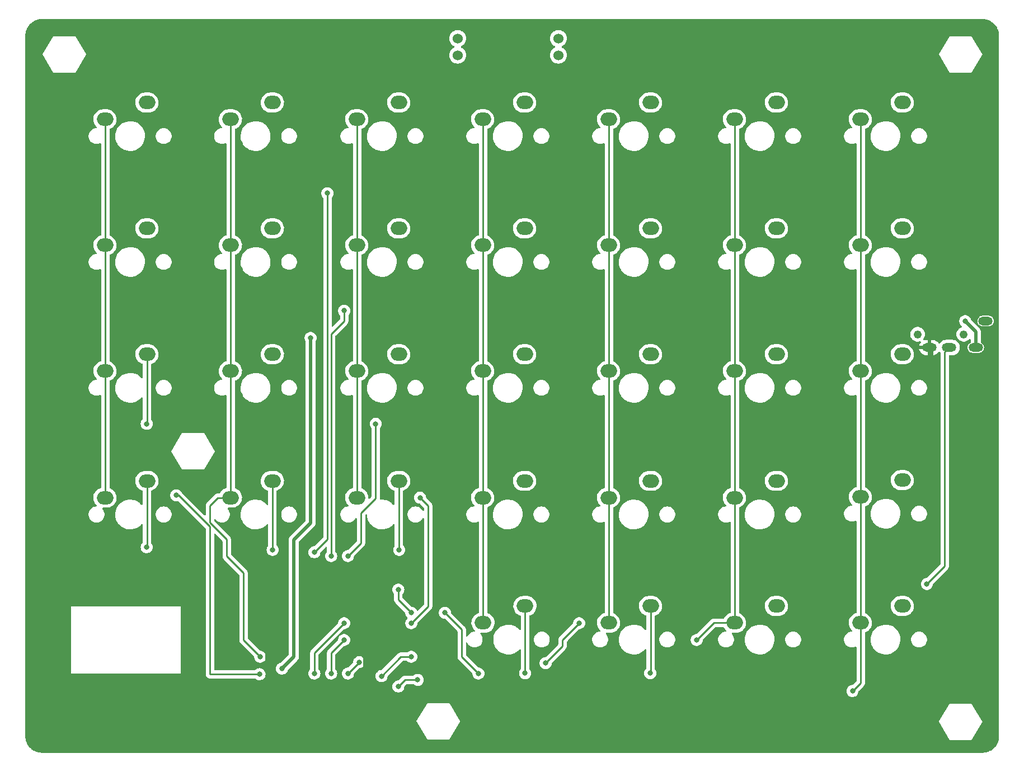
<source format=gbr>
%TF.GenerationSoftware,KiCad,Pcbnew,(7.0.0-0)*%
%TF.CreationDate,2023-03-06T01:51:54+09:00*%
%TF.ProjectId,11111_pcb,31313131-315f-4706-9362-2e6b69636164,rev?*%
%TF.SameCoordinates,Original*%
%TF.FileFunction,Copper,L1,Top*%
%TF.FilePolarity,Positive*%
%FSLAX46Y46*%
G04 Gerber Fmt 4.6, Leading zero omitted, Abs format (unit mm)*
G04 Created by KiCad (PCBNEW (7.0.0-0)) date 2023-03-06 01:51:54*
%MOMM*%
%LPD*%
G01*
G04 APERTURE LIST*
%TA.AperFunction,ComponentPad*%
%ADD10O,2.500000X2.000000*%
%TD*%
%TA.AperFunction,WasherPad*%
%ADD11C,1.210000*%
%TD*%
%TA.AperFunction,ComponentPad*%
%ADD12O,2.200000X1.300000*%
%TD*%
%TA.AperFunction,ComponentPad*%
%ADD13C,1.524000*%
%TD*%
%TA.AperFunction,ViaPad*%
%ADD14C,0.800000*%
%TD*%
%TA.AperFunction,Conductor*%
%ADD15C,0.250000*%
%TD*%
%TA.AperFunction,Conductor*%
%ADD16C,0.500000*%
%TD*%
G04 APERTURE END LIST*
D10*
%TO.P,SW46,1,1*%
%TO.N,Col3*%
X92074999Y-92769999D03*
%TO.P,SW46,2,2*%
%TO.N,Net-(D46-A)*%
X98424999Y-90229999D03*
%TD*%
D11*
%TO.P,J1,*%
%TO.N,*%
X157880000Y-68040000D03*
X164880000Y-68040000D03*
D12*
%TO.P,J1,A*%
%TO.N,unconnected-(J1-PadA)*%
X168179999Y-66039999D03*
%TO.P,J1,B*%
%TO.N,GND*%
X159679999Y-70039999D03*
%TO.P,J1,C*%
%TO.N,DataLeft*%
X162679999Y-70039999D03*
%TO.P,J1,D*%
%TO.N,VCC*%
X166679999Y-70039999D03*
%TD*%
D13*
%TO.P,REF\u002A\u002A,a*%
%TO.N,N/C*%
X88300000Y-23260000D03*
%TO.P,REF\u002A\u002A,b*%
X88300000Y-25800000D03*
%TO.P,REF\u002A\u002A,c*%
X103540000Y-23260000D03*
%TO.P,REF\u002A\u002A,d*%
X103540000Y-25800000D03*
%TD*%
D10*
%TO.P,SW34,1,1*%
%TO.N,Col5*%
X130174999Y-73599999D03*
%TO.P,SW34,2,2*%
%TO.N,Net-(D34-A)*%
X136524999Y-71059999D03*
%TD*%
%TO.P,SW15,1,1*%
%TO.N,Col0*%
X34924999Y-54549999D03*
%TO.P,SW15,2,2*%
%TO.N,Net-(D15-A)*%
X41274999Y-52009999D03*
%TD*%
%TO.P,SW45,1,1*%
%TO.N,Col2*%
X73024999Y-92769999D03*
%TO.P,SW45,2,2*%
%TO.N,Net-(D45-A)*%
X79374999Y-90229999D03*
%TD*%
%TO.P,SW57,1,1*%
%TO.N,Col3*%
X92134999Y-111699999D03*
%TO.P,SW57,2,2*%
%TO.N,Net-(D57-A)*%
X98484999Y-109159999D03*
%TD*%
%TO.P,SW1,1,1*%
%TO.N,Col0*%
X34924999Y-35499999D03*
%TO.P,SW1,2,2*%
%TO.N,Net-(D1-A)*%
X41274999Y-32959999D03*
%TD*%
%TO.P,SW58,1,1*%
%TO.N,Col4*%
X111124999Y-111699999D03*
%TO.P,SW58,2,2*%
%TO.N,Net-(D58-A)*%
X117474999Y-109159999D03*
%TD*%
%TO.P,SW16,1,1*%
%TO.N,Col1*%
X53904999Y-54549999D03*
%TO.P,SW16,2,2*%
%TO.N,Net-(D16-A)*%
X60254999Y-52009999D03*
%TD*%
%TO.P,SW19,1,1*%
%TO.N,Col4*%
X111124999Y-54549999D03*
%TO.P,SW19,2,2*%
%TO.N,Net-(D19-A)*%
X117474999Y-52009999D03*
%TD*%
%TO.P,SW43,1,1*%
%TO.N,Col0*%
X34924999Y-92769999D03*
%TO.P,SW43,2,2*%
%TO.N,Net-(D43-A)*%
X41274999Y-90229999D03*
%TD*%
%TO.P,SW47,1,1*%
%TO.N,Col4*%
X111124999Y-92769999D03*
%TO.P,SW47,2,2*%
%TO.N,Net-(D47-A)*%
X117474999Y-90229999D03*
%TD*%
%TO.P,SW35,1,1*%
%TO.N,Col6*%
X149224999Y-73599999D03*
%TO.P,SW35,2,2*%
%TO.N,Net-(D35-A)*%
X155574999Y-71059999D03*
%TD*%
%TO.P,SW30,1,1*%
%TO.N,Col1*%
X53904999Y-73599999D03*
%TO.P,SW30,2,2*%
%TO.N,Net-(D30-A)*%
X60254999Y-71059999D03*
%TD*%
%TO.P,SW33,1,1*%
%TO.N,Col4*%
X111124999Y-73599999D03*
%TO.P,SW33,2,2*%
%TO.N,Net-(D33-A)*%
X117474999Y-71059999D03*
%TD*%
%TO.P,SW6,1,1*%
%TO.N,Col5*%
X130174999Y-35499999D03*
%TO.P,SW6,2,2*%
%TO.N,Net-(D6-A)*%
X136524999Y-32959999D03*
%TD*%
%TO.P,SW44,1,1*%
%TO.N,Col1*%
X53904999Y-92769999D03*
%TO.P,SW44,2,2*%
%TO.N,Net-(D44-A)*%
X60254999Y-90229999D03*
%TD*%
%TO.P,SW49,1,1*%
%TO.N,Col6*%
X149224999Y-92649999D03*
%TO.P,SW49,2,2*%
%TO.N,Net-(D49-A)*%
X155574999Y-90109999D03*
%TD*%
%TO.P,SW21,1,1*%
%TO.N,Col6*%
X149224999Y-54549999D03*
%TO.P,SW21,2,2*%
%TO.N,Net-(D21-A)*%
X155574999Y-52009999D03*
%TD*%
%TO.P,SW29,1,1*%
%TO.N,Col0*%
X34924999Y-73599999D03*
%TO.P,SW29,2,2*%
%TO.N,Net-(D29-A)*%
X41274999Y-71059999D03*
%TD*%
%TO.P,SW4,1,1*%
%TO.N,Col3*%
X92074999Y-35499999D03*
%TO.P,SW4,2,2*%
%TO.N,Net-(D4-A)*%
X98424999Y-32959999D03*
%TD*%
%TO.P,SW59,1,1*%
%TO.N,Col5*%
X130174999Y-111699999D03*
%TO.P,SW59,2,2*%
%TO.N,Net-(D59-A)*%
X136524999Y-109159999D03*
%TD*%
%TO.P,SW20,1,1*%
%TO.N,Col5*%
X130174999Y-54549999D03*
%TO.P,SW20,2,2*%
%TO.N,Net-(D20-A)*%
X136524999Y-52009999D03*
%TD*%
%TO.P,SW32,1,1*%
%TO.N,Col3*%
X92074999Y-73599999D03*
%TO.P,SW32,2,2*%
%TO.N,Net-(D32-A)*%
X98424999Y-71059999D03*
%TD*%
%TO.P,SW2,1,1*%
%TO.N,Col1*%
X53904999Y-35499999D03*
%TO.P,SW2,2,2*%
%TO.N,Net-(D2-A)*%
X60254999Y-32959999D03*
%TD*%
%TO.P,SW3,1,1*%
%TO.N,Col2*%
X73024999Y-35499999D03*
%TO.P,SW3,2,2*%
%TO.N,Net-(D3-A)*%
X79374999Y-32959999D03*
%TD*%
%TO.P,SW7,1,1*%
%TO.N,Col6*%
X149224999Y-35499999D03*
%TO.P,SW7,2,2*%
%TO.N,Net-(D7-A)*%
X155574999Y-32959999D03*
%TD*%
%TO.P,SW17,1,1*%
%TO.N,Col2*%
X73024999Y-54549999D03*
%TO.P,SW17,2,2*%
%TO.N,Net-(D17-A)*%
X79374999Y-52009999D03*
%TD*%
%TO.P,SW48,1,1*%
%TO.N,Col5*%
X130174999Y-92769999D03*
%TO.P,SW48,2,2*%
%TO.N,Net-(D48-A)*%
X136524999Y-90229999D03*
%TD*%
%TO.P,SW60,1,1*%
%TO.N,Col6*%
X149224999Y-111699999D03*
%TO.P,SW60,2,2*%
%TO.N,Net-(D60-A)*%
X155574999Y-109159999D03*
%TD*%
%TO.P,SW18,1,1*%
%TO.N,Col3*%
X92074999Y-54549999D03*
%TO.P,SW18,2,2*%
%TO.N,Net-(D18-A)*%
X98424999Y-52009999D03*
%TD*%
%TO.P,SW31,1,1*%
%TO.N,Col2*%
X73024999Y-73599999D03*
%TO.P,SW31,2,2*%
%TO.N,Net-(D31-A)*%
X79374999Y-71059999D03*
%TD*%
%TO.P,SW5,1,1*%
%TO.N,Col4*%
X111124999Y-35499999D03*
%TO.P,SW5,2,2*%
%TO.N,Net-(D5-A)*%
X117474999Y-32959999D03*
%TD*%
D14*
%TO.N,Row0*%
X66610000Y-101030000D03*
X68580000Y-46680000D03*
%TO.N,Row1*%
X71120000Y-64460000D03*
X69150000Y-101600000D03*
%TO.N,Row2*%
X71690000Y-101600000D03*
X75890000Y-81590000D03*
%TO.N,Net-(D29-A)*%
X41240000Y-81590000D03*
%TO.N,Net-(D43-A)*%
X41240000Y-100270000D03*
%TO.N,Net-(D44-A)*%
X60290000Y-100670000D03*
%TO.N,Net-(D45-A)*%
X79440000Y-100670000D03*
%TO.N,Row4*%
X91440000Y-119380000D03*
X86360000Y-110180000D03*
X81280000Y-110180000D03*
X79310000Y-106680000D03*
%TO.N,Net-(D57-A)*%
X98490000Y-119340000D03*
%TO.N,Net-(D58-A)*%
X117430000Y-119340000D03*
%TO.N,DataLeft*%
X159295000Y-105825000D03*
%TO.N,GND*%
X61140000Y-107640000D03*
X45720000Y-121515498D03*
X74254628Y-119380000D03*
X46375000Y-107640000D03*
X61530000Y-120920497D03*
X74254628Y-106680000D03*
X157480000Y-105100000D03*
%TO.N,VCC*%
X165100000Y-66040000D03*
X66040000Y-68580000D03*
X61699500Y-118640500D03*
%TO.N,Col0*%
X58309500Y-119490500D03*
X45720000Y-92400000D03*
%TO.N,Col1*%
X58420000Y-116840000D03*
%TO.N,Col2*%
X81280000Y-111760000D03*
X71120000Y-111760000D03*
X66610000Y-119380000D03*
X82610000Y-92770000D03*
%TO.N,Col3*%
X71120000Y-114300000D03*
X69150000Y-119380000D03*
%TO.N,Col4*%
X106680000Y-111760000D03*
X73405128Y-117664872D03*
X71690000Y-119380000D03*
X101600000Y-117800000D03*
%TO.N,Col5*%
X76770000Y-119770000D03*
X124460000Y-114300000D03*
X81280000Y-116840000D03*
%TO.N,Col6*%
X79310000Y-121350000D03*
X148039500Y-122030500D03*
X82240000Y-120340000D03*
%TD*%
D15*
%TO.N,Row0*%
X66610000Y-101030000D02*
X68580000Y-99060000D01*
X68580000Y-99060000D02*
X68580000Y-46680000D01*
%TO.N,Row1*%
X69150000Y-68010000D02*
X71120000Y-66040000D01*
X71120000Y-66040000D02*
X71120000Y-64460000D01*
X69150000Y-101600000D02*
X69150000Y-68010000D01*
%TO.N,Row2*%
X73660000Y-99630000D02*
X73660000Y-95126243D01*
X75890000Y-92896243D02*
X75890000Y-81590000D01*
X71690000Y-101600000D02*
X73660000Y-99630000D01*
X73660000Y-95126243D02*
X75890000Y-92896243D01*
%TO.N,Net-(D29-A)*%
X41275000Y-81555000D02*
X41240000Y-81590000D01*
X41275000Y-71060000D02*
X41275000Y-81555000D01*
%TO.N,Net-(D43-A)*%
X41275000Y-90230000D02*
X41275000Y-100235000D01*
X41275000Y-100235000D02*
X41240000Y-100270000D01*
%TO.N,Net-(D44-A)*%
X60255000Y-90230000D02*
X60255000Y-100635000D01*
X60255000Y-100635000D02*
X60290000Y-100670000D01*
%TO.N,Net-(D45-A)*%
X79375000Y-90230000D02*
X79375000Y-100605000D01*
X79375000Y-100605000D02*
X79440000Y-100670000D01*
%TO.N,Row4*%
X88900000Y-112720000D02*
X86360000Y-110180000D01*
X91440000Y-119380000D02*
X88900000Y-116840000D01*
X79310000Y-106680000D02*
X79310000Y-108210000D01*
X88900000Y-116840000D02*
X88900000Y-112720000D01*
X79310000Y-108210000D02*
X81280000Y-110180000D01*
%TO.N,Net-(D57-A)*%
X98485000Y-119335000D02*
X98490000Y-119340000D01*
X98485000Y-109160000D02*
X98485000Y-119335000D01*
%TO.N,Net-(D58-A)*%
X117475000Y-109160000D02*
X117475000Y-119295000D01*
X117475000Y-119295000D02*
X117430000Y-119340000D01*
%TO.N,DataLeft*%
X159295000Y-105825000D02*
X161985000Y-103135000D01*
X161985000Y-103135000D02*
X161985000Y-70735000D01*
X161985000Y-70735000D02*
X162680000Y-70040000D01*
D16*
%TO.N,GND*%
X59419503Y-118810000D02*
X61530000Y-120920497D01*
X59419503Y-109360497D02*
X59419503Y-118810000D01*
X160020000Y-70380000D02*
X159680000Y-70040000D01*
X74254628Y-119380000D02*
X74254628Y-106680000D01*
X157480000Y-105100000D02*
X160020000Y-102560000D01*
X160020000Y-102560000D02*
X160020000Y-70380000D01*
X61140000Y-107640000D02*
X59419503Y-109360497D01*
X46124502Y-121515498D02*
X48260000Y-119380000D01*
X48260000Y-109525000D02*
X46375000Y-107640000D01*
X48260000Y-119380000D02*
X48260000Y-109525000D01*
X45720000Y-121515498D02*
X46124502Y-121515498D01*
%TO.N,VCC*%
X63500000Y-116840000D02*
X61699500Y-118640500D01*
X66040000Y-68580000D02*
X66040000Y-96587805D01*
X166680000Y-70040000D02*
X166680000Y-67620000D01*
X66040000Y-96587805D02*
X63500000Y-99127805D01*
X63500000Y-99127805D02*
X63500000Y-116840000D01*
X166680000Y-67620000D02*
X165100000Y-66040000D01*
D15*
%TO.N,Col0*%
X50800000Y-97156396D02*
X50800000Y-119490500D01*
X46043604Y-92400000D02*
X50800000Y-97156396D01*
X34980000Y-35555000D02*
X34980000Y-92715000D01*
X34925000Y-35500000D02*
X34980000Y-35555000D01*
X50800000Y-119490500D02*
X58309500Y-119490500D01*
X34980000Y-92715000D02*
X34925000Y-92770000D01*
X45720000Y-92400000D02*
X46043604Y-92400000D01*
%TO.N,Col1*%
X50800000Y-93980000D02*
X52010000Y-92770000D01*
X52010000Y-92770000D02*
X53905000Y-92770000D01*
X53960000Y-92715000D02*
X53905000Y-92770000D01*
X58420000Y-116840000D02*
X55880000Y-114300000D01*
X55880000Y-114300000D02*
X55880000Y-104140000D01*
X53960000Y-35555000D02*
X53960000Y-92715000D01*
X50800000Y-96520000D02*
X50800000Y-93980000D01*
X53340000Y-101600000D02*
X53340000Y-99060000D01*
X53340000Y-99060000D02*
X50800000Y-96520000D01*
X55880000Y-104140000D02*
X53340000Y-101600000D01*
X53905000Y-35500000D02*
X53960000Y-35555000D01*
%TO.N,Col2*%
X73080000Y-35555000D02*
X73080000Y-92715000D01*
X66610000Y-119380000D02*
X66610000Y-116270000D01*
X73025000Y-35500000D02*
X73080000Y-35555000D01*
X66610000Y-116270000D02*
X71120000Y-111760000D01*
X83820000Y-93980000D02*
X83820000Y-109220000D01*
X83820000Y-109220000D02*
X81280000Y-111760000D01*
X82610000Y-92770000D02*
X83820000Y-93980000D01*
X73080000Y-92715000D02*
X73025000Y-92770000D01*
%TO.N,Col3*%
X92075000Y-92770000D02*
X92135000Y-92830000D01*
X92130000Y-35555000D02*
X92130000Y-92715000D01*
X92130000Y-92715000D02*
X92075000Y-92770000D01*
X69150000Y-119380000D02*
X69150000Y-116270000D01*
X92135000Y-92830000D02*
X92135000Y-111700000D01*
X69150000Y-116270000D02*
X71120000Y-114300000D01*
X92075000Y-35500000D02*
X92130000Y-35555000D01*
%TO.N,Col4*%
X73405128Y-117664872D02*
X71690000Y-119380000D01*
X106680000Y-111760000D02*
X104140000Y-114300000D01*
X111180000Y-35555000D02*
X111180000Y-111645000D01*
X104140000Y-115260000D02*
X101600000Y-117800000D01*
X104140000Y-114300000D02*
X104140000Y-115260000D01*
X111180000Y-111645000D02*
X111125000Y-111700000D01*
X111125000Y-35500000D02*
X111180000Y-35555000D01*
%TO.N,Col5*%
X76770000Y-119770000D02*
X79700000Y-116840000D01*
X130175000Y-35500000D02*
X130230000Y-35555000D01*
X124460000Y-114300000D02*
X127060000Y-111700000D01*
X79700000Y-116840000D02*
X81280000Y-116840000D01*
X130230000Y-111645000D02*
X130175000Y-111700000D01*
X130230000Y-35555000D02*
X130230000Y-111645000D01*
X127060000Y-111700000D02*
X130175000Y-111700000D01*
%TO.N,Col6*%
X148039500Y-122030500D02*
X149280000Y-120790000D01*
X149280000Y-111645000D02*
X149225000Y-111700000D01*
X149280000Y-35555000D02*
X149280000Y-111645000D01*
X149280000Y-120790000D02*
X149280000Y-111755000D01*
X80320000Y-120340000D02*
X82240000Y-120340000D01*
X149225000Y-35500000D02*
X149280000Y-35555000D01*
X149280000Y-111755000D02*
X149225000Y-111700000D01*
X79310000Y-121350000D02*
X80320000Y-120340000D01*
%TD*%
%TA.AperFunction,Conductor*%
%TO.N,GND*%
G36*
X167748814Y-20320195D02*
G01*
X167750164Y-20320270D01*
X167799574Y-20323046D01*
X167968302Y-20333256D01*
X167981546Y-20334778D01*
X168113730Y-20357239D01*
X168114902Y-20357446D01*
X168260139Y-20384064D01*
X168272103Y-20386877D01*
X168404691Y-20425076D01*
X168407181Y-20425822D01*
X168544094Y-20468487D01*
X168554628Y-20472302D01*
X168683660Y-20525751D01*
X168687050Y-20527215D01*
X168816234Y-20585357D01*
X168825302Y-20589894D01*
X168948320Y-20657885D01*
X168952402Y-20660245D01*
X169072958Y-20733125D01*
X169080498Y-20738069D01*
X169195506Y-20819672D01*
X169200148Y-20823135D01*
X169308138Y-20907740D01*
X169310694Y-20909743D01*
X169316832Y-20914880D01*
X169422082Y-21008938D01*
X169427116Y-21013698D01*
X169526300Y-21112882D01*
X169531063Y-21117919D01*
X169625113Y-21223161D01*
X169630255Y-21229304D01*
X169669276Y-21279109D01*
X169716854Y-21339837D01*
X169720337Y-21344507D01*
X169801921Y-21459488D01*
X169806883Y-21467054D01*
X169879733Y-21587562D01*
X169882144Y-21591731D01*
X169950097Y-21714682D01*
X169954644Y-21723771D01*
X170012773Y-21852925D01*
X170014258Y-21856363D01*
X170067691Y-21985357D01*
X170071516Y-21995919D01*
X170114154Y-22132743D01*
X170114922Y-22135307D01*
X170153121Y-22267895D01*
X170155936Y-22279869D01*
X170177968Y-22400079D01*
X170180000Y-22422433D01*
X170180000Y-129273933D01*
X170177969Y-129296286D01*
X170156084Y-129415702D01*
X170153268Y-129427678D01*
X170114278Y-129563011D01*
X170113510Y-129565573D01*
X170071745Y-129699601D01*
X170067921Y-129710163D01*
X170013622Y-129841250D01*
X170012136Y-129844688D01*
X169954956Y-129971736D01*
X169950408Y-129980827D01*
X169881523Y-130105463D01*
X169879113Y-130109631D01*
X169807307Y-130228412D01*
X169802319Y-130236018D01*
X169719752Y-130352383D01*
X169716233Y-130357101D01*
X169630793Y-130466155D01*
X169625642Y-130472309D01*
X169530484Y-130578789D01*
X169525705Y-130583843D01*
X169427811Y-130681735D01*
X169422757Y-130686514D01*
X169316263Y-130781680D01*
X169310110Y-130786830D01*
X169201059Y-130872265D01*
X169196340Y-130875784D01*
X169079975Y-130958348D01*
X169072369Y-130963336D01*
X168953596Y-131035134D01*
X168949428Y-131037545D01*
X168824784Y-131106431D01*
X168815693Y-131110978D01*
X168688636Y-131168159D01*
X168685198Y-131169645D01*
X168554118Y-131223938D01*
X168543556Y-131227762D01*
X168409514Y-131269529D01*
X168406951Y-131270297D01*
X168271616Y-131309284D01*
X168259638Y-131312099D01*
X168118935Y-131337880D01*
X168117356Y-131338159D01*
X167981105Y-131361307D01*
X167967821Y-131362833D01*
X167811373Y-131372294D01*
X167810839Y-131372325D01*
X167696789Y-131378728D01*
X167686513Y-131379305D01*
X167679564Y-131379500D01*
X25403481Y-131379500D01*
X25396528Y-131379305D01*
X25392045Y-131379053D01*
X25284774Y-131373028D01*
X25284242Y-131372997D01*
X25115670Y-131362801D01*
X25102385Y-131361275D01*
X24970446Y-131338857D01*
X24968865Y-131338578D01*
X24823807Y-131311995D01*
X24811831Y-131309180D01*
X24679246Y-131270983D01*
X24676684Y-131270214D01*
X24539866Y-131227580D01*
X24529303Y-131223756D01*
X24400291Y-131170317D01*
X24396873Y-131168841D01*
X24267713Y-131110710D01*
X24258626Y-131106164D01*
X24135667Y-131038207D01*
X24131498Y-131035796D01*
X24011010Y-130962958D01*
X24003406Y-130957971D01*
X23888473Y-130876423D01*
X23883754Y-130872904D01*
X23882938Y-130872265D01*
X23773246Y-130786326D01*
X23767092Y-130781175D01*
X23661865Y-130687139D01*
X23656811Y-130682360D01*
X23557638Y-130583187D01*
X23552859Y-130578133D01*
X23458823Y-130472906D01*
X23453672Y-130466752D01*
X23453204Y-130466155D01*
X23367078Y-130356223D01*
X23363575Y-130351525D01*
X23282027Y-130236592D01*
X23277040Y-130228988D01*
X23204202Y-130108500D01*
X23201791Y-130104331D01*
X23183272Y-130070824D01*
X23133832Y-129981369D01*
X23129298Y-129972306D01*
X23071130Y-129843063D01*
X23069693Y-129839736D01*
X23016237Y-129710682D01*
X23012423Y-129700146D01*
X22969773Y-129563279D01*
X22969015Y-129560752D01*
X22937260Y-129450526D01*
X22930814Y-129428153D01*
X22928007Y-129416210D01*
X22901397Y-129271007D01*
X22901160Y-129269665D01*
X22878720Y-129137591D01*
X22877199Y-129124353D01*
X22866983Y-128955453D01*
X22860694Y-128843471D01*
X22860500Y-128836521D01*
X22860500Y-126600130D01*
X82042874Y-126600130D01*
X82042986Y-126600281D01*
X83701251Y-129350224D01*
X83701317Y-129350383D01*
X83701452Y-129350438D01*
X83701570Y-129350526D01*
X83701742Y-129350500D01*
X87018261Y-129350500D01*
X87018430Y-129350526D01*
X87018547Y-129350438D01*
X87018683Y-129350383D01*
X87018748Y-129350224D01*
X88616802Y-126700130D01*
X161082874Y-126700130D01*
X161082986Y-126700281D01*
X162741251Y-129450224D01*
X162741317Y-129450383D01*
X162741452Y-129450438D01*
X162741570Y-129450526D01*
X162741742Y-129450500D01*
X166058261Y-129450500D01*
X166058430Y-129450526D01*
X166058547Y-129450438D01*
X166058683Y-129450383D01*
X166058748Y-129450224D01*
X167717009Y-126700287D01*
X167717126Y-126700130D01*
X167717105Y-126700000D01*
X167717126Y-126699870D01*
X167717009Y-126699712D01*
X167657054Y-126600287D01*
X166065194Y-123960464D01*
X166065193Y-123960463D01*
X166058748Y-123949775D01*
X166058683Y-123949617D01*
X166058547Y-123949561D01*
X166058430Y-123949474D01*
X166058261Y-123949500D01*
X162741742Y-123949500D01*
X162741570Y-123949474D01*
X162741452Y-123949561D01*
X162741317Y-123949617D01*
X162741251Y-123949775D01*
X162734769Y-123960523D01*
X162734768Y-123960525D01*
X161151518Y-126586070D01*
X161082986Y-126699718D01*
X161082874Y-126699870D01*
X161082894Y-126700000D01*
X161082874Y-126700130D01*
X88616802Y-126700130D01*
X88677009Y-126600287D01*
X88677126Y-126600130D01*
X88677105Y-126599999D01*
X88677126Y-126599870D01*
X88677009Y-126599712D01*
X87085532Y-123960525D01*
X87025194Y-123860464D01*
X87025193Y-123860463D01*
X87018748Y-123849775D01*
X87018683Y-123849617D01*
X87018547Y-123849561D01*
X87018430Y-123849474D01*
X87018261Y-123849500D01*
X83701742Y-123849500D01*
X83701570Y-123849474D01*
X83701452Y-123849561D01*
X83701317Y-123849617D01*
X83701251Y-123849775D01*
X83694769Y-123860523D01*
X83694768Y-123860525D01*
X82051124Y-126586220D01*
X82051123Y-126586223D01*
X82042986Y-126599718D01*
X82042874Y-126599870D01*
X82042894Y-126599999D01*
X82042874Y-126600130D01*
X22860500Y-126600130D01*
X22860500Y-121350000D01*
X78396496Y-121350000D01*
X78397175Y-121356460D01*
X78415778Y-121533467D01*
X78415779Y-121533475D01*
X78416458Y-121539928D01*
X78418463Y-121546100D01*
X78418465Y-121546107D01*
X78455129Y-121658944D01*
X78475473Y-121721556D01*
X78570960Y-121886944D01*
X78698747Y-122028866D01*
X78703997Y-122032680D01*
X78704000Y-122032683D01*
X78846863Y-122136479D01*
X78853248Y-122141118D01*
X79027712Y-122218794D01*
X79034070Y-122220145D01*
X79034072Y-122220146D01*
X79035399Y-122220428D01*
X79214513Y-122258500D01*
X79398984Y-122258500D01*
X79405487Y-122258500D01*
X79592288Y-122218794D01*
X79766752Y-122141118D01*
X79921253Y-122028866D01*
X80049040Y-121886944D01*
X80144527Y-121721556D01*
X80203542Y-121539928D01*
X80220981Y-121373998D01*
X80232381Y-121333579D01*
X80256615Y-121299287D01*
X80546087Y-121009816D01*
X80586313Y-120982939D01*
X80633766Y-120973500D01*
X81532691Y-120973500D01*
X81583126Y-120984220D01*
X81619021Y-121010299D01*
X81619571Y-121009690D01*
X81624400Y-121014038D01*
X81628747Y-121018866D01*
X81633997Y-121022680D01*
X81634000Y-121022683D01*
X81761120Y-121115041D01*
X81783248Y-121131118D01*
X81789181Y-121133759D01*
X81789182Y-121133760D01*
X81942182Y-121201880D01*
X81957712Y-121208794D01*
X81964070Y-121210145D01*
X81964072Y-121210146D01*
X81975232Y-121212518D01*
X82144513Y-121248500D01*
X82328984Y-121248500D01*
X82335487Y-121248500D01*
X82522288Y-121208794D01*
X82696752Y-121131118D01*
X82851253Y-121018866D01*
X82979040Y-120876944D01*
X83074527Y-120711556D01*
X83133542Y-120529928D01*
X83153504Y-120340000D01*
X83133542Y-120150072D01*
X83074527Y-119968444D01*
X82979040Y-119803056D01*
X82851253Y-119661134D01*
X82846003Y-119657319D01*
X82845999Y-119657316D01*
X82702006Y-119552699D01*
X82702004Y-119552697D01*
X82696752Y-119548882D01*
X82690821Y-119546241D01*
X82690817Y-119546239D01*
X82528226Y-119473849D01*
X82528219Y-119473846D01*
X82522288Y-119471206D01*
X82515935Y-119469855D01*
X82515927Y-119469853D01*
X82341849Y-119432852D01*
X82341846Y-119432851D01*
X82335487Y-119431500D01*
X82144513Y-119431500D01*
X82138154Y-119432851D01*
X82138150Y-119432852D01*
X81964072Y-119469853D01*
X81964061Y-119469856D01*
X81957712Y-119471206D01*
X81951782Y-119473845D01*
X81951773Y-119473849D01*
X81789182Y-119546239D01*
X81789174Y-119546243D01*
X81783248Y-119548882D01*
X81777999Y-119552695D01*
X81777993Y-119552699D01*
X81634000Y-119657316D01*
X81633991Y-119657323D01*
X81628747Y-119661134D01*
X81624402Y-119665958D01*
X81619571Y-119670310D01*
X81619021Y-119669700D01*
X81583126Y-119695780D01*
X81532691Y-119706500D01*
X80398848Y-119706500D01*
X80387563Y-119705968D01*
X80380092Y-119704298D01*
X80372294Y-119704543D01*
X80311970Y-119706439D01*
X80308075Y-119706500D01*
X80280144Y-119706500D01*
X80276289Y-119706986D01*
X80276255Y-119706989D01*
X80276024Y-119707019D01*
X80264405Y-119707933D01*
X80227905Y-119709080D01*
X80227897Y-119709081D01*
X80220111Y-119709326D01*
X80212625Y-119711500D01*
X80212622Y-119711501D01*
X80200499Y-119715023D01*
X80181461Y-119718965D01*
X80168946Y-119720546D01*
X80168933Y-119720549D01*
X80161203Y-119721526D01*
X80153957Y-119724394D01*
X80153948Y-119724397D01*
X80120004Y-119737836D01*
X80108961Y-119741617D01*
X80073896Y-119751805D01*
X80073888Y-119751808D01*
X80066407Y-119753982D01*
X80059695Y-119757950D01*
X80059695Y-119757951D01*
X80048834Y-119764374D01*
X80031370Y-119772929D01*
X80019636Y-119777575D01*
X80019629Y-119777578D01*
X80012383Y-119780448D01*
X80006079Y-119785027D01*
X80006068Y-119785034D01*
X79976534Y-119806491D01*
X79966776Y-119812901D01*
X79935355Y-119831483D01*
X79935341Y-119831493D01*
X79928638Y-119835458D01*
X79923122Y-119840973D01*
X79923119Y-119840976D01*
X79914197Y-119849897D01*
X79899414Y-119862523D01*
X79889206Y-119869940D01*
X79889200Y-119869944D01*
X79882893Y-119874528D01*
X79877926Y-119880530D01*
X79877915Y-119880542D01*
X79854643Y-119908673D01*
X79846783Y-119917311D01*
X79358914Y-120405181D01*
X79318686Y-120432061D01*
X79271233Y-120441500D01*
X79214513Y-120441500D01*
X79208154Y-120442851D01*
X79208150Y-120442852D01*
X79034072Y-120479853D01*
X79034061Y-120479856D01*
X79027712Y-120481206D01*
X79021782Y-120483845D01*
X79021773Y-120483849D01*
X78859182Y-120556239D01*
X78859174Y-120556243D01*
X78853248Y-120558882D01*
X78847999Y-120562695D01*
X78847993Y-120562699D01*
X78704000Y-120667316D01*
X78703991Y-120667323D01*
X78698747Y-120671134D01*
X78694403Y-120675957D01*
X78694400Y-120675961D01*
X78575307Y-120808228D01*
X78570960Y-120813056D01*
X78567714Y-120818676D01*
X78567711Y-120818682D01*
X78478721Y-120972817D01*
X78478718Y-120972822D01*
X78475473Y-120978444D01*
X78473467Y-120984616D01*
X78473465Y-120984622D01*
X78418465Y-121153892D01*
X78418463Y-121153901D01*
X78416458Y-121160072D01*
X78415780Y-121166522D01*
X78415778Y-121166532D01*
X78401827Y-121299280D01*
X78396496Y-121350000D01*
X22860500Y-121350000D01*
X22860500Y-116800000D01*
X29766673Y-116800000D01*
X29767096Y-116805105D01*
X29767096Y-116805107D01*
X29773766Y-116885616D01*
X29774077Y-116890590D01*
X29777403Y-116968861D01*
X29777857Y-116979551D01*
X29778631Y-116983143D01*
X29779500Y-116996771D01*
X29779500Y-119359901D01*
X29779459Y-119360000D01*
X29779500Y-119360099D01*
X29779617Y-119360383D01*
X29780000Y-119360541D01*
X29780099Y-119360500D01*
X46379901Y-119360500D01*
X46380000Y-119360541D01*
X46380383Y-119360383D01*
X46380500Y-119360099D01*
X46380541Y-119360000D01*
X46380500Y-119359901D01*
X46380500Y-109220099D01*
X46380541Y-109220000D01*
X46380383Y-109219617D01*
X46380099Y-109219500D01*
X46380000Y-109219459D01*
X46379901Y-109219500D01*
X29780099Y-109219500D01*
X29780000Y-109219459D01*
X29779901Y-109219500D01*
X29779617Y-109219617D01*
X29779459Y-109220000D01*
X29779500Y-109220099D01*
X29779500Y-109232025D01*
X29779500Y-111189803D01*
X29778496Y-111205552D01*
X29769309Y-111277301D01*
X29767682Y-111290005D01*
X29767905Y-111295255D01*
X29768695Y-111313857D01*
X29768383Y-111329347D01*
X29767096Y-111344889D01*
X29766673Y-111350000D01*
X29767096Y-111355105D01*
X29767096Y-111355107D01*
X29773766Y-111435616D01*
X29774077Y-111440590D01*
X29777633Y-111524283D01*
X29777857Y-111529551D01*
X29778631Y-111533143D01*
X29779500Y-111546771D01*
X29779500Y-116639803D01*
X29778495Y-116655552D01*
X29767682Y-116740005D01*
X29768434Y-116757724D01*
X29768695Y-116763857D01*
X29768383Y-116779347D01*
X29767110Y-116794725D01*
X29766673Y-116800000D01*
X22860500Y-116800000D01*
X22860500Y-95421243D01*
X32454500Y-95421243D01*
X32455551Y-95426869D01*
X32455552Y-95426872D01*
X32480632Y-95561034D01*
X32495382Y-95639940D01*
X32497452Y-95645285D01*
X32497453Y-95645286D01*
X32514463Y-95689195D01*
X32575753Y-95847401D01*
X32610663Y-95903782D01*
X32685366Y-96024434D01*
X32692876Y-96036562D01*
X32696736Y-96040796D01*
X32838897Y-96196740D01*
X32838901Y-96196744D01*
X32842764Y-96200981D01*
X32847337Y-96204434D01*
X32847341Y-96204438D01*
X33015738Y-96331605D01*
X33020311Y-96335058D01*
X33219472Y-96434229D01*
X33433464Y-96495115D01*
X33599497Y-96510500D01*
X33707631Y-96510500D01*
X33710503Y-96510500D01*
X33876536Y-96495115D01*
X34090528Y-96434229D01*
X34289689Y-96335058D01*
X34467236Y-96200981D01*
X34617124Y-96036562D01*
X34734247Y-95847401D01*
X34814618Y-95639940D01*
X34855500Y-95421243D01*
X34855500Y-95385369D01*
X36480723Y-95385369D01*
X36481137Y-95389490D01*
X36481138Y-95389501D01*
X36510466Y-95681034D01*
X36510467Y-95681044D01*
X36510882Y-95685162D01*
X36511842Y-95689193D01*
X36511843Y-95689195D01*
X36579409Y-95972716D01*
X36580731Y-95978261D01*
X36582220Y-95982128D01*
X36582221Y-95982130D01*
X36596996Y-96020493D01*
X36689023Y-96259434D01*
X36691007Y-96263055D01*
X36691013Y-96263067D01*
X36791646Y-96446698D01*
X36833825Y-96523665D01*
X36836281Y-96526998D01*
X36836284Y-96527003D01*
X36938181Y-96665298D01*
X37012554Y-96766238D01*
X37222020Y-96982824D01*
X37330274Y-97068311D01*
X37455230Y-97166988D01*
X37455234Y-97166990D01*
X37458485Y-97169558D01*
X37717730Y-97323109D01*
X37721534Y-97324722D01*
X37721538Y-97324724D01*
X37814243Y-97364034D01*
X37995128Y-97440736D01*
X38285729Y-97520340D01*
X38584347Y-97560500D01*
X38808162Y-97560500D01*
X38810244Y-97560500D01*
X39035634Y-97545412D01*
X39330903Y-97485396D01*
X39615537Y-97386560D01*
X39884459Y-97250668D01*
X40132869Y-97080144D01*
X40356333Y-96878032D01*
X40422807Y-96799405D01*
X40471390Y-96764356D01*
X40530736Y-96756172D01*
X40586992Y-96776766D01*
X40627029Y-96821331D01*
X40641500Y-96879464D01*
X40641500Y-99529371D01*
X40633264Y-99573809D01*
X40609650Y-99612343D01*
X40540074Y-99689615D01*
X40500960Y-99733056D01*
X40497714Y-99738676D01*
X40497711Y-99738682D01*
X40408721Y-99892817D01*
X40408718Y-99892822D01*
X40405473Y-99898444D01*
X40403467Y-99904616D01*
X40403465Y-99904622D01*
X40348465Y-100073892D01*
X40348463Y-100073901D01*
X40346458Y-100080072D01*
X40345780Y-100086522D01*
X40345778Y-100086532D01*
X40329365Y-100242699D01*
X40326496Y-100270000D01*
X40327175Y-100276460D01*
X40345778Y-100453467D01*
X40345779Y-100453475D01*
X40346458Y-100459928D01*
X40348463Y-100466100D01*
X40348465Y-100466107D01*
X40403465Y-100635377D01*
X40405473Y-100641556D01*
X40408720Y-100647180D01*
X40408721Y-100647182D01*
X40457232Y-100731206D01*
X40500960Y-100806944D01*
X40628747Y-100948866D01*
X40633997Y-100952680D01*
X40634000Y-100952683D01*
X40740418Y-101030000D01*
X40783248Y-101061118D01*
X40957712Y-101138794D01*
X40964070Y-101140145D01*
X40964072Y-101140146D01*
X41000874Y-101147968D01*
X41144513Y-101178500D01*
X41328984Y-101178500D01*
X41335487Y-101178500D01*
X41522288Y-101138794D01*
X41696752Y-101061118D01*
X41851253Y-100948866D01*
X41979040Y-100806944D01*
X42074527Y-100641556D01*
X42133542Y-100459928D01*
X42153504Y-100270000D01*
X42133542Y-100080072D01*
X42074527Y-99898444D01*
X41979040Y-99733056D01*
X41958307Y-99710030D01*
X41940350Y-99690086D01*
X41916736Y-99651551D01*
X41908500Y-99607114D01*
X41908500Y-95421243D01*
X42614500Y-95421243D01*
X42615551Y-95426869D01*
X42615552Y-95426872D01*
X42640632Y-95561034D01*
X42655382Y-95639940D01*
X42657452Y-95645285D01*
X42657453Y-95645286D01*
X42674463Y-95689195D01*
X42735753Y-95847401D01*
X42770663Y-95903782D01*
X42845366Y-96024434D01*
X42852876Y-96036562D01*
X42856736Y-96040796D01*
X42998897Y-96196740D01*
X42998901Y-96196744D01*
X43002764Y-96200981D01*
X43007337Y-96204434D01*
X43007341Y-96204438D01*
X43175738Y-96331605D01*
X43180311Y-96335058D01*
X43379472Y-96434229D01*
X43593464Y-96495115D01*
X43759497Y-96510500D01*
X43867631Y-96510500D01*
X43870503Y-96510500D01*
X44036536Y-96495115D01*
X44250528Y-96434229D01*
X44449689Y-96335058D01*
X44627236Y-96200981D01*
X44777124Y-96036562D01*
X44894247Y-95847401D01*
X44974618Y-95639940D01*
X45015500Y-95421243D01*
X45015500Y-95198757D01*
X44974618Y-94980060D01*
X44894247Y-94772599D01*
X44777124Y-94583438D01*
X44672170Y-94468309D01*
X44631102Y-94423259D01*
X44631097Y-94423255D01*
X44627236Y-94419019D01*
X44622663Y-94415566D01*
X44622658Y-94415561D01*
X44454261Y-94288394D01*
X44454256Y-94288391D01*
X44449689Y-94284942D01*
X44444563Y-94282389D01*
X44444559Y-94282387D01*
X44255658Y-94188325D01*
X44255653Y-94188323D01*
X44250528Y-94185771D01*
X44245021Y-94184204D01*
X44245013Y-94184201D01*
X44042050Y-94126454D01*
X44042051Y-94126454D01*
X44036536Y-94124885D01*
X44030828Y-94124356D01*
X43873363Y-94109765D01*
X43873362Y-94109764D01*
X43870503Y-94109500D01*
X43759497Y-94109500D01*
X43756638Y-94109764D01*
X43756636Y-94109765D01*
X43599171Y-94124356D01*
X43599169Y-94124356D01*
X43593464Y-94124885D01*
X43587950Y-94126453D01*
X43587949Y-94126454D01*
X43384986Y-94184201D01*
X43384975Y-94184205D01*
X43379472Y-94185771D01*
X43374349Y-94188321D01*
X43374341Y-94188325D01*
X43185440Y-94282387D01*
X43185431Y-94282392D01*
X43180311Y-94284942D01*
X43175748Y-94288387D01*
X43175738Y-94288394D01*
X43007341Y-94415561D01*
X43007330Y-94415570D01*
X43002764Y-94419019D01*
X42998907Y-94423249D01*
X42998897Y-94423259D01*
X42856736Y-94579203D01*
X42856732Y-94579207D01*
X42852876Y-94583438D01*
X42849864Y-94588301D01*
X42849859Y-94588309D01*
X42744945Y-94757753D01*
X42735753Y-94772599D01*
X42733685Y-94777936D01*
X42733683Y-94777941D01*
X42657453Y-94974713D01*
X42655382Y-94980060D01*
X42654328Y-94985694D01*
X42654328Y-94985697D01*
X42622471Y-95156118D01*
X42614500Y-95198757D01*
X42614500Y-95421243D01*
X41908500Y-95421243D01*
X41908500Y-92400000D01*
X44806496Y-92400000D01*
X44807175Y-92406460D01*
X44825778Y-92583467D01*
X44825779Y-92583475D01*
X44826458Y-92589928D01*
X44828463Y-92596100D01*
X44828465Y-92596107D01*
X44877168Y-92745996D01*
X44885473Y-92771556D01*
X44888720Y-92777180D01*
X44888721Y-92777182D01*
X44964555Y-92908531D01*
X44980960Y-92936944D01*
X45108747Y-93078866D01*
X45113997Y-93082680D01*
X45114000Y-93082683D01*
X45241442Y-93175275D01*
X45263248Y-93191118D01*
X45437712Y-93268794D01*
X45444070Y-93270145D01*
X45444072Y-93270146D01*
X45480874Y-93277968D01*
X45624513Y-93308500D01*
X45808984Y-93308500D01*
X45815487Y-93308500D01*
X45948151Y-93280301D01*
X46009146Y-93282697D01*
X46061610Y-93313910D01*
X50130181Y-97382482D01*
X50157061Y-97422710D01*
X50166500Y-97470163D01*
X50166500Y-119418893D01*
X50164303Y-119442129D01*
X50164186Y-119442741D01*
X50164185Y-119442750D01*
X50162725Y-119450406D01*
X50163214Y-119458183D01*
X50163214Y-119458189D01*
X50166255Y-119506515D01*
X50166500Y-119514301D01*
X50166500Y-119530356D01*
X50166987Y-119534214D01*
X50166988Y-119534225D01*
X50168512Y-119546287D01*
X50169244Y-119554037D01*
X50172284Y-119602358D01*
X50172285Y-119602363D01*
X50172775Y-119610150D01*
X50175187Y-119617575D01*
X50175188Y-119617577D01*
X50175382Y-119618175D01*
X50180467Y-119640925D01*
X50180545Y-119641547D01*
X50180548Y-119641561D01*
X50181526Y-119649297D01*
X50184397Y-119656548D01*
X50184399Y-119656556D01*
X50202220Y-119701567D01*
X50204857Y-119708890D01*
X50206850Y-119715023D01*
X50219538Y-119754074D01*
X50222236Y-119762375D01*
X50226752Y-119769492D01*
X50237346Y-119790284D01*
X50240448Y-119798117D01*
X50245030Y-119804424D01*
X50245032Y-119804427D01*
X50273497Y-119843607D01*
X50277868Y-119850038D01*
X50308000Y-119897518D01*
X50314145Y-119903289D01*
X50329575Y-119920790D01*
X50334528Y-119927607D01*
X50340538Y-119932578D01*
X50340540Y-119932581D01*
X50377843Y-119963440D01*
X50383687Y-119968592D01*
X50418993Y-120001747D01*
X50418995Y-120001748D01*
X50424679Y-120007086D01*
X50431509Y-120010841D01*
X50431511Y-120010842D01*
X50432052Y-120011139D01*
X50451366Y-120024264D01*
X50457856Y-120029633D01*
X50464911Y-120032953D01*
X50464913Y-120032954D01*
X50482236Y-120041105D01*
X50508736Y-120053575D01*
X50515659Y-120057102D01*
X50564940Y-120084195D01*
X50573104Y-120086291D01*
X50595056Y-120094194D01*
X50602682Y-120097783D01*
X50653088Y-120107398D01*
X50657915Y-120108319D01*
X50665516Y-120110018D01*
X50719970Y-120124000D01*
X50728393Y-120124000D01*
X50751629Y-120126197D01*
X50752241Y-120126313D01*
X50752242Y-120126313D01*
X50759906Y-120127775D01*
X50816014Y-120124245D01*
X50823801Y-120124000D01*
X57602191Y-120124000D01*
X57652626Y-120134720D01*
X57688521Y-120160799D01*
X57689071Y-120160190D01*
X57693900Y-120164538D01*
X57698247Y-120169366D01*
X57703497Y-120173180D01*
X57703500Y-120173183D01*
X57805303Y-120247147D01*
X57852748Y-120281618D01*
X57858681Y-120284259D01*
X57858682Y-120284260D01*
X57983876Y-120340000D01*
X58027212Y-120359294D01*
X58033570Y-120360645D01*
X58033572Y-120360646D01*
X58070374Y-120368468D01*
X58214013Y-120399000D01*
X58398484Y-120399000D01*
X58404987Y-120399000D01*
X58591788Y-120359294D01*
X58766252Y-120281618D01*
X58920753Y-120169366D01*
X59048540Y-120027444D01*
X59144027Y-119862056D01*
X59203042Y-119680428D01*
X59223004Y-119490500D01*
X59206059Y-119329281D01*
X59203721Y-119307032D01*
X59203720Y-119307031D01*
X59203042Y-119300572D01*
X59144027Y-119118944D01*
X59048540Y-118953556D01*
X58920753Y-118811634D01*
X58915503Y-118807819D01*
X58915499Y-118807816D01*
X58771506Y-118703199D01*
X58771504Y-118703197D01*
X58766252Y-118699382D01*
X58760321Y-118696741D01*
X58760317Y-118696739D01*
X58634002Y-118640500D01*
X60785996Y-118640500D01*
X60786675Y-118646960D01*
X60805278Y-118823967D01*
X60805279Y-118823975D01*
X60805958Y-118830428D01*
X60807963Y-118836600D01*
X60807965Y-118836607D01*
X60853335Y-118976239D01*
X60864973Y-119012056D01*
X60868220Y-119017680D01*
X60868221Y-119017682D01*
X60941088Y-119143892D01*
X60960460Y-119177444D01*
X61088247Y-119319366D01*
X61093497Y-119323180D01*
X61093500Y-119323183D01*
X61205591Y-119404622D01*
X61242748Y-119431618D01*
X61248681Y-119434259D01*
X61248682Y-119434260D01*
X61374999Y-119490500D01*
X61417212Y-119509294D01*
X61423570Y-119510645D01*
X61423572Y-119510646D01*
X61440768Y-119514301D01*
X61604013Y-119549000D01*
X61788484Y-119549000D01*
X61794987Y-119549000D01*
X61981788Y-119509294D01*
X62156252Y-119431618D01*
X62227298Y-119380000D01*
X65696496Y-119380000D01*
X65697175Y-119386460D01*
X65715778Y-119563467D01*
X65715779Y-119563475D01*
X65716458Y-119569928D01*
X65718463Y-119576100D01*
X65718465Y-119576107D01*
X65773465Y-119745377D01*
X65775473Y-119751556D01*
X65778720Y-119757180D01*
X65778721Y-119757182D01*
X65866184Y-119908673D01*
X65870960Y-119916944D01*
X65998747Y-120058866D01*
X66003997Y-120062680D01*
X66004000Y-120062683D01*
X66115775Y-120143892D01*
X66153248Y-120171118D01*
X66159181Y-120173759D01*
X66159182Y-120173760D01*
X66240906Y-120210146D01*
X66327712Y-120248794D01*
X66334070Y-120250145D01*
X66334072Y-120250146D01*
X66370874Y-120257968D01*
X66514513Y-120288500D01*
X66698984Y-120288500D01*
X66705487Y-120288500D01*
X66892288Y-120248794D01*
X67066752Y-120171118D01*
X67221253Y-120058866D01*
X67349040Y-119916944D01*
X67444527Y-119751556D01*
X67503542Y-119569928D01*
X67523504Y-119380000D01*
X68236496Y-119380000D01*
X68237175Y-119386460D01*
X68255778Y-119563467D01*
X68255779Y-119563475D01*
X68256458Y-119569928D01*
X68258463Y-119576100D01*
X68258465Y-119576107D01*
X68313465Y-119745377D01*
X68315473Y-119751556D01*
X68318720Y-119757180D01*
X68318721Y-119757182D01*
X68406184Y-119908673D01*
X68410960Y-119916944D01*
X68538747Y-120058866D01*
X68543997Y-120062680D01*
X68544000Y-120062683D01*
X68655775Y-120143892D01*
X68693248Y-120171118D01*
X68699181Y-120173759D01*
X68699182Y-120173760D01*
X68780906Y-120210146D01*
X68867712Y-120248794D01*
X68874070Y-120250145D01*
X68874072Y-120250146D01*
X68910874Y-120257968D01*
X69054513Y-120288500D01*
X69238984Y-120288500D01*
X69245487Y-120288500D01*
X69432288Y-120248794D01*
X69606752Y-120171118D01*
X69761253Y-120058866D01*
X69889040Y-119916944D01*
X69984527Y-119751556D01*
X70043542Y-119569928D01*
X70063504Y-119380000D01*
X70776496Y-119380000D01*
X70777175Y-119386460D01*
X70795778Y-119563467D01*
X70795779Y-119563475D01*
X70796458Y-119569928D01*
X70798463Y-119576100D01*
X70798465Y-119576107D01*
X70853465Y-119745377D01*
X70855473Y-119751556D01*
X70858720Y-119757180D01*
X70858721Y-119757182D01*
X70946184Y-119908673D01*
X70950960Y-119916944D01*
X71078747Y-120058866D01*
X71083997Y-120062680D01*
X71084000Y-120062683D01*
X71195775Y-120143892D01*
X71233248Y-120171118D01*
X71239181Y-120173759D01*
X71239182Y-120173760D01*
X71320906Y-120210146D01*
X71407712Y-120248794D01*
X71414070Y-120250145D01*
X71414072Y-120250146D01*
X71450874Y-120257968D01*
X71594513Y-120288500D01*
X71778984Y-120288500D01*
X71785487Y-120288500D01*
X71972288Y-120248794D01*
X72146752Y-120171118D01*
X72301253Y-120058866D01*
X72429040Y-119916944D01*
X72513878Y-119770000D01*
X75856496Y-119770000D01*
X75857175Y-119776460D01*
X75875778Y-119953467D01*
X75875779Y-119953475D01*
X75876458Y-119959928D01*
X75878463Y-119966100D01*
X75878465Y-119966107D01*
X75930520Y-120126313D01*
X75935473Y-120141556D01*
X75938720Y-120147180D01*
X75938721Y-120147182D01*
X76014133Y-120277800D01*
X76030960Y-120306944D01*
X76158747Y-120448866D01*
X76163997Y-120452680D01*
X76164000Y-120452683D01*
X76261426Y-120523467D01*
X76313248Y-120561118D01*
X76487712Y-120638794D01*
X76494070Y-120640145D01*
X76494072Y-120640146D01*
X76530874Y-120647968D01*
X76674513Y-120678500D01*
X76858984Y-120678500D01*
X76865487Y-120678500D01*
X77052288Y-120638794D01*
X77226752Y-120561118D01*
X77381253Y-120448866D01*
X77509040Y-120306944D01*
X77604527Y-120141556D01*
X77663542Y-119959928D01*
X77680981Y-119794000D01*
X77692381Y-119753580D01*
X77716618Y-119719285D01*
X79926085Y-117509819D01*
X79966314Y-117482939D01*
X80013767Y-117473500D01*
X80572691Y-117473500D01*
X80623126Y-117484220D01*
X80659021Y-117510299D01*
X80659571Y-117509690D01*
X80664400Y-117514038D01*
X80668747Y-117518866D01*
X80673997Y-117522680D01*
X80674000Y-117522683D01*
X80759394Y-117584725D01*
X80823248Y-117631118D01*
X80829181Y-117633759D01*
X80829182Y-117633760D01*
X80974202Y-117698327D01*
X80997712Y-117708794D01*
X81004070Y-117710145D01*
X81004072Y-117710146D01*
X81029670Y-117715587D01*
X81184513Y-117748500D01*
X81368984Y-117748500D01*
X81375487Y-117748500D01*
X81562288Y-117708794D01*
X81736752Y-117631118D01*
X81891253Y-117518866D01*
X82019040Y-117376944D01*
X82114527Y-117211556D01*
X82173542Y-117029928D01*
X82193504Y-116840000D01*
X82173542Y-116650072D01*
X82114527Y-116468444D01*
X82019040Y-116303056D01*
X81891253Y-116161134D01*
X81886003Y-116157319D01*
X81885999Y-116157316D01*
X81742006Y-116052699D01*
X81742004Y-116052697D01*
X81736752Y-116048882D01*
X81730821Y-116046241D01*
X81730817Y-116046239D01*
X81568226Y-115973849D01*
X81568219Y-115973846D01*
X81562288Y-115971206D01*
X81555935Y-115969855D01*
X81555927Y-115969853D01*
X81381849Y-115932852D01*
X81381846Y-115932851D01*
X81375487Y-115931500D01*
X81184513Y-115931500D01*
X81178154Y-115932851D01*
X81178150Y-115932852D01*
X81004072Y-115969853D01*
X81004061Y-115969856D01*
X80997712Y-115971206D01*
X80991782Y-115973845D01*
X80991773Y-115973849D01*
X80829182Y-116046239D01*
X80829174Y-116046243D01*
X80823248Y-116048882D01*
X80817999Y-116052695D01*
X80817993Y-116052699D01*
X80674000Y-116157316D01*
X80673991Y-116157323D01*
X80668747Y-116161134D01*
X80664402Y-116165958D01*
X80659571Y-116170310D01*
X80659021Y-116169700D01*
X80623126Y-116195780D01*
X80572691Y-116206500D01*
X79778848Y-116206500D01*
X79767563Y-116205968D01*
X79760092Y-116204298D01*
X79752294Y-116204543D01*
X79691970Y-116206439D01*
X79688075Y-116206500D01*
X79660144Y-116206500D01*
X79656289Y-116206986D01*
X79656255Y-116206989D01*
X79656024Y-116207019D01*
X79644405Y-116207933D01*
X79607905Y-116209080D01*
X79607897Y-116209081D01*
X79600111Y-116209326D01*
X79592625Y-116211500D01*
X79592622Y-116211501D01*
X79580499Y-116215023D01*
X79561461Y-116218965D01*
X79548946Y-116220546D01*
X79548933Y-116220549D01*
X79541203Y-116221526D01*
X79533957Y-116224394D01*
X79533948Y-116224397D01*
X79500004Y-116237836D01*
X79488961Y-116241617D01*
X79453896Y-116251805D01*
X79453888Y-116251808D01*
X79446407Y-116253982D01*
X79439695Y-116257950D01*
X79439695Y-116257951D01*
X79428834Y-116264374D01*
X79411370Y-116272929D01*
X79399636Y-116277575D01*
X79399629Y-116277578D01*
X79392383Y-116280448D01*
X79386079Y-116285027D01*
X79386068Y-116285034D01*
X79356534Y-116306491D01*
X79346776Y-116312901D01*
X79315355Y-116331483D01*
X79315341Y-116331493D01*
X79308638Y-116335458D01*
X79303122Y-116340973D01*
X79303119Y-116340976D01*
X79294197Y-116349897D01*
X79279414Y-116362523D01*
X79269206Y-116369940D01*
X79269200Y-116369944D01*
X79262893Y-116374528D01*
X79257926Y-116380530D01*
X79257915Y-116380542D01*
X79234643Y-116408673D01*
X79226783Y-116417311D01*
X76818914Y-118825181D01*
X76778686Y-118852061D01*
X76731233Y-118861500D01*
X76674513Y-118861500D01*
X76668154Y-118862851D01*
X76668150Y-118862852D01*
X76494072Y-118899853D01*
X76494061Y-118899856D01*
X76487712Y-118901206D01*
X76481782Y-118903845D01*
X76481773Y-118903849D01*
X76319182Y-118976239D01*
X76319174Y-118976243D01*
X76313248Y-118978882D01*
X76307999Y-118982695D01*
X76307993Y-118982699D01*
X76164000Y-119087316D01*
X76163991Y-119087323D01*
X76158747Y-119091134D01*
X76154403Y-119095957D01*
X76154400Y-119095961D01*
X76081033Y-119177444D01*
X76030960Y-119233056D01*
X76027714Y-119238676D01*
X76027711Y-119238682D01*
X75938721Y-119392817D01*
X75938718Y-119392822D01*
X75935473Y-119398444D01*
X75933467Y-119404616D01*
X75933465Y-119404622D01*
X75878465Y-119573892D01*
X75878463Y-119573901D01*
X75876458Y-119580072D01*
X75875780Y-119586522D01*
X75875778Y-119586532D01*
X75858408Y-119751805D01*
X75856496Y-119770000D01*
X72513878Y-119770000D01*
X72524527Y-119751556D01*
X72583542Y-119569928D01*
X72600981Y-119403998D01*
X72612381Y-119363579D01*
X72636618Y-119329284D01*
X73356212Y-118609691D01*
X73396441Y-118582811D01*
X73443894Y-118573372D01*
X73494112Y-118573372D01*
X73500615Y-118573372D01*
X73687416Y-118533666D01*
X73861880Y-118455990D01*
X74016381Y-118343738D01*
X74144168Y-118201816D01*
X74239655Y-118036428D01*
X74298670Y-117854800D01*
X74318632Y-117664872D01*
X74298670Y-117474944D01*
X74239655Y-117293316D01*
X74144168Y-117127928D01*
X74016381Y-116986006D01*
X74011131Y-116982191D01*
X74011127Y-116982188D01*
X73867134Y-116877571D01*
X73867132Y-116877569D01*
X73861880Y-116873754D01*
X73855949Y-116871113D01*
X73855945Y-116871111D01*
X73693354Y-116798721D01*
X73693347Y-116798718D01*
X73687416Y-116796078D01*
X73681063Y-116794727D01*
X73681055Y-116794725D01*
X73506977Y-116757724D01*
X73506974Y-116757723D01*
X73500615Y-116756372D01*
X73309641Y-116756372D01*
X73303282Y-116757723D01*
X73303278Y-116757724D01*
X73129200Y-116794725D01*
X73129189Y-116794728D01*
X73122840Y-116796078D01*
X73116910Y-116798717D01*
X73116901Y-116798721D01*
X72954310Y-116871111D01*
X72954302Y-116871115D01*
X72948376Y-116873754D01*
X72943127Y-116877567D01*
X72943121Y-116877571D01*
X72799128Y-116982188D01*
X72799119Y-116982195D01*
X72793875Y-116986006D01*
X72789531Y-116990829D01*
X72789528Y-116990833D01*
X72699629Y-117090677D01*
X72666088Y-117127928D01*
X72662842Y-117133548D01*
X72662839Y-117133554D01*
X72573849Y-117287689D01*
X72573846Y-117287694D01*
X72570601Y-117293316D01*
X72568595Y-117299488D01*
X72568593Y-117299494D01*
X72513593Y-117468764D01*
X72513591Y-117468773D01*
X72511586Y-117474944D01*
X72510907Y-117481403D01*
X72510907Y-117481404D01*
X72494146Y-117640868D01*
X72482745Y-117681290D01*
X72458506Y-117715587D01*
X71738914Y-118435181D01*
X71698686Y-118462061D01*
X71651233Y-118471500D01*
X71594513Y-118471500D01*
X71588154Y-118472851D01*
X71588150Y-118472852D01*
X71414072Y-118509853D01*
X71414061Y-118509856D01*
X71407712Y-118511206D01*
X71401782Y-118513845D01*
X71401773Y-118513849D01*
X71239182Y-118586239D01*
X71239174Y-118586243D01*
X71233248Y-118588882D01*
X71227999Y-118592695D01*
X71227993Y-118592699D01*
X71084000Y-118697316D01*
X71083991Y-118697323D01*
X71078747Y-118701134D01*
X71074403Y-118705957D01*
X71074400Y-118705961D01*
X70962330Y-118830428D01*
X70950960Y-118843056D01*
X70947714Y-118848676D01*
X70947711Y-118848682D01*
X70858721Y-119002817D01*
X70858718Y-119002822D01*
X70855473Y-119008444D01*
X70853467Y-119014616D01*
X70853465Y-119014622D01*
X70798465Y-119183892D01*
X70798463Y-119183901D01*
X70796458Y-119190072D01*
X70795780Y-119196522D01*
X70795778Y-119196532D01*
X70778541Y-119360541D01*
X70776496Y-119380000D01*
X70063504Y-119380000D01*
X70043542Y-119190072D01*
X69984527Y-119008444D01*
X69889040Y-118843056D01*
X69815349Y-118761214D01*
X69791736Y-118722681D01*
X69783500Y-118678243D01*
X69783500Y-116583766D01*
X69792939Y-116536313D01*
X69819819Y-116496085D01*
X71071085Y-115244819D01*
X71111313Y-115217939D01*
X71158766Y-115208500D01*
X71208984Y-115208500D01*
X71215487Y-115208500D01*
X71402288Y-115168794D01*
X71576752Y-115091118D01*
X71731253Y-114978866D01*
X71859040Y-114836944D01*
X71954527Y-114671556D01*
X72013542Y-114489928D01*
X72033504Y-114300000D01*
X72013542Y-114110072D01*
X71954527Y-113928444D01*
X71859040Y-113763056D01*
X71731253Y-113621134D01*
X71726003Y-113617319D01*
X71725999Y-113617316D01*
X71582006Y-113512699D01*
X71582004Y-113512697D01*
X71576752Y-113508882D01*
X71570821Y-113506241D01*
X71570817Y-113506239D01*
X71408226Y-113433849D01*
X71408219Y-113433846D01*
X71402288Y-113431206D01*
X71395935Y-113429855D01*
X71395927Y-113429853D01*
X71221849Y-113392852D01*
X71221846Y-113392851D01*
X71215487Y-113391500D01*
X71024513Y-113391500D01*
X71018154Y-113392851D01*
X71018150Y-113392852D01*
X70844072Y-113429853D01*
X70844061Y-113429856D01*
X70837712Y-113431206D01*
X70831782Y-113433845D01*
X70831773Y-113433849D01*
X70669182Y-113506239D01*
X70669174Y-113506243D01*
X70663248Y-113508882D01*
X70657999Y-113512695D01*
X70657993Y-113512699D01*
X70514000Y-113617316D01*
X70513991Y-113617323D01*
X70508747Y-113621134D01*
X70504403Y-113625957D01*
X70504400Y-113625961D01*
X70387608Y-113755673D01*
X70380960Y-113763056D01*
X70377714Y-113768676D01*
X70377711Y-113768682D01*
X70288721Y-113922817D01*
X70288718Y-113922822D01*
X70285473Y-113928444D01*
X70283467Y-113934616D01*
X70283465Y-113934622D01*
X70228465Y-114103892D01*
X70228463Y-114103901D01*
X70226458Y-114110072D01*
X70225779Y-114116531D01*
X70225779Y-114116532D01*
X70209018Y-114275996D01*
X70197617Y-114316418D01*
X70173378Y-114350715D01*
X68757793Y-115766300D01*
X68749444Y-115773898D01*
X68742982Y-115778000D01*
X68737641Y-115783686D01*
X68737639Y-115783689D01*
X68696338Y-115827669D01*
X68693634Y-115830460D01*
X68673865Y-115850230D01*
X68671481Y-115853302D01*
X68671478Y-115853306D01*
X68671322Y-115853508D01*
X68663752Y-115862370D01*
X68643361Y-115884086D01*
X68633414Y-115894679D01*
X68629659Y-115901507D01*
X68629658Y-115901510D01*
X68623579Y-115912567D01*
X68612903Y-115928819D01*
X68605168Y-115938791D01*
X68605160Y-115938802D01*
X68600386Y-115944959D01*
X68597291Y-115952110D01*
X68597288Y-115952116D01*
X68582786Y-115985628D01*
X68577648Y-115996115D01*
X68560065Y-116028098D01*
X68560061Y-116028106D01*
X68556305Y-116034940D01*
X68554366Y-116042491D01*
X68554363Y-116042499D01*
X68551225Y-116054722D01*
X68544926Y-116073119D01*
X68536819Y-116091855D01*
X68535598Y-116099558D01*
X68535599Y-116099558D01*
X68529888Y-116135611D01*
X68527520Y-116147045D01*
X68518438Y-116182417D01*
X68518436Y-116182426D01*
X68516500Y-116189970D01*
X68516500Y-116197766D01*
X68516500Y-116210385D01*
X68514973Y-116229783D01*
X68513698Y-116237836D01*
X68511780Y-116249943D01*
X68512514Y-116257708D01*
X68512514Y-116257711D01*
X68515950Y-116294058D01*
X68516500Y-116305727D01*
X68516500Y-118678243D01*
X68508264Y-118722681D01*
X68484650Y-118761215D01*
X68439253Y-118811634D01*
X68410960Y-118843056D01*
X68407714Y-118848676D01*
X68407711Y-118848682D01*
X68318721Y-119002817D01*
X68318718Y-119002822D01*
X68315473Y-119008444D01*
X68313467Y-119014616D01*
X68313465Y-119014622D01*
X68258465Y-119183892D01*
X68258463Y-119183901D01*
X68256458Y-119190072D01*
X68255780Y-119196522D01*
X68255778Y-119196532D01*
X68238541Y-119360541D01*
X68236496Y-119380000D01*
X67523504Y-119380000D01*
X67503542Y-119190072D01*
X67444527Y-119008444D01*
X67349040Y-118843056D01*
X67275349Y-118761214D01*
X67251736Y-118722681D01*
X67243500Y-118678243D01*
X67243500Y-116583766D01*
X67252939Y-116536313D01*
X67279819Y-116496085D01*
X71071085Y-112704819D01*
X71111313Y-112677939D01*
X71158766Y-112668500D01*
X71208984Y-112668500D01*
X71215487Y-112668500D01*
X71402288Y-112628794D01*
X71576752Y-112551118D01*
X71731253Y-112438866D01*
X71859040Y-112296944D01*
X71954527Y-112131556D01*
X72013542Y-111949928D01*
X72033504Y-111760000D01*
X72013542Y-111570072D01*
X71954527Y-111388444D01*
X71859040Y-111223056D01*
X71731253Y-111081134D01*
X71726003Y-111077319D01*
X71725999Y-111077316D01*
X71582006Y-110972699D01*
X71582004Y-110972697D01*
X71576752Y-110968882D01*
X71570821Y-110966241D01*
X71570817Y-110966239D01*
X71408226Y-110893849D01*
X71408219Y-110893846D01*
X71402288Y-110891206D01*
X71395935Y-110889855D01*
X71395927Y-110889853D01*
X71221849Y-110852852D01*
X71221846Y-110852851D01*
X71215487Y-110851500D01*
X71024513Y-110851500D01*
X71018154Y-110852851D01*
X71018150Y-110852852D01*
X70844072Y-110889853D01*
X70844061Y-110889856D01*
X70837712Y-110891206D01*
X70831782Y-110893845D01*
X70831773Y-110893849D01*
X70669182Y-110966239D01*
X70669174Y-110966243D01*
X70663248Y-110968882D01*
X70657999Y-110972695D01*
X70657993Y-110972699D01*
X70514000Y-111077316D01*
X70513991Y-111077323D01*
X70508747Y-111081134D01*
X70504403Y-111085957D01*
X70504400Y-111085961D01*
X70385581Y-111217924D01*
X70380960Y-111223056D01*
X70377714Y-111228676D01*
X70377711Y-111228682D01*
X70288721Y-111382817D01*
X70288718Y-111382822D01*
X70285473Y-111388444D01*
X70283467Y-111394616D01*
X70283465Y-111394622D01*
X70228465Y-111563892D01*
X70228463Y-111563901D01*
X70226458Y-111570072D01*
X70225779Y-111576531D01*
X70225779Y-111576532D01*
X70209018Y-111735996D01*
X70197617Y-111776418D01*
X70173378Y-111810715D01*
X66217793Y-115766300D01*
X66209444Y-115773898D01*
X66202982Y-115778000D01*
X66197641Y-115783686D01*
X66197639Y-115783689D01*
X66156339Y-115827668D01*
X66153634Y-115830460D01*
X66133865Y-115850230D01*
X66131481Y-115853302D01*
X66131478Y-115853306D01*
X66131322Y-115853508D01*
X66123752Y-115862370D01*
X66103361Y-115884086D01*
X66093414Y-115894679D01*
X66089659Y-115901507D01*
X66089658Y-115901510D01*
X66083579Y-115912567D01*
X66072903Y-115928819D01*
X66065168Y-115938791D01*
X66065160Y-115938802D01*
X66060386Y-115944959D01*
X66057291Y-115952110D01*
X66057288Y-115952116D01*
X66042786Y-115985628D01*
X66037648Y-115996115D01*
X66020065Y-116028098D01*
X66020061Y-116028106D01*
X66016305Y-116034940D01*
X66014366Y-116042491D01*
X66014363Y-116042499D01*
X66011225Y-116054722D01*
X66004926Y-116073119D01*
X65996819Y-116091855D01*
X65995598Y-116099558D01*
X65995599Y-116099558D01*
X65989888Y-116135611D01*
X65987520Y-116147045D01*
X65978438Y-116182417D01*
X65978436Y-116182426D01*
X65976500Y-116189970D01*
X65976500Y-116197766D01*
X65976500Y-116210385D01*
X65974973Y-116229783D01*
X65973698Y-116237836D01*
X65971780Y-116249943D01*
X65972514Y-116257708D01*
X65972514Y-116257711D01*
X65975950Y-116294058D01*
X65976500Y-116305727D01*
X65976500Y-118678243D01*
X65968264Y-118722681D01*
X65944650Y-118761215D01*
X65899253Y-118811634D01*
X65870960Y-118843056D01*
X65867714Y-118848676D01*
X65867711Y-118848682D01*
X65778721Y-119002817D01*
X65778718Y-119002822D01*
X65775473Y-119008444D01*
X65773467Y-119014616D01*
X65773465Y-119014622D01*
X65718465Y-119183892D01*
X65718463Y-119183901D01*
X65716458Y-119190072D01*
X65715780Y-119196522D01*
X65715778Y-119196532D01*
X65698541Y-119360541D01*
X65696496Y-119380000D01*
X62227298Y-119380000D01*
X62310753Y-119319366D01*
X62438540Y-119177444D01*
X62534027Y-119012056D01*
X62589036Y-118842754D01*
X62619284Y-118793395D01*
X63990880Y-117421799D01*
X64004506Y-117410023D01*
X64024058Y-117395469D01*
X64056278Y-117357068D01*
X64063594Y-117349087D01*
X64064209Y-117348471D01*
X64067581Y-117345100D01*
X64087047Y-117320479D01*
X64089295Y-117317721D01*
X64094064Y-117312038D01*
X64138032Y-117259640D01*
X64141277Y-117253177D01*
X64143315Y-117250079D01*
X64143435Y-117249912D01*
X64143531Y-117249741D01*
X64145484Y-117246573D01*
X64149967Y-117240905D01*
X64182034Y-117172135D01*
X64183549Y-117169004D01*
X64217609Y-117101188D01*
X64219275Y-117094154D01*
X64220541Y-117090677D01*
X64220624Y-117090475D01*
X64220678Y-117090287D01*
X64221848Y-117086755D01*
X64224903Y-117080206D01*
X64240248Y-117005886D01*
X64241011Y-117002443D01*
X64258500Y-116928656D01*
X64258500Y-116921433D01*
X64258932Y-116917739D01*
X64258964Y-116917539D01*
X64258972Y-116917361D01*
X64259298Y-116913630D01*
X64260759Y-116906557D01*
X64258552Y-116830706D01*
X64258500Y-116827100D01*
X64258500Y-106680000D01*
X78396496Y-106680000D01*
X78397175Y-106686460D01*
X78415778Y-106863467D01*
X78415779Y-106863475D01*
X78416458Y-106869928D01*
X78418463Y-106876100D01*
X78418465Y-106876107D01*
X78473465Y-107045377D01*
X78475473Y-107051556D01*
X78570960Y-107216944D01*
X78644650Y-107298785D01*
X78668264Y-107337319D01*
X78676500Y-107381757D01*
X78676500Y-108131154D01*
X78675968Y-108142437D01*
X78674298Y-108149909D01*
X78674543Y-108157705D01*
X78674543Y-108157707D01*
X78676439Y-108218017D01*
X78676500Y-108221913D01*
X78676500Y-108249856D01*
X78676988Y-108253721D01*
X78676989Y-108253732D01*
X78677019Y-108253970D01*
X78677934Y-108265596D01*
X78679081Y-108302096D01*
X78679082Y-108302103D01*
X78679327Y-108309889D01*
X78681500Y-108317370D01*
X78681502Y-108317380D01*
X78685022Y-108329495D01*
X78688967Y-108348542D01*
X78691526Y-108368797D01*
X78694395Y-108376045D01*
X78694398Y-108376054D01*
X78707838Y-108410001D01*
X78711621Y-108421048D01*
X78723982Y-108463593D01*
X78727953Y-108470308D01*
X78727954Y-108470310D01*
X78734375Y-108481168D01*
X78742930Y-108498631D01*
X78750448Y-108517617D01*
X78755030Y-108523924D01*
X78755031Y-108523925D01*
X78776491Y-108553462D01*
X78782905Y-108563227D01*
X78805458Y-108601362D01*
X78810976Y-108606880D01*
X78819889Y-108615793D01*
X78832525Y-108630588D01*
X78839938Y-108640791D01*
X78839943Y-108640796D01*
X78844528Y-108647107D01*
X78878667Y-108675349D01*
X78887308Y-108683212D01*
X80333378Y-110129282D01*
X80357617Y-110163579D01*
X80369018Y-110204001D01*
X80383955Y-110346121D01*
X80386458Y-110369928D01*
X80388463Y-110376100D01*
X80388465Y-110376107D01*
X80440621Y-110536623D01*
X80445473Y-110551556D01*
X80448720Y-110557180D01*
X80448721Y-110557182D01*
X80525442Y-110690067D01*
X80540960Y-110716944D01*
X80668747Y-110858866D01*
X80674000Y-110862682D01*
X80674005Y-110862687D01*
X80683635Y-110869684D01*
X80721233Y-110913707D01*
X80734747Y-110970000D01*
X80721233Y-111026293D01*
X80683635Y-111070316D01*
X80674005Y-111077312D01*
X80673994Y-111077321D01*
X80668747Y-111081134D01*
X80664403Y-111085957D01*
X80664400Y-111085961D01*
X80545581Y-111217924D01*
X80540960Y-111223056D01*
X80537714Y-111228676D01*
X80537711Y-111228682D01*
X80448721Y-111382817D01*
X80448718Y-111382822D01*
X80445473Y-111388444D01*
X80443467Y-111394616D01*
X80443465Y-111394622D01*
X80388465Y-111563892D01*
X80388463Y-111563901D01*
X80386458Y-111570072D01*
X80385780Y-111576522D01*
X80385778Y-111576532D01*
X80369720Y-111729329D01*
X80366496Y-111760000D01*
X80367175Y-111766460D01*
X80385778Y-111943467D01*
X80385779Y-111943475D01*
X80386458Y-111949928D01*
X80388463Y-111956100D01*
X80388465Y-111956107D01*
X80443465Y-112125377D01*
X80445473Y-112131556D01*
X80448720Y-112137180D01*
X80448721Y-112137182D01*
X80532847Y-112282893D01*
X80540960Y-112296944D01*
X80668747Y-112438866D01*
X80673997Y-112442680D01*
X80674000Y-112442683D01*
X80780434Y-112520012D01*
X80823248Y-112551118D01*
X80829181Y-112553759D01*
X80829182Y-112553760D01*
X80961597Y-112612715D01*
X80997712Y-112628794D01*
X81004070Y-112630145D01*
X81004072Y-112630146D01*
X81040874Y-112637968D01*
X81184513Y-112668500D01*
X81368984Y-112668500D01*
X81375487Y-112668500D01*
X81562288Y-112628794D01*
X81736752Y-112551118D01*
X81891253Y-112438866D01*
X82019040Y-112296944D01*
X82114527Y-112131556D01*
X82173542Y-111949928D01*
X82190981Y-111783998D01*
X82202381Y-111743579D01*
X82226618Y-111709284D01*
X83755902Y-110180000D01*
X85446496Y-110180000D01*
X85447175Y-110186460D01*
X85465778Y-110363467D01*
X85465779Y-110363475D01*
X85466458Y-110369928D01*
X85468463Y-110376100D01*
X85468465Y-110376107D01*
X85520621Y-110536623D01*
X85525473Y-110551556D01*
X85528720Y-110557180D01*
X85528721Y-110557182D01*
X85605442Y-110690067D01*
X85620960Y-110716944D01*
X85748747Y-110858866D01*
X85753997Y-110862680D01*
X85754000Y-110862683D01*
X85879541Y-110953894D01*
X85903248Y-110971118D01*
X85909181Y-110973759D01*
X85909182Y-110973760D01*
X86032458Y-111028646D01*
X86077712Y-111048794D01*
X86084070Y-111050145D01*
X86084072Y-111050146D01*
X86093665Y-111052185D01*
X86264513Y-111088500D01*
X86321234Y-111088500D01*
X86368687Y-111097939D01*
X86408915Y-111124819D01*
X88230181Y-112946085D01*
X88257061Y-112986313D01*
X88266500Y-113033766D01*
X88266500Y-116761154D01*
X88265968Y-116772437D01*
X88264298Y-116779909D01*
X88264543Y-116787705D01*
X88264543Y-116787707D01*
X88266439Y-116848017D01*
X88266500Y-116851913D01*
X88266500Y-116879856D01*
X88266988Y-116883721D01*
X88266989Y-116883732D01*
X88267019Y-116883970D01*
X88267934Y-116895596D01*
X88269081Y-116932096D01*
X88269082Y-116932103D01*
X88269327Y-116939889D01*
X88271500Y-116947370D01*
X88271502Y-116947380D01*
X88275022Y-116959495D01*
X88278967Y-116978542D01*
X88279094Y-116979551D01*
X88281526Y-116998797D01*
X88284395Y-117006045D01*
X88284398Y-117006054D01*
X88297838Y-117040001D01*
X88301621Y-117051048D01*
X88313982Y-117093593D01*
X88317953Y-117100308D01*
X88317954Y-117100310D01*
X88324375Y-117111168D01*
X88332930Y-117128631D01*
X88337576Y-117140364D01*
X88340448Y-117147617D01*
X88345030Y-117153924D01*
X88345031Y-117153925D01*
X88366491Y-117183462D01*
X88372905Y-117193227D01*
X88395458Y-117231362D01*
X88400976Y-117236880D01*
X88409889Y-117245793D01*
X88422525Y-117260588D01*
X88429938Y-117270791D01*
X88429943Y-117270796D01*
X88434528Y-117277107D01*
X88462682Y-117300398D01*
X88468667Y-117305349D01*
X88477308Y-117313212D01*
X90493378Y-119329282D01*
X90517617Y-119363579D01*
X90529018Y-119404001D01*
X90542903Y-119536107D01*
X90546458Y-119569928D01*
X90548463Y-119576100D01*
X90548465Y-119576107D01*
X90603465Y-119745377D01*
X90605473Y-119751556D01*
X90608720Y-119757180D01*
X90608721Y-119757182D01*
X90696184Y-119908673D01*
X90700960Y-119916944D01*
X90828747Y-120058866D01*
X90833997Y-120062680D01*
X90834000Y-120062683D01*
X90945775Y-120143892D01*
X90983248Y-120171118D01*
X90989181Y-120173759D01*
X90989182Y-120173760D01*
X91070906Y-120210146D01*
X91157712Y-120248794D01*
X91164070Y-120250145D01*
X91164072Y-120250146D01*
X91200874Y-120257968D01*
X91344513Y-120288500D01*
X91528984Y-120288500D01*
X91535487Y-120288500D01*
X91722288Y-120248794D01*
X91896752Y-120171118D01*
X92051253Y-120058866D01*
X92179040Y-119916944D01*
X92274527Y-119751556D01*
X92333542Y-119569928D01*
X92353504Y-119380000D01*
X92333542Y-119190072D01*
X92274527Y-119008444D01*
X92179040Y-118843056D01*
X92051253Y-118701134D01*
X92046003Y-118697319D01*
X92045999Y-118697316D01*
X91902006Y-118592699D01*
X91902004Y-118592697D01*
X91896752Y-118588882D01*
X91890821Y-118586241D01*
X91890817Y-118586239D01*
X91728226Y-118513849D01*
X91728219Y-118513846D01*
X91722288Y-118511206D01*
X91715935Y-118509855D01*
X91715927Y-118509853D01*
X91541849Y-118472852D01*
X91541846Y-118472851D01*
X91535487Y-118471500D01*
X91528984Y-118471500D01*
X91478767Y-118471500D01*
X91431314Y-118462061D01*
X91391086Y-118435181D01*
X89569819Y-116613914D01*
X89542939Y-116573686D01*
X89533500Y-116526233D01*
X89533500Y-114789604D01*
X89552073Y-114724327D01*
X89602228Y-114678604D01*
X89668941Y-114666133D01*
X89732226Y-114690650D01*
X89773126Y-114744809D01*
X89783680Y-114772052D01*
X89783683Y-114772058D01*
X89785753Y-114777401D01*
X89788771Y-114782275D01*
X89866777Y-114908261D01*
X89902876Y-114966562D01*
X89906736Y-114970796D01*
X90048897Y-115126740D01*
X90048901Y-115126744D01*
X90052764Y-115130981D01*
X90057337Y-115134434D01*
X90057341Y-115134438D01*
X90218704Y-115256293D01*
X90230311Y-115265058D01*
X90235439Y-115267611D01*
X90235440Y-115267612D01*
X90300909Y-115300212D01*
X90429472Y-115364229D01*
X90643464Y-115425115D01*
X90809497Y-115440500D01*
X90917631Y-115440500D01*
X90920503Y-115440500D01*
X91086536Y-115425115D01*
X91300528Y-115364229D01*
X91499689Y-115265058D01*
X91677236Y-115130981D01*
X91827124Y-114966562D01*
X91944247Y-114777401D01*
X92024618Y-114569940D01*
X92065500Y-114351243D01*
X92065500Y-114315369D01*
X93690723Y-114315369D01*
X93691137Y-114319490D01*
X93691138Y-114319501D01*
X93720466Y-114611034D01*
X93720467Y-114611044D01*
X93720882Y-114615162D01*
X93721842Y-114619193D01*
X93721843Y-114619195D01*
X93762453Y-114789604D01*
X93790731Y-114908261D01*
X93899023Y-115189434D01*
X93901007Y-115193055D01*
X93901013Y-115193067D01*
X94015173Y-115401381D01*
X94043825Y-115453665D01*
X94046281Y-115456998D01*
X94046284Y-115457003D01*
X94208164Y-115676708D01*
X94222554Y-115696238D01*
X94432020Y-115912824D01*
X94525500Y-115986644D01*
X94665230Y-116096988D01*
X94665234Y-116096990D01*
X94668485Y-116099558D01*
X94672049Y-116101669D01*
X94672052Y-116101671D01*
X94744742Y-116144725D01*
X94927730Y-116253109D01*
X94931534Y-116254722D01*
X94931538Y-116254724D01*
X94992203Y-116280448D01*
X95205128Y-116370736D01*
X95495729Y-116450340D01*
X95794347Y-116490500D01*
X96018162Y-116490500D01*
X96020244Y-116490500D01*
X96245634Y-116475412D01*
X96540903Y-116415396D01*
X96825537Y-116316560D01*
X97094459Y-116180668D01*
X97342869Y-116010144D01*
X97566333Y-115808032D01*
X97632807Y-115729405D01*
X97681390Y-115694356D01*
X97740736Y-115686172D01*
X97796992Y-115706766D01*
X97837029Y-115751331D01*
X97851500Y-115809464D01*
X97851500Y-118643796D01*
X97843264Y-118688234D01*
X97819650Y-118726768D01*
X97759661Y-118793393D01*
X97750960Y-118803056D01*
X97747714Y-118808676D01*
X97747711Y-118808682D01*
X97658721Y-118962817D01*
X97658718Y-118962822D01*
X97655473Y-118968444D01*
X97653467Y-118974616D01*
X97653465Y-118974622D01*
X97598465Y-119143892D01*
X97598463Y-119143901D01*
X97596458Y-119150072D01*
X97595780Y-119156522D01*
X97595778Y-119156532D01*
X97577778Y-119327795D01*
X97576496Y-119340000D01*
X97577175Y-119346460D01*
X97595778Y-119523467D01*
X97595779Y-119523475D01*
X97596458Y-119529928D01*
X97598463Y-119536100D01*
X97598465Y-119536107D01*
X97653465Y-119705377D01*
X97655473Y-119711556D01*
X97658720Y-119717180D01*
X97658721Y-119717182D01*
X97745612Y-119867682D01*
X97750960Y-119876944D01*
X97878747Y-120018866D01*
X97883997Y-120022680D01*
X97884000Y-120022683D01*
X97987366Y-120097783D01*
X98033248Y-120131118D01*
X98039181Y-120133759D01*
X98039182Y-120133760D01*
X98075819Y-120150072D01*
X98207712Y-120208794D01*
X98214070Y-120210145D01*
X98214072Y-120210146D01*
X98250874Y-120217968D01*
X98394513Y-120248500D01*
X98578984Y-120248500D01*
X98585487Y-120248500D01*
X98772288Y-120208794D01*
X98946752Y-120131118D01*
X99101253Y-120018866D01*
X99229040Y-119876944D01*
X99324527Y-119711556D01*
X99383542Y-119529928D01*
X99403504Y-119340000D01*
X99383542Y-119150072D01*
X99324527Y-118968444D01*
X99229040Y-118803056D01*
X99220339Y-118793393D01*
X99150350Y-118715662D01*
X99126736Y-118677128D01*
X99118500Y-118632690D01*
X99118500Y-117800000D01*
X100686496Y-117800000D01*
X100687175Y-117806460D01*
X100705778Y-117983467D01*
X100705779Y-117983475D01*
X100706458Y-117989928D01*
X100708463Y-117996100D01*
X100708465Y-117996107D01*
X100763465Y-118165377D01*
X100765473Y-118171556D01*
X100768720Y-118177180D01*
X100768721Y-118177182D01*
X100786802Y-118208500D01*
X100860960Y-118336944D01*
X100988747Y-118478866D01*
X100993997Y-118482680D01*
X100994000Y-118482683D01*
X101060533Y-118531022D01*
X101143248Y-118591118D01*
X101149181Y-118593759D01*
X101149182Y-118593760D01*
X101268671Y-118646960D01*
X101317712Y-118668794D01*
X101324070Y-118670145D01*
X101324072Y-118670146D01*
X101329205Y-118671237D01*
X101504513Y-118708500D01*
X101688984Y-118708500D01*
X101695487Y-118708500D01*
X101882288Y-118668794D01*
X102056752Y-118591118D01*
X102211253Y-118478866D01*
X102339040Y-118336944D01*
X102434527Y-118171556D01*
X102493542Y-117989928D01*
X102510981Y-117823998D01*
X102522381Y-117783579D01*
X102546618Y-117749284D01*
X104532212Y-115763690D01*
X104540550Y-115756104D01*
X104547018Y-115752000D01*
X104593706Y-115702279D01*
X104596324Y-115699578D01*
X104616134Y-115679770D01*
X104618664Y-115676508D01*
X104626244Y-115667630D01*
X104656586Y-115635321D01*
X104666422Y-115617427D01*
X104677098Y-115601174D01*
X104689613Y-115585041D01*
X104707206Y-115544385D01*
X104712341Y-115533900D01*
X104733695Y-115495060D01*
X104738773Y-115475283D01*
X104745078Y-115456869D01*
X104753181Y-115438145D01*
X104760111Y-115394384D01*
X104762481Y-115382943D01*
X104773500Y-115340030D01*
X104773500Y-115319609D01*
X104775027Y-115300212D01*
X104775386Y-115297940D01*
X104778219Y-115280057D01*
X104774049Y-115235950D01*
X104773500Y-115224282D01*
X104773500Y-114613766D01*
X104782939Y-114566313D01*
X104809819Y-114526085D01*
X104984661Y-114351243D01*
X108654500Y-114351243D01*
X108655551Y-114356869D01*
X108655552Y-114356872D01*
X108679217Y-114483467D01*
X108695382Y-114569940D01*
X108697452Y-114575285D01*
X108697453Y-114575286D01*
X108732354Y-114665377D01*
X108775753Y-114777401D01*
X108778771Y-114782275D01*
X108856777Y-114908261D01*
X108892876Y-114966562D01*
X108896736Y-114970796D01*
X109038897Y-115126740D01*
X109038901Y-115126744D01*
X109042764Y-115130981D01*
X109047337Y-115134434D01*
X109047341Y-115134438D01*
X109208704Y-115256293D01*
X109220311Y-115265058D01*
X109225439Y-115267611D01*
X109225440Y-115267612D01*
X109290909Y-115300212D01*
X109419472Y-115364229D01*
X109633464Y-115425115D01*
X109799497Y-115440500D01*
X109907631Y-115440500D01*
X109910503Y-115440500D01*
X110076536Y-115425115D01*
X110290528Y-115364229D01*
X110489689Y-115265058D01*
X110667236Y-115130981D01*
X110817124Y-114966562D01*
X110934247Y-114777401D01*
X111014618Y-114569940D01*
X111055500Y-114351243D01*
X111055500Y-114315369D01*
X112680723Y-114315369D01*
X112681137Y-114319490D01*
X112681138Y-114319501D01*
X112710466Y-114611034D01*
X112710467Y-114611044D01*
X112710882Y-114615162D01*
X112711842Y-114619193D01*
X112711843Y-114619195D01*
X112752453Y-114789604D01*
X112780731Y-114908261D01*
X112889023Y-115189434D01*
X112891007Y-115193055D01*
X112891013Y-115193067D01*
X113005173Y-115401381D01*
X113033825Y-115453665D01*
X113036281Y-115456998D01*
X113036284Y-115457003D01*
X113198164Y-115676708D01*
X113212554Y-115696238D01*
X113422020Y-115912824D01*
X113515500Y-115986644D01*
X113655230Y-116096988D01*
X113655234Y-116096990D01*
X113658485Y-116099558D01*
X113662049Y-116101669D01*
X113662052Y-116101671D01*
X113734742Y-116144725D01*
X113917730Y-116253109D01*
X113921534Y-116254722D01*
X113921538Y-116254724D01*
X113982203Y-116280448D01*
X114195128Y-116370736D01*
X114485729Y-116450340D01*
X114784347Y-116490500D01*
X115008162Y-116490500D01*
X115010244Y-116490500D01*
X115235634Y-116475412D01*
X115530903Y-116415396D01*
X115815537Y-116316560D01*
X116084459Y-116180668D01*
X116332869Y-116010144D01*
X116556333Y-115808032D01*
X116622807Y-115729405D01*
X116671390Y-115694356D01*
X116730736Y-115686172D01*
X116786992Y-115706766D01*
X116827029Y-115751331D01*
X116841500Y-115809464D01*
X116841500Y-118588265D01*
X116833264Y-118632703D01*
X116809650Y-118671237D01*
X116695307Y-118798228D01*
X116690960Y-118803056D01*
X116687714Y-118808676D01*
X116687711Y-118808682D01*
X116598721Y-118962817D01*
X116598718Y-118962822D01*
X116595473Y-118968444D01*
X116593467Y-118974616D01*
X116593465Y-118974622D01*
X116538465Y-119143892D01*
X116538463Y-119143901D01*
X116536458Y-119150072D01*
X116535780Y-119156522D01*
X116535778Y-119156532D01*
X116517778Y-119327795D01*
X116516496Y-119340000D01*
X116517175Y-119346460D01*
X116535778Y-119523467D01*
X116535779Y-119523475D01*
X116536458Y-119529928D01*
X116538463Y-119536100D01*
X116538465Y-119536107D01*
X116593465Y-119705377D01*
X116595473Y-119711556D01*
X116598720Y-119717180D01*
X116598721Y-119717182D01*
X116685612Y-119867682D01*
X116690960Y-119876944D01*
X116818747Y-120018866D01*
X116823997Y-120022680D01*
X116824000Y-120022683D01*
X116927366Y-120097783D01*
X116973248Y-120131118D01*
X116979181Y-120133759D01*
X116979182Y-120133760D01*
X117015819Y-120150072D01*
X117147712Y-120208794D01*
X117154070Y-120210145D01*
X117154072Y-120210146D01*
X117190874Y-120217968D01*
X117334513Y-120248500D01*
X117518984Y-120248500D01*
X117525487Y-120248500D01*
X117712288Y-120208794D01*
X117886752Y-120131118D01*
X118041253Y-120018866D01*
X118169040Y-119876944D01*
X118264527Y-119711556D01*
X118323542Y-119529928D01*
X118343504Y-119340000D01*
X118323542Y-119150072D01*
X118264527Y-118968444D01*
X118169040Y-118803056D01*
X118164693Y-118798228D01*
X118140349Y-118771191D01*
X118116736Y-118732657D01*
X118108500Y-118688220D01*
X118108500Y-114351243D01*
X118814500Y-114351243D01*
X118815551Y-114356869D01*
X118815552Y-114356872D01*
X118839217Y-114483467D01*
X118855382Y-114569940D01*
X118857452Y-114575285D01*
X118857453Y-114575286D01*
X118892354Y-114665377D01*
X118935753Y-114777401D01*
X118938771Y-114782275D01*
X119016777Y-114908261D01*
X119052876Y-114966562D01*
X119056736Y-114970796D01*
X119198897Y-115126740D01*
X119198901Y-115126744D01*
X119202764Y-115130981D01*
X119207337Y-115134434D01*
X119207341Y-115134438D01*
X119368704Y-115256293D01*
X119380311Y-115265058D01*
X119385439Y-115267611D01*
X119385440Y-115267612D01*
X119450909Y-115300212D01*
X119579472Y-115364229D01*
X119793464Y-115425115D01*
X119959497Y-115440500D01*
X120067631Y-115440500D01*
X120070503Y-115440500D01*
X120236536Y-115425115D01*
X120450528Y-115364229D01*
X120649689Y-115265058D01*
X120827236Y-115130981D01*
X120977124Y-114966562D01*
X121094247Y-114777401D01*
X121174618Y-114569940D01*
X121215500Y-114351243D01*
X121215500Y-114300000D01*
X123546496Y-114300000D01*
X123547175Y-114306460D01*
X123565778Y-114483467D01*
X123565779Y-114483475D01*
X123566458Y-114489928D01*
X123568463Y-114496100D01*
X123568465Y-114496107D01*
X123617881Y-114648191D01*
X123625473Y-114671556D01*
X123628720Y-114677180D01*
X123628721Y-114677182D01*
X123683494Y-114772052D01*
X123720960Y-114836944D01*
X123848747Y-114978866D01*
X123853997Y-114982680D01*
X123854000Y-114982683D01*
X123942112Y-115046700D01*
X124003248Y-115091118D01*
X124009181Y-115093759D01*
X124009182Y-115093760D01*
X124083256Y-115126740D01*
X124177712Y-115168794D01*
X124184070Y-115170145D01*
X124184072Y-115170146D01*
X124220874Y-115177968D01*
X124364513Y-115208500D01*
X124548984Y-115208500D01*
X124555487Y-115208500D01*
X124742288Y-115168794D01*
X124916752Y-115091118D01*
X125071253Y-114978866D01*
X125199040Y-114836944D01*
X125294527Y-114671556D01*
X125353542Y-114489928D01*
X125370981Y-114323998D01*
X125382381Y-114283579D01*
X125406618Y-114249284D01*
X127286084Y-112369819D01*
X127326313Y-112342939D01*
X127373766Y-112333500D01*
X128477476Y-112333500D01*
X128543750Y-112352696D01*
X128589503Y-112404341D01*
X128614350Y-112456704D01*
X128617188Y-112460815D01*
X128617190Y-112460819D01*
X128681343Y-112553760D01*
X128752707Y-112657148D01*
X128756161Y-112660744D01*
X128756166Y-112660750D01*
X128813154Y-112720080D01*
X128874321Y-112783762D01*
X128919564Y-112830864D01*
X128951555Y-112891599D01*
X128946336Y-112960045D01*
X128905505Y-113015227D01*
X128841577Y-113040233D01*
X128689170Y-113054356D01*
X128689167Y-113054356D01*
X128683464Y-113054885D01*
X128677950Y-113056453D01*
X128677949Y-113056454D01*
X128474986Y-113114201D01*
X128474975Y-113114205D01*
X128469472Y-113115771D01*
X128464349Y-113118321D01*
X128464341Y-113118325D01*
X128275440Y-113212387D01*
X128275431Y-113212392D01*
X128270311Y-113214942D01*
X128265748Y-113218387D01*
X128265738Y-113218394D01*
X128097341Y-113345561D01*
X128097330Y-113345570D01*
X128092764Y-113349019D01*
X128088907Y-113353249D01*
X128088897Y-113353259D01*
X127946736Y-113509203D01*
X127946732Y-113509207D01*
X127942876Y-113513438D01*
X127939864Y-113518301D01*
X127939859Y-113518309D01*
X127828771Y-113697724D01*
X127825753Y-113702599D01*
X127823685Y-113707936D01*
X127823683Y-113707941D01*
X127755668Y-113883508D01*
X127745382Y-113910060D01*
X127744328Y-113915694D01*
X127744328Y-113915697D01*
X127707993Y-114110072D01*
X127704500Y-114128757D01*
X127704500Y-114351243D01*
X127705551Y-114356869D01*
X127705552Y-114356872D01*
X127729217Y-114483467D01*
X127745382Y-114569940D01*
X127747452Y-114575285D01*
X127747453Y-114575286D01*
X127782354Y-114665377D01*
X127825753Y-114777401D01*
X127828771Y-114782275D01*
X127906777Y-114908261D01*
X127942876Y-114966562D01*
X127946736Y-114970796D01*
X128088897Y-115126740D01*
X128088901Y-115126744D01*
X128092764Y-115130981D01*
X128097337Y-115134434D01*
X128097341Y-115134438D01*
X128258704Y-115256293D01*
X128270311Y-115265058D01*
X128275439Y-115267611D01*
X128275440Y-115267612D01*
X128340909Y-115300212D01*
X128469472Y-115364229D01*
X128683464Y-115425115D01*
X128849497Y-115440500D01*
X128957631Y-115440500D01*
X128960503Y-115440500D01*
X129126536Y-115425115D01*
X129340528Y-115364229D01*
X129539689Y-115265058D01*
X129717236Y-115130981D01*
X129867124Y-114966562D01*
X129984247Y-114777401D01*
X130064618Y-114569940D01*
X130105500Y-114351243D01*
X130105500Y-114315369D01*
X131730723Y-114315369D01*
X131731137Y-114319490D01*
X131731138Y-114319501D01*
X131760466Y-114611034D01*
X131760467Y-114611044D01*
X131760882Y-114615162D01*
X131761842Y-114619193D01*
X131761843Y-114619195D01*
X131802453Y-114789604D01*
X131830731Y-114908261D01*
X131939023Y-115189434D01*
X131941007Y-115193055D01*
X131941013Y-115193067D01*
X132055173Y-115401381D01*
X132083825Y-115453665D01*
X132086281Y-115456998D01*
X132086284Y-115457003D01*
X132248164Y-115676708D01*
X132262554Y-115696238D01*
X132472020Y-115912824D01*
X132565500Y-115986644D01*
X132705230Y-116096988D01*
X132705234Y-116096990D01*
X132708485Y-116099558D01*
X132712049Y-116101669D01*
X132712052Y-116101671D01*
X132784742Y-116144725D01*
X132967730Y-116253109D01*
X132971534Y-116254722D01*
X132971538Y-116254724D01*
X133032203Y-116280448D01*
X133245128Y-116370736D01*
X133535729Y-116450340D01*
X133834347Y-116490500D01*
X134058162Y-116490500D01*
X134060244Y-116490500D01*
X134285634Y-116475412D01*
X134580903Y-116415396D01*
X134865537Y-116316560D01*
X135134459Y-116180668D01*
X135382869Y-116010144D01*
X135606333Y-115808032D01*
X135800865Y-115577939D01*
X135962993Y-115323970D01*
X136089823Y-115050658D01*
X136179093Y-114762879D01*
X136229209Y-114465770D01*
X136233038Y-114351243D01*
X137864500Y-114351243D01*
X137865551Y-114356869D01*
X137865552Y-114356872D01*
X137889217Y-114483467D01*
X137905382Y-114569940D01*
X137907452Y-114575285D01*
X137907453Y-114575286D01*
X137942354Y-114665377D01*
X137985753Y-114777401D01*
X137988771Y-114782275D01*
X138066777Y-114908261D01*
X138102876Y-114966562D01*
X138106736Y-114970796D01*
X138248897Y-115126740D01*
X138248901Y-115126744D01*
X138252764Y-115130981D01*
X138257337Y-115134434D01*
X138257341Y-115134438D01*
X138418704Y-115256293D01*
X138430311Y-115265058D01*
X138435439Y-115267611D01*
X138435440Y-115267612D01*
X138500909Y-115300212D01*
X138629472Y-115364229D01*
X138843464Y-115425115D01*
X139009497Y-115440500D01*
X139117631Y-115440500D01*
X139120503Y-115440500D01*
X139286536Y-115425115D01*
X139500528Y-115364229D01*
X139699689Y-115265058D01*
X139877236Y-115130981D01*
X140027124Y-114966562D01*
X140144247Y-114777401D01*
X140224618Y-114569940D01*
X140265500Y-114351243D01*
X146754500Y-114351243D01*
X146755551Y-114356869D01*
X146755552Y-114356872D01*
X146779217Y-114483467D01*
X146795382Y-114569940D01*
X146797452Y-114575285D01*
X146797453Y-114575286D01*
X146832354Y-114665377D01*
X146875753Y-114777401D01*
X146878771Y-114782275D01*
X146956777Y-114908261D01*
X146992876Y-114966562D01*
X146996736Y-114970796D01*
X147138897Y-115126740D01*
X147138901Y-115126744D01*
X147142764Y-115130981D01*
X147147337Y-115134434D01*
X147147341Y-115134438D01*
X147308704Y-115256293D01*
X147320311Y-115265058D01*
X147325439Y-115267611D01*
X147325440Y-115267612D01*
X147390909Y-115300212D01*
X147519472Y-115364229D01*
X147733464Y-115425115D01*
X147899497Y-115440500D01*
X148007631Y-115440500D01*
X148010503Y-115440500D01*
X148176536Y-115425115D01*
X148390528Y-115364229D01*
X148400555Y-115359235D01*
X148467229Y-115326037D01*
X148528227Y-115313169D01*
X148587778Y-115331610D01*
X148630829Y-115376698D01*
X148646500Y-115437037D01*
X148646500Y-120476234D01*
X148637061Y-120523687D01*
X148610181Y-120563915D01*
X148088414Y-121085681D01*
X148048186Y-121112561D01*
X148000733Y-121122000D01*
X147944013Y-121122000D01*
X147937654Y-121123351D01*
X147937650Y-121123352D01*
X147763572Y-121160353D01*
X147763561Y-121160356D01*
X147757212Y-121161706D01*
X147751282Y-121164345D01*
X147751273Y-121164349D01*
X147588682Y-121236739D01*
X147588674Y-121236743D01*
X147582748Y-121239382D01*
X147577499Y-121243195D01*
X147577493Y-121243199D01*
X147433500Y-121347816D01*
X147433491Y-121347823D01*
X147428247Y-121351634D01*
X147423903Y-121356457D01*
X147423900Y-121356461D01*
X147304807Y-121488728D01*
X147300460Y-121493556D01*
X147297214Y-121499176D01*
X147297211Y-121499182D01*
X147208221Y-121653317D01*
X147208218Y-121653322D01*
X147204973Y-121658944D01*
X147202967Y-121665116D01*
X147202965Y-121665122D01*
X147147965Y-121834392D01*
X147147963Y-121834401D01*
X147145958Y-121840572D01*
X147145280Y-121847022D01*
X147145278Y-121847032D01*
X147127722Y-122014080D01*
X147125996Y-122030500D01*
X147126675Y-122036960D01*
X147145278Y-122213967D01*
X147145279Y-122213975D01*
X147145958Y-122220428D01*
X147147963Y-122226600D01*
X147147965Y-122226607D01*
X147158328Y-122258500D01*
X147204973Y-122402056D01*
X147300460Y-122567444D01*
X147428247Y-122709366D01*
X147433497Y-122713180D01*
X147433500Y-122713183D01*
X147576363Y-122816979D01*
X147582748Y-122821618D01*
X147757212Y-122899294D01*
X147763570Y-122900645D01*
X147763572Y-122900646D01*
X147800374Y-122908468D01*
X147944013Y-122939000D01*
X148128484Y-122939000D01*
X148134987Y-122939000D01*
X148321788Y-122899294D01*
X148496252Y-122821618D01*
X148650753Y-122709366D01*
X148778540Y-122567444D01*
X148874027Y-122402056D01*
X148933042Y-122220428D01*
X148950481Y-122054500D01*
X148961881Y-122014080D01*
X148986118Y-121979785D01*
X149672217Y-121293686D01*
X149680552Y-121286102D01*
X149687018Y-121282000D01*
X149733691Y-121232295D01*
X149736309Y-121229594D01*
X149756135Y-121209770D01*
X149758660Y-121206513D01*
X149766251Y-121197624D01*
X149796586Y-121165321D01*
X149806423Y-121147425D01*
X149817096Y-121131177D01*
X149829614Y-121115041D01*
X149847215Y-121074364D01*
X149852350Y-121063884D01*
X149869935Y-121031899D01*
X149869934Y-121031899D01*
X149873695Y-121025060D01*
X149878774Y-121005273D01*
X149885070Y-120986885D01*
X149893181Y-120968145D01*
X149900112Y-120924376D01*
X149902482Y-120912939D01*
X149910485Y-120881771D01*
X149913500Y-120870030D01*
X149913500Y-120849615D01*
X149915027Y-120830217D01*
X149915065Y-120829972D01*
X149918220Y-120810057D01*
X149914050Y-120765942D01*
X149913500Y-120754273D01*
X149913500Y-114315369D01*
X150780723Y-114315369D01*
X150781137Y-114319490D01*
X150781138Y-114319501D01*
X150810466Y-114611034D01*
X150810467Y-114611044D01*
X150810882Y-114615162D01*
X150811842Y-114619193D01*
X150811843Y-114619195D01*
X150852453Y-114789604D01*
X150880731Y-114908261D01*
X150989023Y-115189434D01*
X150991007Y-115193055D01*
X150991013Y-115193067D01*
X151105173Y-115401381D01*
X151133825Y-115453665D01*
X151136281Y-115456998D01*
X151136284Y-115457003D01*
X151298164Y-115676708D01*
X151312554Y-115696238D01*
X151522020Y-115912824D01*
X151615500Y-115986644D01*
X151755230Y-116096988D01*
X151755234Y-116096990D01*
X151758485Y-116099558D01*
X151762049Y-116101669D01*
X151762052Y-116101671D01*
X151834742Y-116144725D01*
X152017730Y-116253109D01*
X152021534Y-116254722D01*
X152021538Y-116254724D01*
X152082203Y-116280448D01*
X152295128Y-116370736D01*
X152585729Y-116450340D01*
X152884347Y-116490500D01*
X153108162Y-116490500D01*
X153110244Y-116490500D01*
X153335634Y-116475412D01*
X153630903Y-116415396D01*
X153915537Y-116316560D01*
X154184459Y-116180668D01*
X154432869Y-116010144D01*
X154656333Y-115808032D01*
X154850865Y-115577939D01*
X155012993Y-115323970D01*
X155139823Y-115050658D01*
X155229093Y-114762879D01*
X155279209Y-114465770D01*
X155283038Y-114351243D01*
X156914500Y-114351243D01*
X156915551Y-114356869D01*
X156915552Y-114356872D01*
X156939217Y-114483467D01*
X156955382Y-114569940D01*
X156957452Y-114575285D01*
X156957453Y-114575286D01*
X156992354Y-114665377D01*
X157035753Y-114777401D01*
X157038771Y-114782275D01*
X157116777Y-114908261D01*
X157152876Y-114966562D01*
X157156736Y-114970796D01*
X157298897Y-115126740D01*
X157298901Y-115126744D01*
X157302764Y-115130981D01*
X157307337Y-115134434D01*
X157307341Y-115134438D01*
X157468704Y-115256293D01*
X157480311Y-115265058D01*
X157485439Y-115267611D01*
X157485440Y-115267612D01*
X157550909Y-115300212D01*
X157679472Y-115364229D01*
X157893464Y-115425115D01*
X158059497Y-115440500D01*
X158167631Y-115440500D01*
X158170503Y-115440500D01*
X158336536Y-115425115D01*
X158550528Y-115364229D01*
X158749689Y-115265058D01*
X158927236Y-115130981D01*
X159077124Y-114966562D01*
X159194247Y-114777401D01*
X159274618Y-114569940D01*
X159315500Y-114351243D01*
X159315500Y-114128757D01*
X159274618Y-113910060D01*
X159194247Y-113702599D01*
X159077124Y-113513438D01*
X159004068Y-113433299D01*
X158931102Y-113353259D01*
X158931097Y-113353255D01*
X158927236Y-113349019D01*
X158922663Y-113345566D01*
X158922658Y-113345561D01*
X158754261Y-113218394D01*
X158754256Y-113218391D01*
X158749689Y-113214942D01*
X158744563Y-113212389D01*
X158744559Y-113212387D01*
X158555658Y-113118325D01*
X158555653Y-113118323D01*
X158550528Y-113115771D01*
X158545021Y-113114204D01*
X158545013Y-113114201D01*
X158342050Y-113056454D01*
X158342051Y-113056454D01*
X158336536Y-113054885D01*
X158330828Y-113054356D01*
X158173363Y-113039765D01*
X158173362Y-113039764D01*
X158170503Y-113039500D01*
X158059497Y-113039500D01*
X158056638Y-113039764D01*
X158056636Y-113039765D01*
X157899171Y-113054356D01*
X157899169Y-113054356D01*
X157893464Y-113054885D01*
X157887950Y-113056453D01*
X157887949Y-113056454D01*
X157684986Y-113114201D01*
X157684975Y-113114205D01*
X157679472Y-113115771D01*
X157674349Y-113118321D01*
X157674341Y-113118325D01*
X157485440Y-113212387D01*
X157485431Y-113212392D01*
X157480311Y-113214942D01*
X157475748Y-113218387D01*
X157475738Y-113218394D01*
X157307341Y-113345561D01*
X157307330Y-113345570D01*
X157302764Y-113349019D01*
X157298907Y-113353249D01*
X157298897Y-113353259D01*
X157156736Y-113509203D01*
X157156732Y-113509207D01*
X157152876Y-113513438D01*
X157149864Y-113518301D01*
X157149859Y-113518309D01*
X157038771Y-113697724D01*
X157035753Y-113702599D01*
X157033685Y-113707936D01*
X157033683Y-113707941D01*
X156965668Y-113883508D01*
X156955382Y-113910060D01*
X156954328Y-113915694D01*
X156954328Y-113915697D01*
X156917993Y-114110072D01*
X156914500Y-114128757D01*
X156914500Y-114351243D01*
X155283038Y-114351243D01*
X155289277Y-114164631D01*
X155259118Y-113864838D01*
X155189269Y-113571739D01*
X155080977Y-113290566D01*
X155050437Y-113234838D01*
X155009307Y-113159785D01*
X154936175Y-113026335D01*
X154903806Y-112982404D01*
X154827637Y-112879026D01*
X154757446Y-112783762D01*
X154547980Y-112567176D01*
X154387483Y-112440433D01*
X154314769Y-112383011D01*
X154314762Y-112383006D01*
X154311515Y-112380442D01*
X154307954Y-112378332D01*
X154307947Y-112378328D01*
X154055831Y-112229000D01*
X154055828Y-112228998D01*
X154052270Y-112226891D01*
X154048471Y-112225280D01*
X154048461Y-112225275D01*
X153778681Y-112110879D01*
X153778678Y-112110878D01*
X153774872Y-112109264D01*
X153770885Y-112108172D01*
X153770877Y-112108169D01*
X153488278Y-112030757D01*
X153488269Y-112030755D01*
X153484271Y-112029660D01*
X153480164Y-112029107D01*
X153480156Y-112029106D01*
X153189754Y-111990051D01*
X153189746Y-111990050D01*
X153185653Y-111989500D01*
X152959756Y-111989500D01*
X152957682Y-111989638D01*
X152957677Y-111989639D01*
X152738498Y-112004311D01*
X152738492Y-112004311D01*
X152734366Y-112004588D01*
X152730309Y-112005412D01*
X152730306Y-112005413D01*
X152443165Y-112063777D01*
X152443162Y-112063777D01*
X152439097Y-112064604D01*
X152435183Y-112065963D01*
X152435176Y-112065965D01*
X152158375Y-112162081D01*
X152158367Y-112162084D01*
X152154463Y-112163440D01*
X152150771Y-112165305D01*
X152150763Y-112165309D01*
X151889242Y-112297461D01*
X151889232Y-112297466D01*
X151885541Y-112299332D01*
X151882130Y-112301672D01*
X151882124Y-112301677D01*
X151640548Y-112467509D01*
X151640534Y-112467519D01*
X151637131Y-112469856D01*
X151634066Y-112472627D01*
X151634056Y-112472636D01*
X151416741Y-112669187D01*
X151416735Y-112669192D01*
X151413667Y-112671968D01*
X151410998Y-112675123D01*
X151410991Y-112675132D01*
X151221810Y-112898896D01*
X151221804Y-112898903D01*
X151219135Y-112902061D01*
X151216912Y-112905542D01*
X151216904Y-112905554D01*
X151059233Y-113152542D01*
X151059229Y-113152549D01*
X151057007Y-113156030D01*
X151055267Y-113159779D01*
X151055264Y-113159785D01*
X150931922Y-113425580D01*
X150931918Y-113425589D01*
X150930177Y-113429342D01*
X150928951Y-113433291D01*
X150928949Y-113433299D01*
X150843753Y-113707947D01*
X150840907Y-113717121D01*
X150840218Y-113721199D01*
X150840218Y-113721204D01*
X150791479Y-114010150D01*
X150790791Y-114014230D01*
X150790653Y-114018353D01*
X150790652Y-114018365D01*
X150780861Y-114311222D01*
X150780861Y-114311231D01*
X150780723Y-114315369D01*
X149913500Y-114315369D01*
X149913500Y-113234838D01*
X149922780Y-113187770D01*
X149949232Y-113147747D01*
X149988896Y-113120761D01*
X150055686Y-113092304D01*
X150178316Y-113040056D01*
X150384168Y-112909883D01*
X150566474Y-112748375D01*
X150720510Y-112559714D01*
X150842289Y-112348787D01*
X150928656Y-112121057D01*
X150977374Y-111882421D01*
X150987181Y-111639061D01*
X150957823Y-111397280D01*
X150890061Y-111163338D01*
X150885335Y-111153379D01*
X150821262Y-111018347D01*
X150785650Y-110943296D01*
X150647293Y-110742852D01*
X150478575Y-110567198D01*
X150283865Y-110420883D01*
X150068205Y-110307696D01*
X150063466Y-110306114D01*
X150063464Y-110306113D01*
X149998233Y-110284336D01*
X149954034Y-110258420D01*
X149924085Y-110216848D01*
X149913500Y-110166717D01*
X149913500Y-109220939D01*
X153812819Y-109220939D01*
X153813422Y-109225905D01*
X153841573Y-109457753D01*
X153841575Y-109457763D01*
X153842177Y-109462720D01*
X153843568Y-109467522D01*
X153843569Y-109467527D01*
X153908547Y-109691858D01*
X153908549Y-109691863D01*
X153909939Y-109696662D01*
X153912077Y-109701168D01*
X153912081Y-109701178D01*
X154012206Y-109912186D01*
X154014350Y-109916704D01*
X154017188Y-109920815D01*
X154017190Y-109920819D01*
X154060727Y-109983892D01*
X154152707Y-110117148D01*
X154321425Y-110292802D01*
X154516135Y-110439117D01*
X154731795Y-110552304D01*
X154962818Y-110629431D01*
X155203221Y-110668500D01*
X155883312Y-110668500D01*
X155885797Y-110668500D01*
X156067768Y-110653810D01*
X156304248Y-110595523D01*
X156528316Y-110500056D01*
X156734168Y-110369883D01*
X156916474Y-110208375D01*
X157070510Y-110019714D01*
X157192289Y-109808787D01*
X157278656Y-109581057D01*
X157327374Y-109342421D01*
X157337181Y-109099061D01*
X157307823Y-108857280D01*
X157240061Y-108623338D01*
X157229633Y-108601362D01*
X157144073Y-108421048D01*
X157135650Y-108403296D01*
X156997293Y-108202852D01*
X156828575Y-108027198D01*
X156633865Y-107880883D01*
X156514021Y-107817984D01*
X156422626Y-107770016D01*
X156422622Y-107770014D01*
X156418205Y-107767696D01*
X156413467Y-107766114D01*
X156413462Y-107766112D01*
X156191922Y-107692151D01*
X156191916Y-107692149D01*
X156187182Y-107690569D01*
X156182255Y-107689768D01*
X156182250Y-107689767D01*
X155951715Y-107652302D01*
X155951712Y-107652301D01*
X155946779Y-107651500D01*
X155264203Y-107651500D01*
X155261748Y-107651698D01*
X155261727Y-107651699D01*
X155087208Y-107665788D01*
X155087204Y-107665788D01*
X155082232Y-107666190D01*
X155077394Y-107667382D01*
X155077384Y-107667384D01*
X154850598Y-107723282D01*
X154850591Y-107723284D01*
X154845752Y-107724477D01*
X154841165Y-107726431D01*
X154841157Y-107726434D01*
X154626282Y-107817984D01*
X154626272Y-107817989D01*
X154621684Y-107819944D01*
X154617474Y-107822606D01*
X154617463Y-107822612D01*
X154420051Y-107947448D01*
X154420042Y-107947454D01*
X154415832Y-107950117D01*
X154412105Y-107953418D01*
X154412094Y-107953427D01*
X154237265Y-108108312D01*
X154237261Y-108108315D01*
X154233526Y-108111625D01*
X154230368Y-108115492D01*
X154230364Y-108115497D01*
X154082651Y-108296413D01*
X154082644Y-108296422D01*
X154079490Y-108300286D01*
X154076997Y-108304603D01*
X154076990Y-108304614D01*
X153960213Y-108506877D01*
X153960206Y-108506890D01*
X153957711Y-108511213D01*
X153955936Y-108515891D01*
X153955936Y-108515893D01*
X153937985Y-108563227D01*
X153871344Y-108738943D01*
X153870346Y-108743826D01*
X153870344Y-108743837D01*
X153823625Y-108972683D01*
X153823624Y-108972689D01*
X153822626Y-108977579D01*
X153822425Y-108982563D01*
X153822424Y-108982573D01*
X153813020Y-109215936D01*
X153813020Y-109215943D01*
X153812819Y-109220939D01*
X149913500Y-109220939D01*
X149913500Y-105825000D01*
X158381496Y-105825000D01*
X158382175Y-105831460D01*
X158400778Y-106008467D01*
X158400779Y-106008475D01*
X158401458Y-106014928D01*
X158403463Y-106021100D01*
X158403465Y-106021107D01*
X158458465Y-106190377D01*
X158460473Y-106196556D01*
X158463720Y-106202180D01*
X158463721Y-106202182D01*
X158528638Y-106314622D01*
X158555960Y-106361944D01*
X158683747Y-106503866D01*
X158688997Y-106507680D01*
X158689000Y-106507683D01*
X158831863Y-106611479D01*
X158838248Y-106616118D01*
X158844181Y-106618759D01*
X158844182Y-106618760D01*
X158967220Y-106673540D01*
X159012712Y-106693794D01*
X159019070Y-106695145D01*
X159019072Y-106695146D01*
X159055874Y-106702968D01*
X159199513Y-106733500D01*
X159383984Y-106733500D01*
X159390487Y-106733500D01*
X159577288Y-106693794D01*
X159751752Y-106616118D01*
X159906253Y-106503866D01*
X160034040Y-106361944D01*
X160129527Y-106196556D01*
X160188542Y-106014928D01*
X160205981Y-105848998D01*
X160217381Y-105808579D01*
X160241618Y-105774284D01*
X162377212Y-103638690D01*
X162385550Y-103631104D01*
X162392018Y-103627000D01*
X162438706Y-103577279D01*
X162441324Y-103574578D01*
X162461134Y-103554770D01*
X162463664Y-103551508D01*
X162471244Y-103542630D01*
X162501586Y-103510321D01*
X162511422Y-103492427D01*
X162522098Y-103476174D01*
X162534613Y-103460041D01*
X162552206Y-103419385D01*
X162557341Y-103408900D01*
X162578695Y-103370060D01*
X162583773Y-103350283D01*
X162590078Y-103331869D01*
X162598181Y-103313145D01*
X162605111Y-103269384D01*
X162607481Y-103257943D01*
X162618500Y-103215030D01*
X162618500Y-103194609D01*
X162620027Y-103175212D01*
X162620386Y-103172940D01*
X162623219Y-103155057D01*
X162619049Y-103110950D01*
X162618500Y-103099282D01*
X162618500Y-71322500D01*
X162635113Y-71260500D01*
X162680500Y-71215113D01*
X162742500Y-71198500D01*
X163180688Y-71198500D01*
X163183560Y-71198500D01*
X163343786Y-71183653D01*
X163550291Y-71124897D01*
X163742484Y-71029196D01*
X163913820Y-70899810D01*
X164058464Y-70741143D01*
X164171489Y-70558600D01*
X164249049Y-70358397D01*
X164288500Y-70147351D01*
X164288500Y-69932649D01*
X164249049Y-69721603D01*
X164171489Y-69521400D01*
X164058464Y-69338857D01*
X163950023Y-69219903D01*
X163917683Y-69184427D01*
X163917680Y-69184424D01*
X163913820Y-69180190D01*
X163889274Y-69161654D01*
X163747059Y-69054258D01*
X163747052Y-69054254D01*
X163742484Y-69050804D01*
X163737358Y-69048251D01*
X163737354Y-69048249D01*
X163555421Y-68957657D01*
X163555416Y-68957655D01*
X163550291Y-68955103D01*
X163544784Y-68953536D01*
X163544776Y-68953533D01*
X163349300Y-68897916D01*
X163349301Y-68897916D01*
X163343786Y-68896347D01*
X163338078Y-68895818D01*
X163186420Y-68881765D01*
X163186419Y-68881764D01*
X163183560Y-68881500D01*
X162176440Y-68881500D01*
X162173581Y-68881764D01*
X162173579Y-68881765D01*
X162021921Y-68895818D01*
X162021919Y-68895818D01*
X162016214Y-68896347D01*
X162010700Y-68897915D01*
X162010699Y-68897916D01*
X161815223Y-68953533D01*
X161815212Y-68953537D01*
X161809709Y-68955103D01*
X161804586Y-68957653D01*
X161804578Y-68957657D01*
X161622645Y-69048249D01*
X161622636Y-69048254D01*
X161617516Y-69050804D01*
X161612951Y-69054250D01*
X161612940Y-69054258D01*
X161450757Y-69176733D01*
X161450752Y-69176736D01*
X161446180Y-69180190D01*
X161442324Y-69184419D01*
X161442316Y-69184427D01*
X161305396Y-69334622D01*
X161305392Y-69334626D01*
X161301536Y-69338857D01*
X161298520Y-69343727D01*
X161298517Y-69343732D01*
X161280427Y-69372948D01*
X161235339Y-69416000D01*
X161175000Y-69431670D01*
X161114661Y-69415998D01*
X161069573Y-69372946D01*
X161054667Y-69348871D01*
X161047792Y-69339767D01*
X160911927Y-69190731D01*
X160903497Y-69183046D01*
X160742562Y-69061513D01*
X160732860Y-69055506D01*
X160552348Y-68965622D01*
X160541685Y-68961491D01*
X160347731Y-68906307D01*
X160336509Y-68904209D01*
X160186030Y-68890265D01*
X160180298Y-68890000D01*
X159946326Y-68890000D01*
X159933450Y-68893450D01*
X159930000Y-68906326D01*
X159930000Y-71173674D01*
X159933450Y-71186549D01*
X159946326Y-71190000D01*
X160180298Y-71190000D01*
X160186030Y-71189734D01*
X160336509Y-71175790D01*
X160347731Y-71173692D01*
X160541685Y-71118508D01*
X160552348Y-71114377D01*
X160732860Y-71024493D01*
X160742562Y-71018486D01*
X160903497Y-70896953D01*
X160911927Y-70889268D01*
X161047792Y-70740232D01*
X161054667Y-70731127D01*
X161069572Y-70707055D01*
X161114660Y-70664001D01*
X161174999Y-70648329D01*
X161235340Y-70664000D01*
X161280427Y-70707051D01*
X161301536Y-70741143D01*
X161305396Y-70745377D01*
X161319136Y-70760449D01*
X161343126Y-70799193D01*
X161351500Y-70843988D01*
X161351500Y-102821233D01*
X161342061Y-102868686D01*
X161315181Y-102908914D01*
X159343914Y-104880181D01*
X159303686Y-104907061D01*
X159256233Y-104916500D01*
X159199513Y-104916500D01*
X159193154Y-104917851D01*
X159193150Y-104917852D01*
X159019072Y-104954853D01*
X159019061Y-104954856D01*
X159012712Y-104956206D01*
X159006782Y-104958845D01*
X159006773Y-104958849D01*
X158844182Y-105031239D01*
X158844174Y-105031243D01*
X158838248Y-105033882D01*
X158832999Y-105037695D01*
X158832993Y-105037699D01*
X158689000Y-105142316D01*
X158688991Y-105142323D01*
X158683747Y-105146134D01*
X158679403Y-105150957D01*
X158679400Y-105150961D01*
X158560307Y-105283228D01*
X158555960Y-105288056D01*
X158552714Y-105293676D01*
X158552711Y-105293682D01*
X158463721Y-105447817D01*
X158463718Y-105447822D01*
X158460473Y-105453444D01*
X158458467Y-105459616D01*
X158458465Y-105459622D01*
X158403465Y-105628892D01*
X158403463Y-105628901D01*
X158401458Y-105635072D01*
X158400780Y-105641522D01*
X158400778Y-105641532D01*
X158383222Y-105808579D01*
X158381496Y-105825000D01*
X149913500Y-105825000D01*
X149913500Y-95265369D01*
X150780723Y-95265369D01*
X150781137Y-95269490D01*
X150781138Y-95269501D01*
X150810466Y-95561034D01*
X150810467Y-95561044D01*
X150810882Y-95565162D01*
X150811842Y-95569193D01*
X150811843Y-95569195D01*
X150840440Y-95689195D01*
X150880731Y-95858261D01*
X150882220Y-95862128D01*
X150882221Y-95862130D01*
X150899672Y-95907439D01*
X150989023Y-96139434D01*
X150991007Y-96143055D01*
X150991013Y-96143067D01*
X151083413Y-96311674D01*
X151133825Y-96403665D01*
X151136281Y-96406998D01*
X151136284Y-96407003D01*
X151227722Y-96531103D01*
X151312554Y-96646238D01*
X151522020Y-96862824D01*
X151641737Y-96957363D01*
X151755230Y-97046988D01*
X151755234Y-97046990D01*
X151758485Y-97049558D01*
X151762049Y-97051669D01*
X151762052Y-97051671D01*
X151851887Y-97104880D01*
X152017730Y-97203109D01*
X152021534Y-97204722D01*
X152021538Y-97204724D01*
X152124355Y-97248322D01*
X152295128Y-97320736D01*
X152585729Y-97400340D01*
X152884347Y-97440500D01*
X153108162Y-97440500D01*
X153110244Y-97440500D01*
X153335634Y-97425412D01*
X153630903Y-97365396D01*
X153915537Y-97266560D01*
X154184459Y-97130668D01*
X154432869Y-96960144D01*
X154656333Y-96758032D01*
X154850865Y-96527939D01*
X155012993Y-96273970D01*
X155139823Y-96000658D01*
X155229093Y-95712879D01*
X155279209Y-95415770D01*
X155283038Y-95301243D01*
X156914500Y-95301243D01*
X156915551Y-95306869D01*
X156915552Y-95306872D01*
X156940440Y-95440009D01*
X156955382Y-95519940D01*
X156957452Y-95525285D01*
X156957453Y-95525286D01*
X156974463Y-95569195D01*
X157035753Y-95727401D01*
X157038771Y-95732275D01*
X157149666Y-95911379D01*
X157152876Y-95916562D01*
X157156736Y-95920796D01*
X157298897Y-96076740D01*
X157298901Y-96076744D01*
X157302764Y-96080981D01*
X157307337Y-96084434D01*
X157307341Y-96084438D01*
X157475738Y-96211605D01*
X157480311Y-96215058D01*
X157679472Y-96314229D01*
X157893464Y-96375115D01*
X158059497Y-96390500D01*
X158167631Y-96390500D01*
X158170503Y-96390500D01*
X158336536Y-96375115D01*
X158550528Y-96314229D01*
X158749689Y-96215058D01*
X158927236Y-96080981D01*
X159077124Y-95916562D01*
X159194247Y-95727401D01*
X159274618Y-95519940D01*
X159315500Y-95301243D01*
X159315500Y-95078757D01*
X159274618Y-94860060D01*
X159194247Y-94652599D01*
X159077124Y-94463438D01*
X158956955Y-94331619D01*
X158931102Y-94303259D01*
X158931097Y-94303255D01*
X158927236Y-94299019D01*
X158922663Y-94295566D01*
X158922658Y-94295561D01*
X158754261Y-94168394D01*
X158754256Y-94168391D01*
X158749689Y-94164942D01*
X158744563Y-94162389D01*
X158744559Y-94162387D01*
X158555658Y-94068325D01*
X158555653Y-94068323D01*
X158550528Y-94065771D01*
X158545021Y-94064204D01*
X158545013Y-94064201D01*
X158342050Y-94006454D01*
X158342051Y-94006454D01*
X158336536Y-94004885D01*
X158330828Y-94004356D01*
X158173363Y-93989765D01*
X158173362Y-93989764D01*
X158170503Y-93989500D01*
X158059497Y-93989500D01*
X158056638Y-93989764D01*
X158056636Y-93989765D01*
X157899171Y-94004356D01*
X157899169Y-94004356D01*
X157893464Y-94004885D01*
X157887950Y-94006453D01*
X157887949Y-94006454D01*
X157684986Y-94064201D01*
X157684975Y-94064205D01*
X157679472Y-94065771D01*
X157674349Y-94068321D01*
X157674341Y-94068325D01*
X157485440Y-94162387D01*
X157485431Y-94162392D01*
X157480311Y-94164942D01*
X157475748Y-94168387D01*
X157475738Y-94168394D01*
X157307341Y-94295561D01*
X157307330Y-94295570D01*
X157302764Y-94299019D01*
X157298907Y-94303249D01*
X157298897Y-94303259D01*
X157156736Y-94459203D01*
X157156732Y-94459207D01*
X157152876Y-94463438D01*
X157149864Y-94468301D01*
X157149859Y-94468309D01*
X157038771Y-94647724D01*
X157035753Y-94652599D01*
X157033685Y-94657936D01*
X157033683Y-94657941D01*
X156958364Y-94852362D01*
X156955382Y-94860060D01*
X156954328Y-94865694D01*
X156954328Y-94865697D01*
X156920584Y-95046213D01*
X156914500Y-95078757D01*
X156914500Y-95301243D01*
X155283038Y-95301243D01*
X155289277Y-95114631D01*
X155259118Y-94814838D01*
X155189269Y-94521739D01*
X155080977Y-94240566D01*
X155073011Y-94226030D01*
X155007262Y-94106052D01*
X154936175Y-93976335D01*
X154925317Y-93961599D01*
X154787215Y-93774165D01*
X154757446Y-93733762D01*
X154547980Y-93517176D01*
X154363732Y-93371677D01*
X154314769Y-93333011D01*
X154314762Y-93333006D01*
X154311515Y-93330442D01*
X154307954Y-93328332D01*
X154307947Y-93328328D01*
X154055831Y-93179000D01*
X154055828Y-93178998D01*
X154052270Y-93176891D01*
X154048471Y-93175280D01*
X154048461Y-93175275D01*
X153778681Y-93060879D01*
X153778678Y-93060878D01*
X153774872Y-93059264D01*
X153770885Y-93058172D01*
X153770877Y-93058169D01*
X153488278Y-92980757D01*
X153488269Y-92980755D01*
X153484271Y-92979660D01*
X153480164Y-92979107D01*
X153480156Y-92979106D01*
X153189754Y-92940051D01*
X153189746Y-92940050D01*
X153185653Y-92939500D01*
X152959756Y-92939500D01*
X152957682Y-92939638D01*
X152957677Y-92939639D01*
X152738498Y-92954311D01*
X152738492Y-92954311D01*
X152734366Y-92954588D01*
X152730309Y-92955412D01*
X152730306Y-92955413D01*
X152443165Y-93013777D01*
X152443162Y-93013777D01*
X152439097Y-93014604D01*
X152435183Y-93015963D01*
X152435176Y-93015965D01*
X152158375Y-93112081D01*
X152158367Y-93112084D01*
X152154463Y-93113440D01*
X152150771Y-93115305D01*
X152150763Y-93115309D01*
X151889242Y-93247461D01*
X151889232Y-93247466D01*
X151885541Y-93249332D01*
X151882130Y-93251672D01*
X151882124Y-93251677D01*
X151640548Y-93417509D01*
X151640534Y-93417519D01*
X151637131Y-93419856D01*
X151634066Y-93422627D01*
X151634056Y-93422636D01*
X151416741Y-93619187D01*
X151416735Y-93619192D01*
X151413667Y-93621968D01*
X151410998Y-93625123D01*
X151410991Y-93625132D01*
X151221810Y-93848896D01*
X151221804Y-93848903D01*
X151219135Y-93852061D01*
X151216912Y-93855542D01*
X151216904Y-93855554D01*
X151059233Y-94102542D01*
X151059229Y-94102549D01*
X151057007Y-94106030D01*
X151055267Y-94109779D01*
X151055264Y-94109785D01*
X150931922Y-94375580D01*
X150931918Y-94375589D01*
X150930177Y-94379342D01*
X150928951Y-94383291D01*
X150928949Y-94383299D01*
X150843672Y-94658208D01*
X150840907Y-94667121D01*
X150840218Y-94671199D01*
X150840218Y-94671204D01*
X150793512Y-94948098D01*
X150790791Y-94964230D01*
X150790653Y-94968353D01*
X150790652Y-94968365D01*
X150780861Y-95261222D01*
X150780861Y-95261231D01*
X150780723Y-95265369D01*
X149913500Y-95265369D01*
X149913500Y-94184838D01*
X149922780Y-94137770D01*
X149949232Y-94097747D01*
X149988896Y-94070761D01*
X150131799Y-94009875D01*
X150178316Y-93990056D01*
X150384168Y-93859883D01*
X150566474Y-93698375D01*
X150720510Y-93509714D01*
X150842289Y-93298787D01*
X150928656Y-93071057D01*
X150977374Y-92832421D01*
X150987181Y-92589061D01*
X150957823Y-92347280D01*
X150890061Y-92113338D01*
X150877713Y-92087316D01*
X150787793Y-91897813D01*
X150785650Y-91893296D01*
X150647293Y-91692852D01*
X150478575Y-91517198D01*
X150304138Y-91386117D01*
X150287856Y-91373882D01*
X150287855Y-91373881D01*
X150283865Y-91370883D01*
X150068205Y-91257696D01*
X150063466Y-91256114D01*
X150063464Y-91256113D01*
X149998233Y-91234336D01*
X149954034Y-91208420D01*
X149924085Y-91166848D01*
X149913500Y-91116717D01*
X149913500Y-90170939D01*
X153812819Y-90170939D01*
X153813422Y-90175905D01*
X153841573Y-90407753D01*
X153841575Y-90407763D01*
X153842177Y-90412720D01*
X153843568Y-90417522D01*
X153843569Y-90417527D01*
X153908547Y-90641858D01*
X153908549Y-90641863D01*
X153909939Y-90646662D01*
X153912077Y-90651168D01*
X153912081Y-90651178D01*
X153969022Y-90771178D01*
X154014350Y-90866704D01*
X154017188Y-90870815D01*
X154017190Y-90870819D01*
X154082465Y-90965385D01*
X154152707Y-91067148D01*
X154321425Y-91242802D01*
X154516135Y-91389117D01*
X154731795Y-91502304D01*
X154962818Y-91579431D01*
X155203221Y-91618500D01*
X155883312Y-91618500D01*
X155885797Y-91618500D01*
X156067768Y-91603810D01*
X156304248Y-91545523D01*
X156528316Y-91450056D01*
X156734168Y-91319883D01*
X156916474Y-91158375D01*
X157070510Y-90969714D01*
X157192289Y-90758787D01*
X157278656Y-90531057D01*
X157327374Y-90292421D01*
X157337181Y-90049061D01*
X157307823Y-89807280D01*
X157240061Y-89573338D01*
X157135650Y-89353296D01*
X156997293Y-89152852D01*
X156828575Y-88977198D01*
X156646019Y-88840016D01*
X156637856Y-88833882D01*
X156637855Y-88833881D01*
X156633865Y-88830883D01*
X156498365Y-88759767D01*
X156422626Y-88720016D01*
X156422622Y-88720014D01*
X156418205Y-88717696D01*
X156413467Y-88716114D01*
X156413462Y-88716112D01*
X156191922Y-88642151D01*
X156191916Y-88642149D01*
X156187182Y-88640569D01*
X156182255Y-88639768D01*
X156182250Y-88639767D01*
X155951715Y-88602302D01*
X155951712Y-88602301D01*
X155946779Y-88601500D01*
X155264203Y-88601500D01*
X155261748Y-88601698D01*
X155261727Y-88601699D01*
X155087208Y-88615788D01*
X155087204Y-88615788D01*
X155082232Y-88616190D01*
X155077394Y-88617382D01*
X155077384Y-88617384D01*
X154850598Y-88673282D01*
X154850591Y-88673284D01*
X154845752Y-88674477D01*
X154841165Y-88676431D01*
X154841157Y-88676434D01*
X154626282Y-88767984D01*
X154626272Y-88767989D01*
X154621684Y-88769944D01*
X154617474Y-88772606D01*
X154617463Y-88772612D01*
X154420051Y-88897448D01*
X154420042Y-88897454D01*
X154415832Y-88900117D01*
X154412105Y-88903418D01*
X154412094Y-88903427D01*
X154237265Y-89058312D01*
X154237261Y-89058315D01*
X154233526Y-89061625D01*
X154230368Y-89065492D01*
X154230364Y-89065497D01*
X154082651Y-89246413D01*
X154082644Y-89246422D01*
X154079490Y-89250286D01*
X154076997Y-89254603D01*
X154076990Y-89254614D01*
X153960213Y-89456877D01*
X153960206Y-89456890D01*
X153957711Y-89461213D01*
X153955936Y-89465891D01*
X153955936Y-89465893D01*
X153953129Y-89473296D01*
X153871344Y-89688943D01*
X153870346Y-89693826D01*
X153870344Y-89693837D01*
X153823625Y-89922683D01*
X153823624Y-89922689D01*
X153822626Y-89927579D01*
X153822425Y-89932563D01*
X153822424Y-89932573D01*
X153813020Y-90165936D01*
X153813020Y-90165943D01*
X153812819Y-90170939D01*
X149913500Y-90170939D01*
X149913500Y-76215369D01*
X150780723Y-76215369D01*
X150781137Y-76219490D01*
X150781138Y-76219501D01*
X150810466Y-76511034D01*
X150810467Y-76511044D01*
X150810882Y-76515162D01*
X150880731Y-76808261D01*
X150989023Y-77089434D01*
X150991007Y-77093055D01*
X150991013Y-77093067D01*
X151083413Y-77261674D01*
X151133825Y-77353665D01*
X151136281Y-77356998D01*
X151136284Y-77357003D01*
X151227722Y-77481103D01*
X151312554Y-77596238D01*
X151522020Y-77812824D01*
X151641737Y-77907363D01*
X151755230Y-77996988D01*
X151755234Y-77996990D01*
X151758485Y-77999558D01*
X152017730Y-78153109D01*
X152021534Y-78154722D01*
X152021538Y-78154724D01*
X152126578Y-78199264D01*
X152295128Y-78270736D01*
X152585729Y-78350340D01*
X152884347Y-78390500D01*
X153108162Y-78390500D01*
X153110244Y-78390500D01*
X153335634Y-78375412D01*
X153630903Y-78315396D01*
X153915537Y-78216560D01*
X154184459Y-78080668D01*
X154432869Y-77910144D01*
X154656333Y-77708032D01*
X154850865Y-77477939D01*
X155012993Y-77223970D01*
X155139823Y-76950658D01*
X155229093Y-76662879D01*
X155279209Y-76365770D01*
X155283038Y-76251243D01*
X156914500Y-76251243D01*
X156915551Y-76256869D01*
X156915552Y-76256872D01*
X156954328Y-76464302D01*
X156955382Y-76469940D01*
X156957452Y-76475285D01*
X156957453Y-76475286D01*
X156974463Y-76519195D01*
X157035753Y-76677401D01*
X157038771Y-76682275D01*
X157116777Y-76808261D01*
X157152876Y-76866562D01*
X157156736Y-76870796D01*
X157298897Y-77026740D01*
X157298901Y-77026744D01*
X157302764Y-77030981D01*
X157307337Y-77034434D01*
X157307341Y-77034438D01*
X157380168Y-77089434D01*
X157480311Y-77165058D01*
X157679472Y-77264229D01*
X157893464Y-77325115D01*
X158059497Y-77340500D01*
X158167631Y-77340500D01*
X158170503Y-77340500D01*
X158336536Y-77325115D01*
X158550528Y-77264229D01*
X158749689Y-77165058D01*
X158927236Y-77030981D01*
X159077124Y-76866562D01*
X159194247Y-76677401D01*
X159274618Y-76469940D01*
X159315500Y-76251243D01*
X159315500Y-76028757D01*
X159274618Y-75810060D01*
X159194247Y-75602599D01*
X159077124Y-75413438D01*
X158997031Y-75325580D01*
X158931102Y-75253259D01*
X158931097Y-75253255D01*
X158927236Y-75249019D01*
X158922663Y-75245566D01*
X158922658Y-75245561D01*
X158754261Y-75118394D01*
X158754256Y-75118391D01*
X158749689Y-75114942D01*
X158744563Y-75112389D01*
X158744559Y-75112387D01*
X158555658Y-75018325D01*
X158555653Y-75018323D01*
X158550528Y-75015771D01*
X158545021Y-75014204D01*
X158545013Y-75014201D01*
X158342050Y-74956454D01*
X158342051Y-74956454D01*
X158336536Y-74954885D01*
X158330828Y-74954356D01*
X158173363Y-74939765D01*
X158173362Y-74939764D01*
X158170503Y-74939500D01*
X158059497Y-74939500D01*
X158056638Y-74939764D01*
X158056636Y-74939765D01*
X157899171Y-74954356D01*
X157899169Y-74954356D01*
X157893464Y-74954885D01*
X157887950Y-74956453D01*
X157887949Y-74956454D01*
X157684986Y-75014201D01*
X157684975Y-75014205D01*
X157679472Y-75015771D01*
X157674349Y-75018321D01*
X157674341Y-75018325D01*
X157485440Y-75112387D01*
X157485431Y-75112392D01*
X157480311Y-75114942D01*
X157475748Y-75118387D01*
X157475738Y-75118394D01*
X157307341Y-75245561D01*
X157307330Y-75245570D01*
X157302764Y-75249019D01*
X157298907Y-75253249D01*
X157298897Y-75253259D01*
X157156736Y-75409203D01*
X157156732Y-75409207D01*
X157152876Y-75413438D01*
X157149864Y-75418301D01*
X157149859Y-75418309D01*
X157038771Y-75597724D01*
X157035753Y-75602599D01*
X157033685Y-75607936D01*
X157033683Y-75607941D01*
X156972901Y-75764838D01*
X156955382Y-75810060D01*
X156954328Y-75815694D01*
X156954328Y-75815697D01*
X156936672Y-75910150D01*
X156914500Y-76028757D01*
X156914500Y-76251243D01*
X155283038Y-76251243D01*
X155289277Y-76064631D01*
X155259118Y-75764838D01*
X155189269Y-75471739D01*
X155080977Y-75190566D01*
X155050437Y-75134838D01*
X155009307Y-75059785D01*
X154936175Y-74926335D01*
X154757446Y-74683762D01*
X154547980Y-74467176D01*
X154402366Y-74352186D01*
X154314769Y-74283011D01*
X154314762Y-74283006D01*
X154311515Y-74280442D01*
X154307954Y-74278332D01*
X154307947Y-74278328D01*
X154055831Y-74129000D01*
X154055828Y-74128998D01*
X154052270Y-74126891D01*
X154048471Y-74125280D01*
X154048461Y-74125275D01*
X153778681Y-74010879D01*
X153778678Y-74010878D01*
X153774872Y-74009264D01*
X153770885Y-74008172D01*
X153770877Y-74008169D01*
X153488278Y-73930757D01*
X153488269Y-73930755D01*
X153484271Y-73929660D01*
X153480164Y-73929107D01*
X153480156Y-73929106D01*
X153189754Y-73890051D01*
X153189746Y-73890050D01*
X153185653Y-73889500D01*
X152959756Y-73889500D01*
X152957682Y-73889638D01*
X152957677Y-73889639D01*
X152738498Y-73904311D01*
X152738492Y-73904311D01*
X152734366Y-73904588D01*
X152730309Y-73905412D01*
X152730306Y-73905413D01*
X152443165Y-73963777D01*
X152443162Y-73963777D01*
X152439097Y-73964604D01*
X152435183Y-73965963D01*
X152435176Y-73965965D01*
X152158375Y-74062081D01*
X152158367Y-74062084D01*
X152154463Y-74063440D01*
X152150771Y-74065305D01*
X152150763Y-74065309D01*
X151889242Y-74197461D01*
X151889232Y-74197466D01*
X151885541Y-74199332D01*
X151882130Y-74201672D01*
X151882124Y-74201677D01*
X151640548Y-74367509D01*
X151640534Y-74367519D01*
X151637131Y-74369856D01*
X151634066Y-74372627D01*
X151634056Y-74372636D01*
X151416741Y-74569187D01*
X151416735Y-74569192D01*
X151413667Y-74571968D01*
X151410998Y-74575123D01*
X151410991Y-74575132D01*
X151221810Y-74798896D01*
X151221804Y-74798903D01*
X151219135Y-74802061D01*
X151216912Y-74805542D01*
X151216904Y-74805554D01*
X151059233Y-75052542D01*
X151059229Y-75052549D01*
X151057007Y-75056030D01*
X151055267Y-75059779D01*
X151055264Y-75059785D01*
X150931922Y-75325580D01*
X150931918Y-75325589D01*
X150930177Y-75329342D01*
X150928951Y-75333291D01*
X150928949Y-75333299D01*
X150842134Y-75613165D01*
X150840907Y-75617121D01*
X150840218Y-75621199D01*
X150840218Y-75621204D01*
X150815990Y-75764838D01*
X150790791Y-75914230D01*
X150790653Y-75918353D01*
X150790652Y-75918365D01*
X150780861Y-76211222D01*
X150780861Y-76211231D01*
X150780723Y-76215369D01*
X149913500Y-76215369D01*
X149913500Y-75134838D01*
X149922780Y-75087770D01*
X149949232Y-75047747D01*
X149988896Y-75020761D01*
X150055686Y-74992304D01*
X150178316Y-74940056D01*
X150384168Y-74809883D01*
X150566474Y-74648375D01*
X150720510Y-74459714D01*
X150842289Y-74248787D01*
X150928656Y-74021057D01*
X150977374Y-73782421D01*
X150987181Y-73539061D01*
X150957823Y-73297280D01*
X150890061Y-73063338D01*
X150785650Y-72843296D01*
X150647293Y-72642852D01*
X150478575Y-72467198D01*
X150283865Y-72320883D01*
X150068205Y-72207696D01*
X150063466Y-72206114D01*
X150063464Y-72206113D01*
X149998233Y-72184336D01*
X149954034Y-72158420D01*
X149924085Y-72116848D01*
X149913500Y-72066717D01*
X149913500Y-71120939D01*
X153812819Y-71120939D01*
X153813422Y-71125905D01*
X153841573Y-71357753D01*
X153841575Y-71357763D01*
X153842177Y-71362720D01*
X153843568Y-71367522D01*
X153843569Y-71367527D01*
X153908547Y-71591858D01*
X153908549Y-71591863D01*
X153909939Y-71596662D01*
X153912077Y-71601168D01*
X153912081Y-71601178D01*
X154012206Y-71812186D01*
X154014350Y-71816704D01*
X154152707Y-72017148D01*
X154321425Y-72192802D01*
X154516135Y-72339117D01*
X154731795Y-72452304D01*
X154962818Y-72529431D01*
X155203221Y-72568500D01*
X155883312Y-72568500D01*
X155885797Y-72568500D01*
X156067768Y-72553810D01*
X156304248Y-72495523D01*
X156528316Y-72400056D01*
X156734168Y-72269883D01*
X156916474Y-72108375D01*
X157070510Y-71919714D01*
X157192289Y-71708787D01*
X157278656Y-71481057D01*
X157327374Y-71242421D01*
X157337181Y-70999061D01*
X157307823Y-70757280D01*
X157240061Y-70523338D01*
X157135713Y-70303429D01*
X158109323Y-70303429D01*
X158118108Y-70350423D01*
X158121233Y-70361408D01*
X158194082Y-70549452D01*
X158199170Y-70559669D01*
X158305330Y-70731125D01*
X158312207Y-70740232D01*
X158448072Y-70889268D01*
X158456502Y-70896953D01*
X158617437Y-71018486D01*
X158627139Y-71024493D01*
X158807651Y-71114377D01*
X158818314Y-71118508D01*
X159012268Y-71173692D01*
X159023490Y-71175790D01*
X159173969Y-71189734D01*
X159179702Y-71190000D01*
X159413674Y-71190000D01*
X159426549Y-71186549D01*
X159430000Y-71173674D01*
X159430000Y-70306326D01*
X159426549Y-70293450D01*
X159413674Y-70290000D01*
X158120473Y-70290000D01*
X158109705Y-70292401D01*
X158109323Y-70303429D01*
X157135713Y-70303429D01*
X157135650Y-70303296D01*
X156997293Y-70102852D01*
X156828575Y-69927198D01*
X156633865Y-69780883D01*
X156517755Y-69719944D01*
X156422626Y-69670016D01*
X156422622Y-69670014D01*
X156418205Y-69667696D01*
X156413467Y-69666114D01*
X156413462Y-69666112D01*
X156191922Y-69592151D01*
X156191916Y-69592149D01*
X156187182Y-69590569D01*
X156182255Y-69589768D01*
X156182250Y-69589767D01*
X155951715Y-69552302D01*
X155951712Y-69552301D01*
X155946779Y-69551500D01*
X155264203Y-69551500D01*
X155261748Y-69551698D01*
X155261727Y-69551699D01*
X155087208Y-69565788D01*
X155087204Y-69565788D01*
X155082232Y-69566190D01*
X155077394Y-69567382D01*
X155077384Y-69567384D01*
X154850598Y-69623282D01*
X154850591Y-69623284D01*
X154845752Y-69624477D01*
X154841165Y-69626431D01*
X154841157Y-69626434D01*
X154626282Y-69717984D01*
X154626272Y-69717989D01*
X154621684Y-69719944D01*
X154617474Y-69722606D01*
X154617463Y-69722612D01*
X154420051Y-69847448D01*
X154420042Y-69847454D01*
X154415832Y-69850117D01*
X154412105Y-69853418D01*
X154412094Y-69853427D01*
X154237265Y-70008312D01*
X154237261Y-70008315D01*
X154233526Y-70011625D01*
X154230368Y-70015492D01*
X154230364Y-70015497D01*
X154082651Y-70196413D01*
X154082644Y-70196422D01*
X154079490Y-70200286D01*
X154076997Y-70204603D01*
X154076990Y-70204614D01*
X153960213Y-70406877D01*
X153960206Y-70406890D01*
X153957711Y-70411213D01*
X153871344Y-70638943D01*
X153870346Y-70643826D01*
X153870344Y-70643837D01*
X153823625Y-70872683D01*
X153823624Y-70872689D01*
X153822626Y-70877579D01*
X153822425Y-70882563D01*
X153822424Y-70882573D01*
X153813020Y-71115936D01*
X153813020Y-71115943D01*
X153812819Y-71120939D01*
X149913500Y-71120939D01*
X149913500Y-68040000D01*
X156761730Y-68040000D01*
X156762259Y-68045709D01*
X156762534Y-68048682D01*
X156780771Y-68245482D01*
X156837244Y-68443966D01*
X156839796Y-68449091D01*
X156839798Y-68449096D01*
X156926672Y-68623561D01*
X156926674Y-68623565D01*
X156929228Y-68628693D01*
X157053588Y-68793374D01*
X157206092Y-68932399D01*
X157381544Y-69041034D01*
X157573971Y-69115581D01*
X157776819Y-69153500D01*
X157977452Y-69153500D01*
X157983181Y-69153500D01*
X158090463Y-69133445D01*
X158090739Y-69133419D01*
X158090974Y-69133349D01*
X158186029Y-69115581D01*
X158205444Y-69108059D01*
X158270761Y-69101395D01*
X158330329Y-69129021D01*
X158367439Y-69183191D01*
X158371684Y-69248716D01*
X158341875Y-69307222D01*
X158312212Y-69339761D01*
X158305330Y-69348874D01*
X158199170Y-69520330D01*
X158194082Y-69530547D01*
X158121233Y-69718591D01*
X158118108Y-69729576D01*
X158109323Y-69776570D01*
X158109705Y-69787598D01*
X158120473Y-69790000D01*
X159413674Y-69790000D01*
X159426549Y-69786549D01*
X159430000Y-69773674D01*
X159430000Y-68906326D01*
X159426549Y-68893450D01*
X159413674Y-68890000D01*
X159179702Y-68890000D01*
X159173969Y-68890265D01*
X159023490Y-68904209D01*
X159012278Y-68906305D01*
X158869930Y-68946806D01*
X158808722Y-68948502D01*
X158754165Y-68920704D01*
X158719561Y-68870188D01*
X158713349Y-68809274D01*
X158737041Y-68752814D01*
X158830772Y-68628693D01*
X158922756Y-68443966D01*
X158979229Y-68245482D01*
X158998270Y-68040000D01*
X163761730Y-68040000D01*
X163762259Y-68045709D01*
X163762534Y-68048682D01*
X163780771Y-68245482D01*
X163837244Y-68443966D01*
X163839796Y-68449091D01*
X163839798Y-68449096D01*
X163926672Y-68623561D01*
X163926674Y-68623565D01*
X163929228Y-68628693D01*
X164053588Y-68793374D01*
X164206092Y-68932399D01*
X164381544Y-69041034D01*
X164573971Y-69115581D01*
X164776819Y-69153500D01*
X164977452Y-69153500D01*
X164983181Y-69153500D01*
X165090463Y-69133445D01*
X165090739Y-69133419D01*
X165090974Y-69133349D01*
X165186029Y-69115581D01*
X165378456Y-69041034D01*
X165553908Y-68932399D01*
X165706412Y-68793374D01*
X165707257Y-68792254D01*
X165754850Y-68760295D01*
X165813496Y-68753765D01*
X165868519Y-68775081D01*
X165907460Y-68819416D01*
X165921500Y-68876729D01*
X165921500Y-69219903D01*
X165906028Y-69279884D01*
X165863472Y-69324895D01*
X165839806Y-69339767D01*
X165733638Y-69406476D01*
X165733633Y-69406479D01*
X165727738Y-69410184D01*
X165722813Y-69415108D01*
X165722809Y-69415112D01*
X165605112Y-69532809D01*
X165605108Y-69532813D01*
X165600184Y-69537738D01*
X165596479Y-69543633D01*
X165596476Y-69543638D01*
X165507912Y-69684587D01*
X165507910Y-69684590D01*
X165504211Y-69690478D01*
X165501915Y-69697036D01*
X165501913Y-69697043D01*
X165446930Y-69854175D01*
X165446928Y-69854182D01*
X165444632Y-69860745D01*
X165443852Y-69867662D01*
X165443852Y-69867665D01*
X165436739Y-69930797D01*
X165424435Y-70040000D01*
X165444632Y-70219255D01*
X165446928Y-70225819D01*
X165446930Y-70225824D01*
X165494373Y-70361408D01*
X165504211Y-70389522D01*
X165600184Y-70542262D01*
X165727738Y-70669816D01*
X165880478Y-70765789D01*
X166050745Y-70825368D01*
X166185046Y-70840500D01*
X167171470Y-70840500D01*
X167174954Y-70840500D01*
X167309255Y-70825368D01*
X167479522Y-70765789D01*
X167632262Y-70669816D01*
X167759816Y-70542262D01*
X167855789Y-70389522D01*
X167915368Y-70219255D01*
X167935565Y-70040000D01*
X167915368Y-69860745D01*
X167855789Y-69690478D01*
X167759816Y-69537738D01*
X167632262Y-69410184D01*
X167496527Y-69324895D01*
X167453972Y-69279884D01*
X167438500Y-69219903D01*
X167438500Y-67684295D01*
X167439809Y-67666323D01*
X167439853Y-67666016D01*
X167443341Y-67642211D01*
X167438971Y-67592272D01*
X167438500Y-67581467D01*
X167438500Y-67579429D01*
X167438500Y-67575820D01*
X167434854Y-67544635D01*
X167434497Y-67541141D01*
X167427887Y-67465573D01*
X167425613Y-67458712D01*
X167424863Y-67455080D01*
X167424829Y-67454872D01*
X167424775Y-67454680D01*
X167423916Y-67451057D01*
X167423079Y-67443887D01*
X167397147Y-67372640D01*
X167395964Y-67369236D01*
X167372114Y-67297261D01*
X167368320Y-67291111D01*
X167366752Y-67287748D01*
X167366674Y-67287559D01*
X167366576Y-67287384D01*
X167364906Y-67284059D01*
X167362435Y-67277268D01*
X167320740Y-67213875D01*
X167318825Y-67210868D01*
X167282820Y-67152494D01*
X167282819Y-67152493D01*
X167279029Y-67146348D01*
X167273921Y-67141240D01*
X167271617Y-67138326D01*
X167271498Y-67138161D01*
X167271374Y-67138026D01*
X167268970Y-67135162D01*
X167265001Y-67129126D01*
X167209825Y-67077070D01*
X167207238Y-67074557D01*
X166172681Y-66040000D01*
X166924435Y-66040000D01*
X166925215Y-66046923D01*
X166934303Y-66127587D01*
X166944632Y-66219255D01*
X166946928Y-66225819D01*
X166946930Y-66225824D01*
X166997801Y-66371204D01*
X167004211Y-66389522D01*
X167007912Y-66395412D01*
X167060755Y-66479512D01*
X167100184Y-66542262D01*
X167227738Y-66669816D01*
X167380478Y-66765789D01*
X167550745Y-66825368D01*
X167685046Y-66840500D01*
X168671470Y-66840500D01*
X168674954Y-66840500D01*
X168809255Y-66825368D01*
X168979522Y-66765789D01*
X169132262Y-66669816D01*
X169259816Y-66542262D01*
X169355789Y-66389522D01*
X169415368Y-66219255D01*
X169435565Y-66040000D01*
X169415368Y-65860745D01*
X169355789Y-65690478D01*
X169259816Y-65537738D01*
X169132262Y-65410184D01*
X169054199Y-65361134D01*
X168985412Y-65317912D01*
X168979522Y-65314211D01*
X168972959Y-65311914D01*
X168972956Y-65311913D01*
X168815825Y-65256931D01*
X168809255Y-65254632D01*
X168802333Y-65253852D01*
X168678418Y-65239890D01*
X168678412Y-65239889D01*
X168674954Y-65239500D01*
X167685046Y-65239500D01*
X167681588Y-65239889D01*
X167681581Y-65239890D01*
X167557666Y-65253852D01*
X167557664Y-65253852D01*
X167550745Y-65254632D01*
X167544176Y-65256930D01*
X167544174Y-65256931D01*
X167387043Y-65311913D01*
X167387036Y-65311915D01*
X167380478Y-65314211D01*
X167374590Y-65317910D01*
X167374587Y-65317912D01*
X167233638Y-65406476D01*
X167233633Y-65406479D01*
X167227738Y-65410184D01*
X167222813Y-65415108D01*
X167222809Y-65415112D01*
X167105112Y-65532809D01*
X167105108Y-65532813D01*
X167100184Y-65537738D01*
X167096479Y-65543633D01*
X167096476Y-65543638D01*
X167007912Y-65684587D01*
X167007910Y-65684590D01*
X167004211Y-65690478D01*
X167001915Y-65697036D01*
X167001913Y-65697043D01*
X166946930Y-65854175D01*
X166946928Y-65854182D01*
X166944632Y-65860745D01*
X166924435Y-66040000D01*
X166172681Y-66040000D01*
X166019785Y-65887104D01*
X165989535Y-65837741D01*
X165981793Y-65813915D01*
X165934527Y-65668444D01*
X165839040Y-65503056D01*
X165711253Y-65361134D01*
X165706003Y-65357319D01*
X165705999Y-65357316D01*
X165562006Y-65252699D01*
X165562004Y-65252697D01*
X165556752Y-65248882D01*
X165550821Y-65246241D01*
X165550817Y-65246239D01*
X165388226Y-65173849D01*
X165388219Y-65173846D01*
X165382288Y-65171206D01*
X165375935Y-65169855D01*
X165375927Y-65169853D01*
X165201849Y-65132852D01*
X165201846Y-65132851D01*
X165195487Y-65131500D01*
X165004513Y-65131500D01*
X164998154Y-65132851D01*
X164998150Y-65132852D01*
X164824072Y-65169853D01*
X164824061Y-65169856D01*
X164817712Y-65171206D01*
X164811782Y-65173845D01*
X164811773Y-65173849D01*
X164649182Y-65246239D01*
X164649174Y-65246243D01*
X164643248Y-65248882D01*
X164637999Y-65252695D01*
X164637993Y-65252699D01*
X164494000Y-65357316D01*
X164493991Y-65357323D01*
X164488747Y-65361134D01*
X164484403Y-65365957D01*
X164484400Y-65365961D01*
X164444582Y-65410184D01*
X164360960Y-65503056D01*
X164357714Y-65508676D01*
X164357711Y-65508682D01*
X164268721Y-65662817D01*
X164268718Y-65662822D01*
X164265473Y-65668444D01*
X164263467Y-65674616D01*
X164263465Y-65674622D01*
X164208465Y-65843892D01*
X164208463Y-65843901D01*
X164206458Y-65850072D01*
X164205780Y-65856522D01*
X164205778Y-65856532D01*
X164187778Y-66027795D01*
X164186496Y-66040000D01*
X164187175Y-66046460D01*
X164205778Y-66223467D01*
X164205779Y-66223475D01*
X164206458Y-66229928D01*
X164208463Y-66236100D01*
X164208465Y-66236107D01*
X164260227Y-66395412D01*
X164265473Y-66411556D01*
X164268720Y-66417180D01*
X164268721Y-66417182D01*
X164335011Y-66532000D01*
X164360960Y-66576944D01*
X164488747Y-66718866D01*
X164494000Y-66722683D01*
X164494004Y-66722686D01*
X164554734Y-66766809D01*
X164595741Y-66818091D01*
X164604813Y-66883122D01*
X164579406Y-66943669D01*
X164526644Y-66982753D01*
X164398713Y-67032314D01*
X164381544Y-67038966D01*
X164376672Y-67041982D01*
X164376667Y-67041985D01*
X164210963Y-67144584D01*
X164210955Y-67144589D01*
X164206092Y-67147601D01*
X164201861Y-67151457D01*
X164201857Y-67151461D01*
X164057828Y-67282760D01*
X164057823Y-67282764D01*
X164053588Y-67286626D01*
X164050134Y-67291198D01*
X164050131Y-67291203D01*
X163932681Y-67446733D01*
X163932676Y-67446740D01*
X163929228Y-67451307D01*
X163926677Y-67456429D01*
X163926672Y-67456438D01*
X163839798Y-67630903D01*
X163839794Y-67630911D01*
X163837244Y-67636034D01*
X163835675Y-67641546D01*
X163835675Y-67641548D01*
X163823513Y-67684295D01*
X163780771Y-67834518D01*
X163761730Y-68040000D01*
X158998270Y-68040000D01*
X158979229Y-67834518D01*
X158922756Y-67636034D01*
X158830772Y-67451307D01*
X158706412Y-67286626D01*
X158553908Y-67147601D01*
X158549038Y-67144586D01*
X158549036Y-67144584D01*
X158383332Y-67041985D01*
X158383331Y-67041984D01*
X158378456Y-67038966D01*
X158373109Y-67036894D01*
X158373106Y-67036893D01*
X158191377Y-66966491D01*
X158191378Y-66966491D01*
X158186029Y-66964419D01*
X158180403Y-66963367D01*
X158180395Y-66963365D01*
X157988810Y-66927552D01*
X157988807Y-66927551D01*
X157983181Y-66926500D01*
X157776819Y-66926500D01*
X157771195Y-66927551D01*
X157771187Y-66927552D01*
X157672159Y-66946063D01*
X157672156Y-66946064D01*
X157669536Y-66946554D01*
X157669261Y-66946581D01*
X157669025Y-66946650D01*
X157667916Y-66946857D01*
X157667912Y-66946857D01*
X157579604Y-66963365D01*
X157579593Y-66963367D01*
X157573971Y-66964419D01*
X157568624Y-66966490D01*
X157568622Y-66966491D01*
X157386893Y-67036893D01*
X157386885Y-67036896D01*
X157381544Y-67038966D01*
X157376672Y-67041982D01*
X157376667Y-67041985D01*
X157210963Y-67144584D01*
X157210955Y-67144589D01*
X157206092Y-67147601D01*
X157201861Y-67151457D01*
X157201857Y-67151461D01*
X157057828Y-67282760D01*
X157057823Y-67282764D01*
X157053588Y-67286626D01*
X157050134Y-67291198D01*
X157050131Y-67291203D01*
X156932681Y-67446733D01*
X156932676Y-67446740D01*
X156929228Y-67451307D01*
X156926677Y-67456429D01*
X156926672Y-67456438D01*
X156839798Y-67630903D01*
X156839794Y-67630911D01*
X156837244Y-67636034D01*
X156835675Y-67641546D01*
X156835675Y-67641548D01*
X156823513Y-67684295D01*
X156780771Y-67834518D01*
X156761730Y-68040000D01*
X149913500Y-68040000D01*
X149913500Y-57165369D01*
X150780723Y-57165369D01*
X150781137Y-57169490D01*
X150781138Y-57169501D01*
X150810466Y-57461034D01*
X150810467Y-57461044D01*
X150810882Y-57465162D01*
X150880731Y-57758261D01*
X150989023Y-58039434D01*
X150991007Y-58043055D01*
X150991013Y-58043067D01*
X151083413Y-58211674D01*
X151133825Y-58303665D01*
X151136281Y-58306998D01*
X151136284Y-58307003D01*
X151227722Y-58431103D01*
X151312554Y-58546238D01*
X151522020Y-58762824D01*
X151641737Y-58857363D01*
X151755230Y-58946988D01*
X151755234Y-58946990D01*
X151758485Y-58949558D01*
X152017730Y-59103109D01*
X152021534Y-59104722D01*
X152021538Y-59104724D01*
X152126578Y-59149264D01*
X152295128Y-59220736D01*
X152585729Y-59300340D01*
X152884347Y-59340500D01*
X153108162Y-59340500D01*
X153110244Y-59340500D01*
X153335634Y-59325412D01*
X153630903Y-59265396D01*
X153915537Y-59166560D01*
X154184459Y-59030668D01*
X154432869Y-58860144D01*
X154656333Y-58658032D01*
X154850865Y-58427939D01*
X155012993Y-58173970D01*
X155139823Y-57900658D01*
X155229093Y-57612879D01*
X155279209Y-57315770D01*
X155283038Y-57201243D01*
X156914500Y-57201243D01*
X156915551Y-57206869D01*
X156915552Y-57206872D01*
X156954328Y-57414302D01*
X156955382Y-57419940D01*
X156957452Y-57425285D01*
X156957453Y-57425286D01*
X156974463Y-57469195D01*
X157035753Y-57627401D01*
X157038771Y-57632275D01*
X157116777Y-57758261D01*
X157152876Y-57816562D01*
X157156736Y-57820796D01*
X157298897Y-57976740D01*
X157298901Y-57976744D01*
X157302764Y-57980981D01*
X157307337Y-57984434D01*
X157307341Y-57984438D01*
X157380168Y-58039434D01*
X157480311Y-58115058D01*
X157679472Y-58214229D01*
X157893464Y-58275115D01*
X158059497Y-58290500D01*
X158167631Y-58290500D01*
X158170503Y-58290500D01*
X158336536Y-58275115D01*
X158550528Y-58214229D01*
X158749689Y-58115058D01*
X158927236Y-57980981D01*
X159077124Y-57816562D01*
X159194247Y-57627401D01*
X159274618Y-57419940D01*
X159315500Y-57201243D01*
X159315500Y-56978757D01*
X159274618Y-56760060D01*
X159194247Y-56552599D01*
X159077124Y-56363438D01*
X158997031Y-56275580D01*
X158931102Y-56203259D01*
X158931097Y-56203255D01*
X158927236Y-56199019D01*
X158922663Y-56195566D01*
X158922658Y-56195561D01*
X158754261Y-56068394D01*
X158754256Y-56068391D01*
X158749689Y-56064942D01*
X158744563Y-56062389D01*
X158744559Y-56062387D01*
X158555658Y-55968325D01*
X158555653Y-55968323D01*
X158550528Y-55965771D01*
X158545021Y-55964204D01*
X158545013Y-55964201D01*
X158342050Y-55906454D01*
X158342051Y-55906454D01*
X158336536Y-55904885D01*
X158330828Y-55904356D01*
X158173363Y-55889765D01*
X158173362Y-55889764D01*
X158170503Y-55889500D01*
X158059497Y-55889500D01*
X158056638Y-55889764D01*
X158056636Y-55889765D01*
X157899171Y-55904356D01*
X157899169Y-55904356D01*
X157893464Y-55904885D01*
X157887950Y-55906453D01*
X157887949Y-55906454D01*
X157684986Y-55964201D01*
X157684975Y-55964205D01*
X157679472Y-55965771D01*
X157674349Y-55968321D01*
X157674341Y-55968325D01*
X157485440Y-56062387D01*
X157485431Y-56062392D01*
X157480311Y-56064942D01*
X157475748Y-56068387D01*
X157475738Y-56068394D01*
X157307341Y-56195561D01*
X157307330Y-56195570D01*
X157302764Y-56199019D01*
X157298907Y-56203249D01*
X157298897Y-56203259D01*
X157156736Y-56359203D01*
X157156732Y-56359207D01*
X157152876Y-56363438D01*
X157149864Y-56368301D01*
X157149859Y-56368309D01*
X157038771Y-56547724D01*
X157035753Y-56552599D01*
X157033685Y-56557936D01*
X157033683Y-56557941D01*
X156972901Y-56714838D01*
X156955382Y-56760060D01*
X156954328Y-56765694D01*
X156954328Y-56765697D01*
X156936672Y-56860150D01*
X156914500Y-56978757D01*
X156914500Y-57201243D01*
X155283038Y-57201243D01*
X155289277Y-57014631D01*
X155259118Y-56714838D01*
X155189269Y-56421739D01*
X155080977Y-56140566D01*
X155050437Y-56084838D01*
X155009307Y-56009785D01*
X154936175Y-55876335D01*
X154757446Y-55633762D01*
X154547980Y-55417176D01*
X154402366Y-55302186D01*
X154314769Y-55233011D01*
X154314762Y-55233006D01*
X154311515Y-55230442D01*
X154307954Y-55228332D01*
X154307947Y-55228328D01*
X154055831Y-55079000D01*
X154055828Y-55078998D01*
X154052270Y-55076891D01*
X154048471Y-55075280D01*
X154048461Y-55075275D01*
X153778681Y-54960879D01*
X153778678Y-54960878D01*
X153774872Y-54959264D01*
X153770885Y-54958172D01*
X153770877Y-54958169D01*
X153488278Y-54880757D01*
X153488269Y-54880755D01*
X153484271Y-54879660D01*
X153480164Y-54879107D01*
X153480156Y-54879106D01*
X153189754Y-54840051D01*
X153189746Y-54840050D01*
X153185653Y-54839500D01*
X152959756Y-54839500D01*
X152957682Y-54839638D01*
X152957677Y-54839639D01*
X152738498Y-54854311D01*
X152738492Y-54854311D01*
X152734366Y-54854588D01*
X152730309Y-54855412D01*
X152730306Y-54855413D01*
X152443165Y-54913777D01*
X152443162Y-54913777D01*
X152439097Y-54914604D01*
X152435183Y-54915963D01*
X152435176Y-54915965D01*
X152158375Y-55012081D01*
X152158367Y-55012084D01*
X152154463Y-55013440D01*
X152150771Y-55015305D01*
X152150763Y-55015309D01*
X151889242Y-55147461D01*
X151889232Y-55147466D01*
X151885541Y-55149332D01*
X151882130Y-55151672D01*
X151882124Y-55151677D01*
X151640548Y-55317509D01*
X151640534Y-55317519D01*
X151637131Y-55319856D01*
X151634066Y-55322627D01*
X151634056Y-55322636D01*
X151416741Y-55519187D01*
X151416735Y-55519192D01*
X151413667Y-55521968D01*
X151410998Y-55525123D01*
X151410991Y-55525132D01*
X151221810Y-55748896D01*
X151221804Y-55748903D01*
X151219135Y-55752061D01*
X151216912Y-55755542D01*
X151216904Y-55755554D01*
X151059233Y-56002542D01*
X151059229Y-56002549D01*
X151057007Y-56006030D01*
X151055267Y-56009779D01*
X151055264Y-56009785D01*
X150931922Y-56275580D01*
X150931918Y-56275589D01*
X150930177Y-56279342D01*
X150928951Y-56283291D01*
X150928949Y-56283299D01*
X150842134Y-56563165D01*
X150840907Y-56567121D01*
X150840218Y-56571199D01*
X150840218Y-56571204D01*
X150815990Y-56714838D01*
X150790791Y-56864230D01*
X150790653Y-56868353D01*
X150790652Y-56868365D01*
X150780861Y-57161222D01*
X150780861Y-57161231D01*
X150780723Y-57165369D01*
X149913500Y-57165369D01*
X149913500Y-56084838D01*
X149922780Y-56037770D01*
X149949232Y-55997747D01*
X149988896Y-55970761D01*
X150055686Y-55942304D01*
X150178316Y-55890056D01*
X150384168Y-55759883D01*
X150566474Y-55598375D01*
X150720510Y-55409714D01*
X150842289Y-55198787D01*
X150928656Y-54971057D01*
X150977374Y-54732421D01*
X150987181Y-54489061D01*
X150957823Y-54247280D01*
X150890061Y-54013338D01*
X150785650Y-53793296D01*
X150647293Y-53592852D01*
X150478575Y-53417198D01*
X150283865Y-53270883D01*
X150068205Y-53157696D01*
X150063466Y-53156114D01*
X150063464Y-53156113D01*
X149998233Y-53134336D01*
X149954034Y-53108420D01*
X149924085Y-53066848D01*
X149913500Y-53016717D01*
X149913500Y-52070939D01*
X153812819Y-52070939D01*
X153813422Y-52075905D01*
X153841573Y-52307753D01*
X153841575Y-52307763D01*
X153842177Y-52312720D01*
X153843568Y-52317522D01*
X153843569Y-52317527D01*
X153908547Y-52541858D01*
X153908549Y-52541863D01*
X153909939Y-52546662D01*
X153912077Y-52551168D01*
X153912081Y-52551178D01*
X154012206Y-52762186D01*
X154014350Y-52766704D01*
X154152707Y-52967148D01*
X154321425Y-53142802D01*
X154516135Y-53289117D01*
X154731795Y-53402304D01*
X154962818Y-53479431D01*
X155203221Y-53518500D01*
X155883312Y-53518500D01*
X155885797Y-53518500D01*
X156067768Y-53503810D01*
X156304248Y-53445523D01*
X156528316Y-53350056D01*
X156734168Y-53219883D01*
X156916474Y-53058375D01*
X157070510Y-52869714D01*
X157192289Y-52658787D01*
X157278656Y-52431057D01*
X157327374Y-52192421D01*
X157337181Y-51949061D01*
X157307823Y-51707280D01*
X157240061Y-51473338D01*
X157135650Y-51253296D01*
X156997293Y-51052852D01*
X156828575Y-50877198D01*
X156633865Y-50730883D01*
X156514021Y-50667984D01*
X156422626Y-50620016D01*
X156422622Y-50620014D01*
X156418205Y-50617696D01*
X156413467Y-50616114D01*
X156413462Y-50616112D01*
X156191922Y-50542151D01*
X156191916Y-50542149D01*
X156187182Y-50540569D01*
X156182255Y-50539768D01*
X156182250Y-50539767D01*
X155951715Y-50502302D01*
X155951712Y-50502301D01*
X155946779Y-50501500D01*
X155264203Y-50501500D01*
X155261748Y-50501698D01*
X155261727Y-50501699D01*
X155087208Y-50515788D01*
X155087204Y-50515788D01*
X155082232Y-50516190D01*
X155077394Y-50517382D01*
X155077384Y-50517384D01*
X154850598Y-50573282D01*
X154850591Y-50573284D01*
X154845752Y-50574477D01*
X154841165Y-50576431D01*
X154841157Y-50576434D01*
X154626282Y-50667984D01*
X154626272Y-50667989D01*
X154621684Y-50669944D01*
X154617474Y-50672606D01*
X154617463Y-50672612D01*
X154420051Y-50797448D01*
X154420042Y-50797454D01*
X154415832Y-50800117D01*
X154412105Y-50803418D01*
X154412094Y-50803427D01*
X154237265Y-50958312D01*
X154237261Y-50958315D01*
X154233526Y-50961625D01*
X154230368Y-50965492D01*
X154230364Y-50965497D01*
X154082651Y-51146413D01*
X154082644Y-51146422D01*
X154079490Y-51150286D01*
X154076997Y-51154603D01*
X154076990Y-51154614D01*
X153960213Y-51356877D01*
X153960206Y-51356890D01*
X153957711Y-51361213D01*
X153871344Y-51588943D01*
X153870346Y-51593826D01*
X153870344Y-51593837D01*
X153823625Y-51822683D01*
X153823624Y-51822689D01*
X153822626Y-51827579D01*
X153822425Y-51832563D01*
X153822424Y-51832573D01*
X153813020Y-52065936D01*
X153813020Y-52065943D01*
X153812819Y-52070939D01*
X149913500Y-52070939D01*
X149913500Y-38115369D01*
X150780723Y-38115369D01*
X150781137Y-38119490D01*
X150781138Y-38119501D01*
X150810466Y-38411034D01*
X150810467Y-38411044D01*
X150810882Y-38415162D01*
X150880731Y-38708261D01*
X150989023Y-38989434D01*
X150991007Y-38993055D01*
X150991013Y-38993067D01*
X151083413Y-39161674D01*
X151133825Y-39253665D01*
X151136281Y-39256998D01*
X151136284Y-39257003D01*
X151227722Y-39381103D01*
X151312554Y-39496238D01*
X151522020Y-39712824D01*
X151641737Y-39807363D01*
X151755230Y-39896988D01*
X151755234Y-39896990D01*
X151758485Y-39899558D01*
X152017730Y-40053109D01*
X152021534Y-40054722D01*
X152021538Y-40054724D01*
X152126578Y-40099264D01*
X152295128Y-40170736D01*
X152585729Y-40250340D01*
X152884347Y-40290500D01*
X153108162Y-40290500D01*
X153110244Y-40290500D01*
X153335634Y-40275412D01*
X153630903Y-40215396D01*
X153915537Y-40116560D01*
X154184459Y-39980668D01*
X154432869Y-39810144D01*
X154656333Y-39608032D01*
X154850865Y-39377939D01*
X155012993Y-39123970D01*
X155139823Y-38850658D01*
X155229093Y-38562879D01*
X155279209Y-38265770D01*
X155283038Y-38151243D01*
X156914500Y-38151243D01*
X156915551Y-38156869D01*
X156915552Y-38156872D01*
X156954328Y-38364302D01*
X156955382Y-38369940D01*
X156957452Y-38375285D01*
X156957453Y-38375286D01*
X156974463Y-38419195D01*
X157035753Y-38577401D01*
X157038771Y-38582275D01*
X157116777Y-38708261D01*
X157152876Y-38766562D01*
X157156736Y-38770796D01*
X157298897Y-38926740D01*
X157298901Y-38926744D01*
X157302764Y-38930981D01*
X157307337Y-38934434D01*
X157307341Y-38934438D01*
X157380168Y-38989434D01*
X157480311Y-39065058D01*
X157679472Y-39164229D01*
X157893464Y-39225115D01*
X158059497Y-39240500D01*
X158167631Y-39240500D01*
X158170503Y-39240500D01*
X158336536Y-39225115D01*
X158550528Y-39164229D01*
X158749689Y-39065058D01*
X158927236Y-38930981D01*
X159077124Y-38766562D01*
X159194247Y-38577401D01*
X159274618Y-38369940D01*
X159315500Y-38151243D01*
X159315500Y-37928757D01*
X159274618Y-37710060D01*
X159194247Y-37502599D01*
X159077124Y-37313438D01*
X158997031Y-37225580D01*
X158931102Y-37153259D01*
X158931097Y-37153255D01*
X158927236Y-37149019D01*
X158922663Y-37145566D01*
X158922658Y-37145561D01*
X158754261Y-37018394D01*
X158754256Y-37018391D01*
X158749689Y-37014942D01*
X158744563Y-37012389D01*
X158744559Y-37012387D01*
X158555658Y-36918325D01*
X158555653Y-36918323D01*
X158550528Y-36915771D01*
X158545021Y-36914204D01*
X158545013Y-36914201D01*
X158342050Y-36856454D01*
X158342051Y-36856454D01*
X158336536Y-36854885D01*
X158330828Y-36854356D01*
X158173363Y-36839765D01*
X158173362Y-36839764D01*
X158170503Y-36839500D01*
X158059497Y-36839500D01*
X158056638Y-36839764D01*
X158056636Y-36839765D01*
X157899171Y-36854356D01*
X157899169Y-36854356D01*
X157893464Y-36854885D01*
X157887950Y-36856453D01*
X157887949Y-36856454D01*
X157684986Y-36914201D01*
X157684975Y-36914205D01*
X157679472Y-36915771D01*
X157674349Y-36918321D01*
X157674341Y-36918325D01*
X157485440Y-37012387D01*
X157485431Y-37012392D01*
X157480311Y-37014942D01*
X157475748Y-37018387D01*
X157475738Y-37018394D01*
X157307341Y-37145561D01*
X157307330Y-37145570D01*
X157302764Y-37149019D01*
X157298907Y-37153249D01*
X157298897Y-37153259D01*
X157156736Y-37309203D01*
X157156732Y-37309207D01*
X157152876Y-37313438D01*
X157149864Y-37318301D01*
X157149859Y-37318309D01*
X157038771Y-37497724D01*
X157035753Y-37502599D01*
X157033685Y-37507936D01*
X157033683Y-37507941D01*
X156972901Y-37664838D01*
X156955382Y-37710060D01*
X156954328Y-37715694D01*
X156954328Y-37715697D01*
X156936672Y-37810150D01*
X156914500Y-37928757D01*
X156914500Y-38151243D01*
X155283038Y-38151243D01*
X155289277Y-37964631D01*
X155259118Y-37664838D01*
X155189269Y-37371739D01*
X155080977Y-37090566D01*
X155050437Y-37034838D01*
X155009307Y-36959785D01*
X154936175Y-36826335D01*
X154757446Y-36583762D01*
X154547980Y-36367176D01*
X154402366Y-36252186D01*
X154314769Y-36183011D01*
X154314762Y-36183006D01*
X154311515Y-36180442D01*
X154307954Y-36178332D01*
X154307947Y-36178328D01*
X154055831Y-36029000D01*
X154055828Y-36028998D01*
X154052270Y-36026891D01*
X154048471Y-36025280D01*
X154048461Y-36025275D01*
X153778681Y-35910879D01*
X153778678Y-35910878D01*
X153774872Y-35909264D01*
X153770885Y-35908172D01*
X153770877Y-35908169D01*
X153488278Y-35830757D01*
X153488269Y-35830755D01*
X153484271Y-35829660D01*
X153480164Y-35829107D01*
X153480156Y-35829106D01*
X153189754Y-35790051D01*
X153189746Y-35790050D01*
X153185653Y-35789500D01*
X152959756Y-35789500D01*
X152957682Y-35789638D01*
X152957677Y-35789639D01*
X152738498Y-35804311D01*
X152738492Y-35804311D01*
X152734366Y-35804588D01*
X152730309Y-35805412D01*
X152730306Y-35805413D01*
X152443165Y-35863777D01*
X152443162Y-35863777D01*
X152439097Y-35864604D01*
X152435183Y-35865963D01*
X152435176Y-35865965D01*
X152158375Y-35962081D01*
X152158367Y-35962084D01*
X152154463Y-35963440D01*
X152150771Y-35965305D01*
X152150763Y-35965309D01*
X151889242Y-36097461D01*
X151889232Y-36097466D01*
X151885541Y-36099332D01*
X151882130Y-36101672D01*
X151882124Y-36101677D01*
X151640548Y-36267509D01*
X151640534Y-36267519D01*
X151637131Y-36269856D01*
X151634066Y-36272627D01*
X151634056Y-36272636D01*
X151416741Y-36469187D01*
X151416735Y-36469192D01*
X151413667Y-36471968D01*
X151410998Y-36475123D01*
X151410991Y-36475132D01*
X151221810Y-36698896D01*
X151221804Y-36698903D01*
X151219135Y-36702061D01*
X151216912Y-36705542D01*
X151216904Y-36705554D01*
X151059233Y-36952542D01*
X151059229Y-36952549D01*
X151057007Y-36956030D01*
X151055267Y-36959779D01*
X151055264Y-36959785D01*
X150931922Y-37225580D01*
X150931918Y-37225589D01*
X150930177Y-37229342D01*
X150928951Y-37233291D01*
X150928949Y-37233299D01*
X150842134Y-37513165D01*
X150840907Y-37517121D01*
X150840218Y-37521199D01*
X150840218Y-37521204D01*
X150815990Y-37664838D01*
X150790791Y-37814230D01*
X150790653Y-37818353D01*
X150790652Y-37818365D01*
X150780861Y-38111222D01*
X150780861Y-38111231D01*
X150780723Y-38115369D01*
X149913500Y-38115369D01*
X149913500Y-37034838D01*
X149922780Y-36987770D01*
X149949232Y-36947747D01*
X149988896Y-36920761D01*
X150055686Y-36892304D01*
X150178316Y-36840056D01*
X150384168Y-36709883D01*
X150566474Y-36548375D01*
X150720510Y-36359714D01*
X150842289Y-36148787D01*
X150928656Y-35921057D01*
X150977374Y-35682421D01*
X150987181Y-35439061D01*
X150957823Y-35197280D01*
X150890061Y-34963338D01*
X150785650Y-34743296D01*
X150647293Y-34542852D01*
X150478575Y-34367198D01*
X150283865Y-34220883D01*
X150164021Y-34157984D01*
X150072626Y-34110016D01*
X150072622Y-34110014D01*
X150068205Y-34107696D01*
X150063467Y-34106114D01*
X150063462Y-34106112D01*
X149841922Y-34032151D01*
X149841916Y-34032149D01*
X149837182Y-34030569D01*
X149832255Y-34029768D01*
X149832250Y-34029767D01*
X149601715Y-33992302D01*
X149601712Y-33992301D01*
X149596779Y-33991500D01*
X148914203Y-33991500D01*
X148911748Y-33991698D01*
X148911727Y-33991699D01*
X148737208Y-34005788D01*
X148737204Y-34005788D01*
X148732232Y-34006190D01*
X148727394Y-34007382D01*
X148727384Y-34007384D01*
X148500598Y-34063282D01*
X148500591Y-34063284D01*
X148495752Y-34064477D01*
X148491165Y-34066431D01*
X148491157Y-34066434D01*
X148276282Y-34157984D01*
X148276272Y-34157989D01*
X148271684Y-34159944D01*
X148267474Y-34162606D01*
X148267463Y-34162612D01*
X148070051Y-34287448D01*
X148070042Y-34287454D01*
X148065832Y-34290117D01*
X148062105Y-34293418D01*
X148062094Y-34293427D01*
X147887265Y-34448312D01*
X147887261Y-34448315D01*
X147883526Y-34451625D01*
X147880368Y-34455492D01*
X147880364Y-34455497D01*
X147732651Y-34636413D01*
X147732644Y-34636422D01*
X147729490Y-34640286D01*
X147726997Y-34644603D01*
X147726990Y-34644614D01*
X147610213Y-34846877D01*
X147610206Y-34846890D01*
X147607711Y-34851213D01*
X147521344Y-35078943D01*
X147520346Y-35083826D01*
X147520344Y-35083837D01*
X147473625Y-35312683D01*
X147473624Y-35312689D01*
X147472626Y-35317579D01*
X147472425Y-35322563D01*
X147472424Y-35322573D01*
X147463020Y-35555936D01*
X147463020Y-35555943D01*
X147462819Y-35560939D01*
X147463422Y-35565905D01*
X147491573Y-35797753D01*
X147491575Y-35797763D01*
X147492177Y-35802720D01*
X147493568Y-35807522D01*
X147493569Y-35807527D01*
X147558547Y-36031858D01*
X147558549Y-36031863D01*
X147559939Y-36036662D01*
X147562077Y-36041168D01*
X147562081Y-36041178D01*
X147627160Y-36178328D01*
X147664350Y-36256704D01*
X147802707Y-36457148D01*
X147806161Y-36460744D01*
X147806166Y-36460750D01*
X147886612Y-36544502D01*
X147924321Y-36583762D01*
X147969564Y-36630864D01*
X148001555Y-36691599D01*
X147996336Y-36760045D01*
X147955505Y-36815227D01*
X147891577Y-36840233D01*
X147739170Y-36854356D01*
X147739167Y-36854356D01*
X147733464Y-36854885D01*
X147727950Y-36856453D01*
X147727949Y-36856454D01*
X147524986Y-36914201D01*
X147524975Y-36914205D01*
X147519472Y-36915771D01*
X147514349Y-36918321D01*
X147514341Y-36918325D01*
X147325440Y-37012387D01*
X147325431Y-37012392D01*
X147320311Y-37014942D01*
X147315748Y-37018387D01*
X147315738Y-37018394D01*
X147147341Y-37145561D01*
X147147330Y-37145570D01*
X147142764Y-37149019D01*
X147138907Y-37153249D01*
X147138897Y-37153259D01*
X146996736Y-37309203D01*
X146996732Y-37309207D01*
X146992876Y-37313438D01*
X146989864Y-37318301D01*
X146989859Y-37318309D01*
X146878771Y-37497724D01*
X146875753Y-37502599D01*
X146873685Y-37507936D01*
X146873683Y-37507941D01*
X146812901Y-37664838D01*
X146795382Y-37710060D01*
X146794328Y-37715694D01*
X146794328Y-37715697D01*
X146776672Y-37810150D01*
X146754500Y-37928757D01*
X146754500Y-38151243D01*
X146755551Y-38156869D01*
X146755552Y-38156872D01*
X146794328Y-38364302D01*
X146795382Y-38369940D01*
X146797452Y-38375285D01*
X146797453Y-38375286D01*
X146814463Y-38419195D01*
X146875753Y-38577401D01*
X146878771Y-38582275D01*
X146956777Y-38708261D01*
X146992876Y-38766562D01*
X146996736Y-38770796D01*
X147138897Y-38926740D01*
X147138901Y-38926744D01*
X147142764Y-38930981D01*
X147147337Y-38934434D01*
X147147341Y-38934438D01*
X147220168Y-38989434D01*
X147320311Y-39065058D01*
X147519472Y-39164229D01*
X147733464Y-39225115D01*
X147899497Y-39240500D01*
X148007631Y-39240500D01*
X148010503Y-39240500D01*
X148176536Y-39225115D01*
X148390528Y-39164229D01*
X148400555Y-39159235D01*
X148467229Y-39126037D01*
X148528227Y-39113169D01*
X148587778Y-39131610D01*
X148630829Y-39176698D01*
X148646500Y-39237037D01*
X148646500Y-52980173D01*
X148634528Y-53033331D01*
X148600923Y-53076224D01*
X148552175Y-53100570D01*
X148500598Y-53113282D01*
X148500591Y-53113284D01*
X148495752Y-53114477D01*
X148491165Y-53116431D01*
X148491157Y-53116434D01*
X148276282Y-53207984D01*
X148276272Y-53207989D01*
X148271684Y-53209944D01*
X148267474Y-53212606D01*
X148267463Y-53212612D01*
X148070051Y-53337448D01*
X148070042Y-53337454D01*
X148065832Y-53340117D01*
X148062105Y-53343418D01*
X148062094Y-53343427D01*
X147887265Y-53498312D01*
X147887261Y-53498315D01*
X147883526Y-53501625D01*
X147880368Y-53505492D01*
X147880364Y-53505497D01*
X147732651Y-53686413D01*
X147732644Y-53686422D01*
X147729490Y-53690286D01*
X147726997Y-53694603D01*
X147726990Y-53694614D01*
X147610213Y-53896877D01*
X147610206Y-53896890D01*
X147607711Y-53901213D01*
X147521344Y-54128943D01*
X147520346Y-54133826D01*
X147520344Y-54133837D01*
X147473625Y-54362683D01*
X147473624Y-54362689D01*
X147472626Y-54367579D01*
X147472425Y-54372563D01*
X147472424Y-54372573D01*
X147463020Y-54605936D01*
X147463020Y-54605943D01*
X147462819Y-54610939D01*
X147463422Y-54615905D01*
X147491573Y-54847753D01*
X147491575Y-54847763D01*
X147492177Y-54852720D01*
X147493568Y-54857522D01*
X147493569Y-54857527D01*
X147558547Y-55081858D01*
X147558549Y-55081863D01*
X147559939Y-55086662D01*
X147562077Y-55091168D01*
X147562081Y-55091178D01*
X147627160Y-55228328D01*
X147664350Y-55306704D01*
X147802707Y-55507148D01*
X147806161Y-55510744D01*
X147806166Y-55510750D01*
X147886612Y-55594502D01*
X147924321Y-55633762D01*
X147969564Y-55680864D01*
X148001555Y-55741599D01*
X147996336Y-55810045D01*
X147955505Y-55865227D01*
X147891577Y-55890233D01*
X147739170Y-55904356D01*
X147739167Y-55904356D01*
X147733464Y-55904885D01*
X147727950Y-55906453D01*
X147727949Y-55906454D01*
X147524986Y-55964201D01*
X147524975Y-55964205D01*
X147519472Y-55965771D01*
X147514349Y-55968321D01*
X147514341Y-55968325D01*
X147325440Y-56062387D01*
X147325431Y-56062392D01*
X147320311Y-56064942D01*
X147315748Y-56068387D01*
X147315738Y-56068394D01*
X147147341Y-56195561D01*
X147147330Y-56195570D01*
X147142764Y-56199019D01*
X147138907Y-56203249D01*
X147138897Y-56203259D01*
X146996736Y-56359203D01*
X146996732Y-56359207D01*
X146992876Y-56363438D01*
X146989864Y-56368301D01*
X146989859Y-56368309D01*
X146878771Y-56547724D01*
X146875753Y-56552599D01*
X146873685Y-56557936D01*
X146873683Y-56557941D01*
X146812901Y-56714838D01*
X146795382Y-56760060D01*
X146794328Y-56765694D01*
X146794328Y-56765697D01*
X146776672Y-56860150D01*
X146754500Y-56978757D01*
X146754500Y-57201243D01*
X146755551Y-57206869D01*
X146755552Y-57206872D01*
X146794328Y-57414302D01*
X146795382Y-57419940D01*
X146797452Y-57425285D01*
X146797453Y-57425286D01*
X146814463Y-57469195D01*
X146875753Y-57627401D01*
X146878771Y-57632275D01*
X146956777Y-57758261D01*
X146992876Y-57816562D01*
X146996736Y-57820796D01*
X147138897Y-57976740D01*
X147138901Y-57976744D01*
X147142764Y-57980981D01*
X147147337Y-57984434D01*
X147147341Y-57984438D01*
X147220168Y-58039434D01*
X147320311Y-58115058D01*
X147519472Y-58214229D01*
X147733464Y-58275115D01*
X147899497Y-58290500D01*
X148007631Y-58290500D01*
X148010503Y-58290500D01*
X148176536Y-58275115D01*
X148390528Y-58214229D01*
X148400555Y-58209235D01*
X148467229Y-58176037D01*
X148528227Y-58163169D01*
X148587778Y-58181610D01*
X148630829Y-58226698D01*
X148646500Y-58287037D01*
X148646500Y-72030173D01*
X148634528Y-72083331D01*
X148600923Y-72126224D01*
X148552175Y-72150570D01*
X148500598Y-72163282D01*
X148500591Y-72163284D01*
X148495752Y-72164477D01*
X148491165Y-72166431D01*
X148491157Y-72166434D01*
X148276282Y-72257984D01*
X148276272Y-72257989D01*
X148271684Y-72259944D01*
X148267474Y-72262606D01*
X148267463Y-72262612D01*
X148070051Y-72387448D01*
X148070042Y-72387454D01*
X148065832Y-72390117D01*
X148062105Y-72393418D01*
X148062094Y-72393427D01*
X147887265Y-72548312D01*
X147887261Y-72548315D01*
X147883526Y-72551625D01*
X147880368Y-72555492D01*
X147880364Y-72555497D01*
X147732651Y-72736413D01*
X147732644Y-72736422D01*
X147729490Y-72740286D01*
X147726997Y-72744603D01*
X147726990Y-72744614D01*
X147610213Y-72946877D01*
X147610206Y-72946890D01*
X147607711Y-72951213D01*
X147521344Y-73178943D01*
X147520346Y-73183826D01*
X147520344Y-73183837D01*
X147473625Y-73412683D01*
X147473624Y-73412689D01*
X147472626Y-73417579D01*
X147472425Y-73422563D01*
X147472424Y-73422573D01*
X147463020Y-73655936D01*
X147463020Y-73655943D01*
X147462819Y-73660939D01*
X147463422Y-73665905D01*
X147491573Y-73897753D01*
X147491575Y-73897763D01*
X147492177Y-73902720D01*
X147493568Y-73907522D01*
X147493569Y-73907527D01*
X147558547Y-74131858D01*
X147558549Y-74131863D01*
X147559939Y-74136662D01*
X147562077Y-74141168D01*
X147562081Y-74141178D01*
X147627160Y-74278328D01*
X147664350Y-74356704D01*
X147802707Y-74557148D01*
X147806161Y-74560744D01*
X147806166Y-74560750D01*
X147867067Y-74624154D01*
X147924321Y-74683762D01*
X147969564Y-74730864D01*
X148001555Y-74791599D01*
X147996336Y-74860045D01*
X147955505Y-74915227D01*
X147891577Y-74940233D01*
X147739170Y-74954356D01*
X147739167Y-74954356D01*
X147733464Y-74954885D01*
X147727950Y-74956453D01*
X147727949Y-74956454D01*
X147524986Y-75014201D01*
X147524975Y-75014205D01*
X147519472Y-75015771D01*
X147514349Y-75018321D01*
X147514341Y-75018325D01*
X147325440Y-75112387D01*
X147325431Y-75112392D01*
X147320311Y-75114942D01*
X147315748Y-75118387D01*
X147315738Y-75118394D01*
X147147341Y-75245561D01*
X147147330Y-75245570D01*
X147142764Y-75249019D01*
X147138907Y-75253249D01*
X147138897Y-75253259D01*
X146996736Y-75409203D01*
X146996732Y-75409207D01*
X146992876Y-75413438D01*
X146989864Y-75418301D01*
X146989859Y-75418309D01*
X146878771Y-75597724D01*
X146875753Y-75602599D01*
X146873685Y-75607936D01*
X146873683Y-75607941D01*
X146812901Y-75764838D01*
X146795382Y-75810060D01*
X146794328Y-75815694D01*
X146794328Y-75815697D01*
X146776672Y-75910150D01*
X146754500Y-76028757D01*
X146754500Y-76251243D01*
X146755551Y-76256869D01*
X146755552Y-76256872D01*
X146794328Y-76464302D01*
X146795382Y-76469940D01*
X146797452Y-76475285D01*
X146797453Y-76475286D01*
X146814463Y-76519195D01*
X146875753Y-76677401D01*
X146878771Y-76682275D01*
X146956777Y-76808261D01*
X146992876Y-76866562D01*
X146996736Y-76870796D01*
X147138897Y-77026740D01*
X147138901Y-77026744D01*
X147142764Y-77030981D01*
X147147337Y-77034434D01*
X147147341Y-77034438D01*
X147220168Y-77089434D01*
X147320311Y-77165058D01*
X147519472Y-77264229D01*
X147733464Y-77325115D01*
X147899497Y-77340500D01*
X148007631Y-77340500D01*
X148010503Y-77340500D01*
X148176536Y-77325115D01*
X148390528Y-77264229D01*
X148400555Y-77259235D01*
X148467229Y-77226037D01*
X148528227Y-77213169D01*
X148587778Y-77231610D01*
X148630829Y-77276698D01*
X148646500Y-77337037D01*
X148646500Y-91080173D01*
X148634528Y-91133331D01*
X148600923Y-91176224D01*
X148552175Y-91200570D01*
X148500598Y-91213282D01*
X148500591Y-91213284D01*
X148495752Y-91214477D01*
X148491165Y-91216431D01*
X148491157Y-91216434D01*
X148276282Y-91307984D01*
X148276272Y-91307989D01*
X148271684Y-91309944D01*
X148267474Y-91312606D01*
X148267463Y-91312612D01*
X148070051Y-91437448D01*
X148070042Y-91437454D01*
X148065832Y-91440117D01*
X148062105Y-91443418D01*
X148062094Y-91443427D01*
X147887265Y-91598312D01*
X147887261Y-91598315D01*
X147883526Y-91601625D01*
X147880368Y-91605492D01*
X147880364Y-91605497D01*
X147732651Y-91786413D01*
X147732644Y-91786422D01*
X147729490Y-91790286D01*
X147726997Y-91794603D01*
X147726990Y-91794614D01*
X147610213Y-91996877D01*
X147610206Y-91996890D01*
X147607711Y-92001213D01*
X147605936Y-92005891D01*
X147605936Y-92005893D01*
X147531208Y-92202935D01*
X147521344Y-92228943D01*
X147520346Y-92233826D01*
X147520344Y-92233837D01*
X147473625Y-92462683D01*
X147473624Y-92462689D01*
X147472626Y-92467579D01*
X147472425Y-92472563D01*
X147472424Y-92472573D01*
X147463020Y-92705936D01*
X147463020Y-92705943D01*
X147462819Y-92710939D01*
X147463422Y-92715905D01*
X147491573Y-92947753D01*
X147491575Y-92947763D01*
X147492177Y-92952720D01*
X147493568Y-92957522D01*
X147493569Y-92957527D01*
X147558547Y-93181858D01*
X147558549Y-93181863D01*
X147559939Y-93186662D01*
X147562077Y-93191168D01*
X147562081Y-93191178D01*
X147662206Y-93402186D01*
X147664350Y-93406704D01*
X147667188Y-93410815D01*
X147667190Y-93410819D01*
X147720151Y-93487545D01*
X147802707Y-93607148D01*
X147806161Y-93610744D01*
X147806166Y-93610750D01*
X147893513Y-93701687D01*
X147968745Y-93780012D01*
X147969564Y-93780864D01*
X148001555Y-93841599D01*
X147996336Y-93910045D01*
X147955505Y-93965227D01*
X147891577Y-93990233D01*
X147739170Y-94004356D01*
X147739167Y-94004356D01*
X147733464Y-94004885D01*
X147727950Y-94006453D01*
X147727949Y-94006454D01*
X147524986Y-94064201D01*
X147524975Y-94064205D01*
X147519472Y-94065771D01*
X147514349Y-94068321D01*
X147514341Y-94068325D01*
X147325440Y-94162387D01*
X147325431Y-94162392D01*
X147320311Y-94164942D01*
X147315748Y-94168387D01*
X147315738Y-94168394D01*
X147147341Y-94295561D01*
X147147330Y-94295570D01*
X147142764Y-94299019D01*
X147138907Y-94303249D01*
X147138897Y-94303259D01*
X146996736Y-94459203D01*
X146996732Y-94459207D01*
X146992876Y-94463438D01*
X146989864Y-94468301D01*
X146989859Y-94468309D01*
X146878771Y-94647724D01*
X146875753Y-94652599D01*
X146873685Y-94657936D01*
X146873683Y-94657941D01*
X146798364Y-94852362D01*
X146795382Y-94860060D01*
X146794328Y-94865694D01*
X146794328Y-94865697D01*
X146760584Y-95046213D01*
X146754500Y-95078757D01*
X146754500Y-95301243D01*
X146755551Y-95306869D01*
X146755552Y-95306872D01*
X146780440Y-95440009D01*
X146795382Y-95519940D01*
X146797452Y-95525285D01*
X146797453Y-95525286D01*
X146814463Y-95569195D01*
X146875753Y-95727401D01*
X146878771Y-95732275D01*
X146989666Y-95911379D01*
X146992876Y-95916562D01*
X146996736Y-95920796D01*
X147138897Y-96076740D01*
X147138901Y-96076744D01*
X147142764Y-96080981D01*
X147147337Y-96084434D01*
X147147341Y-96084438D01*
X147315738Y-96211605D01*
X147320311Y-96215058D01*
X147519472Y-96314229D01*
X147733464Y-96375115D01*
X147899497Y-96390500D01*
X148007631Y-96390500D01*
X148010503Y-96390500D01*
X148176536Y-96375115D01*
X148390528Y-96314229D01*
X148400555Y-96309235D01*
X148467229Y-96276037D01*
X148528227Y-96263169D01*
X148587778Y-96281610D01*
X148630829Y-96326698D01*
X148646500Y-96387037D01*
X148646500Y-110130173D01*
X148634528Y-110183331D01*
X148600923Y-110226224D01*
X148552175Y-110250570D01*
X148500598Y-110263282D01*
X148500591Y-110263284D01*
X148495752Y-110264477D01*
X148491165Y-110266431D01*
X148491157Y-110266434D01*
X148276282Y-110357984D01*
X148276272Y-110357989D01*
X148271684Y-110359944D01*
X148267474Y-110362606D01*
X148267463Y-110362612D01*
X148070051Y-110487448D01*
X148070042Y-110487454D01*
X148065832Y-110490117D01*
X148062105Y-110493418D01*
X148062094Y-110493427D01*
X147887265Y-110648312D01*
X147887261Y-110648315D01*
X147883526Y-110651625D01*
X147880368Y-110655492D01*
X147880364Y-110655497D01*
X147732651Y-110836413D01*
X147732644Y-110836422D01*
X147729490Y-110840286D01*
X147726997Y-110844603D01*
X147726990Y-110844614D01*
X147610213Y-111046877D01*
X147610206Y-111046890D01*
X147607711Y-111051213D01*
X147605936Y-111055891D01*
X147605936Y-111055893D01*
X147523535Y-111273167D01*
X147521344Y-111278943D01*
X147520346Y-111283826D01*
X147520344Y-111283837D01*
X147473625Y-111512683D01*
X147473624Y-111512689D01*
X147472626Y-111517579D01*
X147472425Y-111522563D01*
X147472424Y-111522573D01*
X147463020Y-111755936D01*
X147463020Y-111755943D01*
X147462819Y-111760939D01*
X147463422Y-111765905D01*
X147491573Y-111997753D01*
X147491575Y-111997763D01*
X147492177Y-112002720D01*
X147493568Y-112007522D01*
X147493569Y-112007527D01*
X147558547Y-112231858D01*
X147558549Y-112231863D01*
X147559939Y-112236662D01*
X147562077Y-112241168D01*
X147562081Y-112241178D01*
X147652322Y-112431355D01*
X147664350Y-112456704D01*
X147667188Y-112460815D01*
X147667190Y-112460819D01*
X147731343Y-112553760D01*
X147802707Y-112657148D01*
X147806161Y-112660744D01*
X147806166Y-112660750D01*
X147863154Y-112720080D01*
X147924321Y-112783762D01*
X147969564Y-112830864D01*
X148001555Y-112891599D01*
X147996336Y-112960045D01*
X147955505Y-113015227D01*
X147891577Y-113040233D01*
X147739170Y-113054356D01*
X147739167Y-113054356D01*
X147733464Y-113054885D01*
X147727950Y-113056453D01*
X147727949Y-113056454D01*
X147524986Y-113114201D01*
X147524975Y-113114205D01*
X147519472Y-113115771D01*
X147514349Y-113118321D01*
X147514341Y-113118325D01*
X147325440Y-113212387D01*
X147325431Y-113212392D01*
X147320311Y-113214942D01*
X147315748Y-113218387D01*
X147315738Y-113218394D01*
X147147341Y-113345561D01*
X147147330Y-113345570D01*
X147142764Y-113349019D01*
X147138907Y-113353249D01*
X147138897Y-113353259D01*
X146996736Y-113509203D01*
X146996732Y-113509207D01*
X146992876Y-113513438D01*
X146989864Y-113518301D01*
X146989859Y-113518309D01*
X146878771Y-113697724D01*
X146875753Y-113702599D01*
X146873685Y-113707936D01*
X146873683Y-113707941D01*
X146805668Y-113883508D01*
X146795382Y-113910060D01*
X146794328Y-113915694D01*
X146794328Y-113915697D01*
X146757993Y-114110072D01*
X146754500Y-114128757D01*
X146754500Y-114351243D01*
X140265500Y-114351243D01*
X140265500Y-114128757D01*
X140224618Y-113910060D01*
X140144247Y-113702599D01*
X140027124Y-113513438D01*
X139954068Y-113433299D01*
X139881102Y-113353259D01*
X139881097Y-113353255D01*
X139877236Y-113349019D01*
X139872663Y-113345566D01*
X139872658Y-113345561D01*
X139704261Y-113218394D01*
X139704256Y-113218391D01*
X139699689Y-113214942D01*
X139694563Y-113212389D01*
X139694559Y-113212387D01*
X139505658Y-113118325D01*
X139505653Y-113118323D01*
X139500528Y-113115771D01*
X139495021Y-113114204D01*
X139495013Y-113114201D01*
X139292050Y-113056454D01*
X139292051Y-113056454D01*
X139286536Y-113054885D01*
X139280828Y-113054356D01*
X139123363Y-113039765D01*
X139123362Y-113039764D01*
X139120503Y-113039500D01*
X139009497Y-113039500D01*
X139006638Y-113039764D01*
X139006636Y-113039765D01*
X138849171Y-113054356D01*
X138849169Y-113054356D01*
X138843464Y-113054885D01*
X138837950Y-113056453D01*
X138837949Y-113056454D01*
X138634986Y-113114201D01*
X138634975Y-113114205D01*
X138629472Y-113115771D01*
X138624349Y-113118321D01*
X138624341Y-113118325D01*
X138435440Y-113212387D01*
X138435431Y-113212392D01*
X138430311Y-113214942D01*
X138425748Y-113218387D01*
X138425738Y-113218394D01*
X138257341Y-113345561D01*
X138257330Y-113345570D01*
X138252764Y-113349019D01*
X138248907Y-113353249D01*
X138248897Y-113353259D01*
X138106736Y-113509203D01*
X138106732Y-113509207D01*
X138102876Y-113513438D01*
X138099864Y-113518301D01*
X138099859Y-113518309D01*
X137988771Y-113697724D01*
X137985753Y-113702599D01*
X137983685Y-113707936D01*
X137983683Y-113707941D01*
X137915668Y-113883508D01*
X137905382Y-113910060D01*
X137904328Y-113915694D01*
X137904328Y-113915697D01*
X137867993Y-114110072D01*
X137864500Y-114128757D01*
X137864500Y-114351243D01*
X136233038Y-114351243D01*
X136239277Y-114164631D01*
X136209118Y-113864838D01*
X136139269Y-113571739D01*
X136030977Y-113290566D01*
X136000437Y-113234838D01*
X135959307Y-113159785D01*
X135886175Y-113026335D01*
X135853806Y-112982404D01*
X135777637Y-112879026D01*
X135707446Y-112783762D01*
X135497980Y-112567176D01*
X135337483Y-112440433D01*
X135264769Y-112383011D01*
X135264762Y-112383006D01*
X135261515Y-112380442D01*
X135257954Y-112378332D01*
X135257947Y-112378328D01*
X135005831Y-112229000D01*
X135005828Y-112228998D01*
X135002270Y-112226891D01*
X134998471Y-112225280D01*
X134998461Y-112225275D01*
X134728681Y-112110879D01*
X134728678Y-112110878D01*
X134724872Y-112109264D01*
X134720885Y-112108172D01*
X134720877Y-112108169D01*
X134438278Y-112030757D01*
X134438269Y-112030755D01*
X134434271Y-112029660D01*
X134430164Y-112029107D01*
X134430156Y-112029106D01*
X134139754Y-111990051D01*
X134139746Y-111990050D01*
X134135653Y-111989500D01*
X133909756Y-111989500D01*
X133907682Y-111989638D01*
X133907677Y-111989639D01*
X133688498Y-112004311D01*
X133688492Y-112004311D01*
X133684366Y-112004588D01*
X133680309Y-112005412D01*
X133680306Y-112005413D01*
X133393165Y-112063777D01*
X133393162Y-112063777D01*
X133389097Y-112064604D01*
X133385183Y-112065963D01*
X133385176Y-112065965D01*
X133108375Y-112162081D01*
X133108367Y-112162084D01*
X133104463Y-112163440D01*
X133100771Y-112165305D01*
X133100763Y-112165309D01*
X132839242Y-112297461D01*
X132839232Y-112297466D01*
X132835541Y-112299332D01*
X132832130Y-112301672D01*
X132832124Y-112301677D01*
X132590548Y-112467509D01*
X132590534Y-112467519D01*
X132587131Y-112469856D01*
X132584066Y-112472627D01*
X132584056Y-112472636D01*
X132366741Y-112669187D01*
X132366735Y-112669192D01*
X132363667Y-112671968D01*
X132360998Y-112675123D01*
X132360991Y-112675132D01*
X132171810Y-112898896D01*
X132171804Y-112898903D01*
X132169135Y-112902061D01*
X132166912Y-112905542D01*
X132166904Y-112905554D01*
X132009233Y-113152542D01*
X132009229Y-113152549D01*
X132007007Y-113156030D01*
X132005267Y-113159779D01*
X132005264Y-113159785D01*
X131881922Y-113425580D01*
X131881918Y-113425589D01*
X131880177Y-113429342D01*
X131878951Y-113433291D01*
X131878949Y-113433299D01*
X131793753Y-113707947D01*
X131790907Y-113717121D01*
X131790218Y-113721199D01*
X131790218Y-113721204D01*
X131741479Y-114010150D01*
X131740791Y-114014230D01*
X131740653Y-114018353D01*
X131740652Y-114018365D01*
X131730861Y-114311222D01*
X131730861Y-114311231D01*
X131730723Y-114315369D01*
X130105500Y-114315369D01*
X130105500Y-114128757D01*
X130064618Y-113910060D01*
X129984247Y-113702599D01*
X129867124Y-113513438D01*
X129778331Y-113416037D01*
X129750703Y-113366434D01*
X129748080Y-113309715D01*
X129771015Y-113257773D01*
X129814697Y-113221500D01*
X129869969Y-113208500D01*
X130483312Y-113208500D01*
X130485797Y-113208500D01*
X130667768Y-113193810D01*
X130904248Y-113135523D01*
X131128316Y-113040056D01*
X131334168Y-112909883D01*
X131516474Y-112748375D01*
X131670510Y-112559714D01*
X131792289Y-112348787D01*
X131878656Y-112121057D01*
X131927374Y-111882421D01*
X131937181Y-111639061D01*
X131907823Y-111397280D01*
X131840061Y-111163338D01*
X131835335Y-111153379D01*
X131771262Y-111018347D01*
X131735650Y-110943296D01*
X131597293Y-110742852D01*
X131428575Y-110567198D01*
X131233865Y-110420883D01*
X131018205Y-110307696D01*
X131013466Y-110306114D01*
X131013464Y-110306113D01*
X130948233Y-110284336D01*
X130904034Y-110258420D01*
X130874085Y-110216848D01*
X130863500Y-110166717D01*
X130863500Y-109220939D01*
X134762819Y-109220939D01*
X134763422Y-109225905D01*
X134791573Y-109457753D01*
X134791575Y-109457763D01*
X134792177Y-109462720D01*
X134793568Y-109467522D01*
X134793569Y-109467527D01*
X134858547Y-109691858D01*
X134858549Y-109691863D01*
X134859939Y-109696662D01*
X134862077Y-109701168D01*
X134862081Y-109701178D01*
X134962206Y-109912186D01*
X134964350Y-109916704D01*
X134967188Y-109920815D01*
X134967190Y-109920819D01*
X135010727Y-109983892D01*
X135102707Y-110117148D01*
X135271425Y-110292802D01*
X135466135Y-110439117D01*
X135681795Y-110552304D01*
X135912818Y-110629431D01*
X136153221Y-110668500D01*
X136833312Y-110668500D01*
X136835797Y-110668500D01*
X137017768Y-110653810D01*
X137254248Y-110595523D01*
X137478316Y-110500056D01*
X137684168Y-110369883D01*
X137866474Y-110208375D01*
X138020510Y-110019714D01*
X138142289Y-109808787D01*
X138228656Y-109581057D01*
X138277374Y-109342421D01*
X138287181Y-109099061D01*
X138257823Y-108857280D01*
X138190061Y-108623338D01*
X138179633Y-108601362D01*
X138094073Y-108421048D01*
X138085650Y-108403296D01*
X137947293Y-108202852D01*
X137778575Y-108027198D01*
X137583865Y-107880883D01*
X137464021Y-107817984D01*
X137372626Y-107770016D01*
X137372622Y-107770014D01*
X137368205Y-107767696D01*
X137363467Y-107766114D01*
X137363462Y-107766112D01*
X137141922Y-107692151D01*
X137141916Y-107692149D01*
X137137182Y-107690569D01*
X137132255Y-107689768D01*
X137132250Y-107689767D01*
X136901715Y-107652302D01*
X136901712Y-107652301D01*
X136896779Y-107651500D01*
X136214203Y-107651500D01*
X136211748Y-107651698D01*
X136211727Y-107651699D01*
X136037208Y-107665788D01*
X136037204Y-107665788D01*
X136032232Y-107666190D01*
X136027394Y-107667382D01*
X136027384Y-107667384D01*
X135800598Y-107723282D01*
X135800591Y-107723284D01*
X135795752Y-107724477D01*
X135791165Y-107726431D01*
X135791157Y-107726434D01*
X135576282Y-107817984D01*
X135576272Y-107817989D01*
X135571684Y-107819944D01*
X135567474Y-107822606D01*
X135567463Y-107822612D01*
X135370051Y-107947448D01*
X135370042Y-107947454D01*
X135365832Y-107950117D01*
X135362105Y-107953418D01*
X135362094Y-107953427D01*
X135187265Y-108108312D01*
X135187261Y-108108315D01*
X135183526Y-108111625D01*
X135180368Y-108115492D01*
X135180364Y-108115497D01*
X135032651Y-108296413D01*
X135032644Y-108296422D01*
X135029490Y-108300286D01*
X135026997Y-108304603D01*
X135026990Y-108304614D01*
X134910213Y-108506877D01*
X134910206Y-108506890D01*
X134907711Y-108511213D01*
X134905936Y-108515891D01*
X134905936Y-108515893D01*
X134887985Y-108563227D01*
X134821344Y-108738943D01*
X134820346Y-108743826D01*
X134820344Y-108743837D01*
X134773625Y-108972683D01*
X134773624Y-108972689D01*
X134772626Y-108977579D01*
X134772425Y-108982563D01*
X134772424Y-108982573D01*
X134763020Y-109215936D01*
X134763020Y-109215943D01*
X134762819Y-109220939D01*
X130863500Y-109220939D01*
X130863500Y-95385369D01*
X131730723Y-95385369D01*
X131731137Y-95389490D01*
X131731138Y-95389501D01*
X131760466Y-95681034D01*
X131760467Y-95681044D01*
X131760882Y-95685162D01*
X131761842Y-95689193D01*
X131761843Y-95689195D01*
X131829409Y-95972716D01*
X131830731Y-95978261D01*
X131832220Y-95982128D01*
X131832221Y-95982130D01*
X131846996Y-96020493D01*
X131939023Y-96259434D01*
X131941007Y-96263055D01*
X131941013Y-96263067D01*
X132041646Y-96446698D01*
X132083825Y-96523665D01*
X132086281Y-96526998D01*
X132086284Y-96527003D01*
X132188181Y-96665298D01*
X132262554Y-96766238D01*
X132472020Y-96982824D01*
X132580274Y-97068311D01*
X132705230Y-97166988D01*
X132705234Y-97166990D01*
X132708485Y-97169558D01*
X132967730Y-97323109D01*
X132971534Y-97324722D01*
X132971538Y-97324724D01*
X133064243Y-97364034D01*
X133245128Y-97440736D01*
X133535729Y-97520340D01*
X133834347Y-97560500D01*
X134058162Y-97560500D01*
X134060244Y-97560500D01*
X134285634Y-97545412D01*
X134580903Y-97485396D01*
X134865537Y-97386560D01*
X135134459Y-97250668D01*
X135382869Y-97080144D01*
X135606333Y-96878032D01*
X135800865Y-96647939D01*
X135962993Y-96393970D01*
X136089823Y-96120658D01*
X136179093Y-95832879D01*
X136229209Y-95535770D01*
X136233038Y-95421243D01*
X137864500Y-95421243D01*
X137865551Y-95426869D01*
X137865552Y-95426872D01*
X137890632Y-95561034D01*
X137905382Y-95639940D01*
X137907452Y-95645285D01*
X137907453Y-95645286D01*
X137924463Y-95689195D01*
X137985753Y-95847401D01*
X138020663Y-95903782D01*
X138095366Y-96024434D01*
X138102876Y-96036562D01*
X138106736Y-96040796D01*
X138248897Y-96196740D01*
X138248901Y-96196744D01*
X138252764Y-96200981D01*
X138257337Y-96204434D01*
X138257341Y-96204438D01*
X138425738Y-96331605D01*
X138430311Y-96335058D01*
X138629472Y-96434229D01*
X138843464Y-96495115D01*
X139009497Y-96510500D01*
X139117631Y-96510500D01*
X139120503Y-96510500D01*
X139286536Y-96495115D01*
X139500528Y-96434229D01*
X139699689Y-96335058D01*
X139877236Y-96200981D01*
X140027124Y-96036562D01*
X140144247Y-95847401D01*
X140224618Y-95639940D01*
X140265500Y-95421243D01*
X140265500Y-95198757D01*
X140224618Y-94980060D01*
X140144247Y-94772599D01*
X140027124Y-94583438D01*
X139922170Y-94468309D01*
X139881102Y-94423259D01*
X139881097Y-94423255D01*
X139877236Y-94419019D01*
X139872663Y-94415566D01*
X139872658Y-94415561D01*
X139704261Y-94288394D01*
X139704256Y-94288391D01*
X139699689Y-94284942D01*
X139694563Y-94282389D01*
X139694559Y-94282387D01*
X139505658Y-94188325D01*
X139505653Y-94188323D01*
X139500528Y-94185771D01*
X139495021Y-94184204D01*
X139495013Y-94184201D01*
X139292050Y-94126454D01*
X139292051Y-94126454D01*
X139286536Y-94124885D01*
X139280828Y-94124356D01*
X139123363Y-94109765D01*
X139123362Y-94109764D01*
X139120503Y-94109500D01*
X139009497Y-94109500D01*
X139006638Y-94109764D01*
X139006636Y-94109765D01*
X138849171Y-94124356D01*
X138849169Y-94124356D01*
X138843464Y-94124885D01*
X138837950Y-94126453D01*
X138837949Y-94126454D01*
X138634986Y-94184201D01*
X138634975Y-94184205D01*
X138629472Y-94185771D01*
X138624349Y-94188321D01*
X138624341Y-94188325D01*
X138435440Y-94282387D01*
X138435431Y-94282392D01*
X138430311Y-94284942D01*
X138425748Y-94288387D01*
X138425738Y-94288394D01*
X138257341Y-94415561D01*
X138257330Y-94415570D01*
X138252764Y-94419019D01*
X138248907Y-94423249D01*
X138248897Y-94423259D01*
X138106736Y-94579203D01*
X138106732Y-94579207D01*
X138102876Y-94583438D01*
X138099864Y-94588301D01*
X138099859Y-94588309D01*
X137994945Y-94757753D01*
X137985753Y-94772599D01*
X137983685Y-94777936D01*
X137983683Y-94777941D01*
X137907453Y-94974713D01*
X137905382Y-94980060D01*
X137904328Y-94985694D01*
X137904328Y-94985697D01*
X137872471Y-95156118D01*
X137864500Y-95198757D01*
X137864500Y-95421243D01*
X136233038Y-95421243D01*
X136239277Y-95234631D01*
X136209118Y-94934838D01*
X136139269Y-94641739D01*
X136030977Y-94360566D01*
X136014015Y-94329615D01*
X135958457Y-94228234D01*
X135886175Y-94096335D01*
X135851989Y-94049938D01*
X135756534Y-93920385D01*
X135707446Y-93853762D01*
X135497980Y-93637176D01*
X135342827Y-93514653D01*
X135264769Y-93453011D01*
X135264762Y-93453006D01*
X135261515Y-93450442D01*
X135257954Y-93448332D01*
X135257947Y-93448328D01*
X135005831Y-93299000D01*
X135005828Y-93298998D01*
X135002270Y-93296891D01*
X134998471Y-93295280D01*
X134998461Y-93295275D01*
X134728681Y-93180879D01*
X134728678Y-93180878D01*
X134724872Y-93179264D01*
X134720885Y-93178172D01*
X134720877Y-93178169D01*
X134438278Y-93100757D01*
X134438269Y-93100755D01*
X134434271Y-93099660D01*
X134430164Y-93099107D01*
X134430156Y-93099106D01*
X134139754Y-93060051D01*
X134139746Y-93060050D01*
X134135653Y-93059500D01*
X133909756Y-93059500D01*
X133907682Y-93059638D01*
X133907677Y-93059639D01*
X133688498Y-93074311D01*
X133688492Y-93074311D01*
X133684366Y-93074588D01*
X133680309Y-93075412D01*
X133680306Y-93075413D01*
X133393165Y-93133777D01*
X133393162Y-93133777D01*
X133389097Y-93134604D01*
X133385183Y-93135963D01*
X133385176Y-93135965D01*
X133108375Y-93232081D01*
X133108367Y-93232084D01*
X133104463Y-93233440D01*
X133100771Y-93235305D01*
X133100763Y-93235309D01*
X132839242Y-93367461D01*
X132839232Y-93367466D01*
X132835541Y-93369332D01*
X132832130Y-93371672D01*
X132832124Y-93371677D01*
X132590548Y-93537509D01*
X132590534Y-93537519D01*
X132587131Y-93539856D01*
X132584066Y-93542627D01*
X132584056Y-93542636D01*
X132366741Y-93739187D01*
X132366735Y-93739192D01*
X132363667Y-93741968D01*
X132360998Y-93745123D01*
X132360991Y-93745132D01*
X132171810Y-93968896D01*
X132171804Y-93968903D01*
X132169135Y-93972061D01*
X132166912Y-93975542D01*
X132166904Y-93975554D01*
X132009233Y-94222542D01*
X132009229Y-94222549D01*
X132007007Y-94226030D01*
X132005267Y-94229779D01*
X132005264Y-94229785D01*
X131881922Y-94495580D01*
X131881918Y-94495589D01*
X131880177Y-94499342D01*
X131878951Y-94503291D01*
X131878949Y-94503299D01*
X131793753Y-94777945D01*
X131790907Y-94787121D01*
X131790218Y-94791199D01*
X131790218Y-94791204D01*
X131742664Y-95073127D01*
X131740791Y-95084230D01*
X131740653Y-95088353D01*
X131740652Y-95088365D01*
X131730861Y-95381222D01*
X131730861Y-95381231D01*
X131730723Y-95385369D01*
X130863500Y-95385369D01*
X130863500Y-94304838D01*
X130872780Y-94257770D01*
X130899232Y-94217747D01*
X130938896Y-94190761D01*
X131063269Y-94137770D01*
X131128316Y-94110056D01*
X131334168Y-93979883D01*
X131516474Y-93818375D01*
X131670510Y-93629714D01*
X131792289Y-93418787D01*
X131878656Y-93191057D01*
X131927374Y-92952421D01*
X131937181Y-92709061D01*
X131907823Y-92467280D01*
X131840061Y-92233338D01*
X131837636Y-92228228D01*
X131774875Y-92095961D01*
X131735650Y-92013296D01*
X131727508Y-92001501D01*
X131664547Y-91910286D01*
X131597293Y-91812852D01*
X131428575Y-91637198D01*
X131233865Y-91490883D01*
X131018205Y-91377696D01*
X131013466Y-91376114D01*
X131013464Y-91376113D01*
X130948233Y-91354336D01*
X130904034Y-91328420D01*
X130874085Y-91286848D01*
X130863500Y-91236717D01*
X130863500Y-90290939D01*
X134762819Y-90290939D01*
X134763422Y-90295905D01*
X134791573Y-90527753D01*
X134791575Y-90527763D01*
X134792177Y-90532720D01*
X134793568Y-90537522D01*
X134793569Y-90537527D01*
X134858547Y-90761858D01*
X134858549Y-90761863D01*
X134859939Y-90766662D01*
X134862077Y-90771168D01*
X134862081Y-90771178D01*
X134954234Y-90965385D01*
X134964350Y-90986704D01*
X135102707Y-91187148D01*
X135271425Y-91362802D01*
X135466135Y-91509117D01*
X135681795Y-91622304D01*
X135912818Y-91699431D01*
X136153221Y-91738500D01*
X136833312Y-91738500D01*
X136835797Y-91738500D01*
X137017768Y-91723810D01*
X137254248Y-91665523D01*
X137478316Y-91570056D01*
X137684168Y-91439883D01*
X137866474Y-91278375D01*
X138020510Y-91089714D01*
X138142289Y-90878787D01*
X138228656Y-90651057D01*
X138277374Y-90412421D01*
X138287181Y-90169061D01*
X138257823Y-89927280D01*
X138190061Y-89693338D01*
X138085650Y-89473296D01*
X137947293Y-89272852D01*
X137778575Y-89097198D01*
X137583865Y-88950883D01*
X137464021Y-88887984D01*
X137372626Y-88840016D01*
X137372622Y-88840014D01*
X137368205Y-88837696D01*
X137363467Y-88836114D01*
X137363462Y-88836112D01*
X137141922Y-88762151D01*
X137141916Y-88762149D01*
X137137182Y-88760569D01*
X137132255Y-88759768D01*
X137132250Y-88759767D01*
X136901715Y-88722302D01*
X136901712Y-88722301D01*
X136896779Y-88721500D01*
X136214203Y-88721500D01*
X136211748Y-88721698D01*
X136211727Y-88721699D01*
X136037208Y-88735788D01*
X136037204Y-88735788D01*
X136032232Y-88736190D01*
X136027394Y-88737382D01*
X136027384Y-88737384D01*
X135800598Y-88793282D01*
X135800591Y-88793284D01*
X135795752Y-88794477D01*
X135791165Y-88796431D01*
X135791157Y-88796434D01*
X135576282Y-88887984D01*
X135576272Y-88887989D01*
X135571684Y-88889944D01*
X135567474Y-88892606D01*
X135567463Y-88892612D01*
X135370051Y-89017448D01*
X135370042Y-89017454D01*
X135365832Y-89020117D01*
X135362105Y-89023418D01*
X135362094Y-89023427D01*
X135187265Y-89178312D01*
X135187261Y-89178315D01*
X135183526Y-89181625D01*
X135180368Y-89185492D01*
X135180364Y-89185497D01*
X135032651Y-89366413D01*
X135032644Y-89366422D01*
X135029490Y-89370286D01*
X135026997Y-89374603D01*
X135026990Y-89374614D01*
X134910213Y-89576877D01*
X134910206Y-89576890D01*
X134907711Y-89581213D01*
X134821344Y-89808943D01*
X134820346Y-89813826D01*
X134820344Y-89813837D01*
X134773625Y-90042683D01*
X134773624Y-90042689D01*
X134772626Y-90047579D01*
X134772425Y-90052563D01*
X134772424Y-90052573D01*
X134763020Y-90285936D01*
X134763020Y-90285943D01*
X134762819Y-90290939D01*
X130863500Y-90290939D01*
X130863500Y-76215369D01*
X131730723Y-76215369D01*
X131731137Y-76219490D01*
X131731138Y-76219501D01*
X131760466Y-76511034D01*
X131760467Y-76511044D01*
X131760882Y-76515162D01*
X131830731Y-76808261D01*
X131939023Y-77089434D01*
X131941007Y-77093055D01*
X131941013Y-77093067D01*
X132033413Y-77261674D01*
X132083825Y-77353665D01*
X132086281Y-77356998D01*
X132086284Y-77357003D01*
X132177722Y-77481103D01*
X132262554Y-77596238D01*
X132472020Y-77812824D01*
X132591737Y-77907363D01*
X132705230Y-77996988D01*
X132705234Y-77996990D01*
X132708485Y-77999558D01*
X132967730Y-78153109D01*
X132971534Y-78154722D01*
X132971538Y-78154724D01*
X133076578Y-78199264D01*
X133245128Y-78270736D01*
X133535729Y-78350340D01*
X133834347Y-78390500D01*
X134058162Y-78390500D01*
X134060244Y-78390500D01*
X134285634Y-78375412D01*
X134580903Y-78315396D01*
X134865537Y-78216560D01*
X135134459Y-78080668D01*
X135382869Y-77910144D01*
X135606333Y-77708032D01*
X135800865Y-77477939D01*
X135962993Y-77223970D01*
X136089823Y-76950658D01*
X136179093Y-76662879D01*
X136229209Y-76365770D01*
X136233038Y-76251243D01*
X137864500Y-76251243D01*
X137865551Y-76256869D01*
X137865552Y-76256872D01*
X137904328Y-76464302D01*
X137905382Y-76469940D01*
X137907452Y-76475285D01*
X137907453Y-76475286D01*
X137924463Y-76519195D01*
X137985753Y-76677401D01*
X137988771Y-76682275D01*
X138066777Y-76808261D01*
X138102876Y-76866562D01*
X138106736Y-76870796D01*
X138248897Y-77026740D01*
X138248901Y-77026744D01*
X138252764Y-77030981D01*
X138257337Y-77034434D01*
X138257341Y-77034438D01*
X138330168Y-77089434D01*
X138430311Y-77165058D01*
X138629472Y-77264229D01*
X138843464Y-77325115D01*
X139009497Y-77340500D01*
X139117631Y-77340500D01*
X139120503Y-77340500D01*
X139286536Y-77325115D01*
X139500528Y-77264229D01*
X139699689Y-77165058D01*
X139877236Y-77030981D01*
X140027124Y-76866562D01*
X140144247Y-76677401D01*
X140224618Y-76469940D01*
X140265500Y-76251243D01*
X140265500Y-76028757D01*
X140224618Y-75810060D01*
X140144247Y-75602599D01*
X140027124Y-75413438D01*
X139947031Y-75325580D01*
X139881102Y-75253259D01*
X139881097Y-75253255D01*
X139877236Y-75249019D01*
X139872663Y-75245566D01*
X139872658Y-75245561D01*
X139704261Y-75118394D01*
X139704256Y-75118391D01*
X139699689Y-75114942D01*
X139694563Y-75112389D01*
X139694559Y-75112387D01*
X139505658Y-75018325D01*
X139505653Y-75018323D01*
X139500528Y-75015771D01*
X139495021Y-75014204D01*
X139495013Y-75014201D01*
X139292050Y-74956454D01*
X139292051Y-74956454D01*
X139286536Y-74954885D01*
X139280828Y-74954356D01*
X139123363Y-74939765D01*
X139123362Y-74939764D01*
X139120503Y-74939500D01*
X139009497Y-74939500D01*
X139006638Y-74939764D01*
X139006636Y-74939765D01*
X138849171Y-74954356D01*
X138849169Y-74954356D01*
X138843464Y-74954885D01*
X138837950Y-74956453D01*
X138837949Y-74956454D01*
X138634986Y-75014201D01*
X138634975Y-75014205D01*
X138629472Y-75015771D01*
X138624349Y-75018321D01*
X138624341Y-75018325D01*
X138435440Y-75112387D01*
X138435431Y-75112392D01*
X138430311Y-75114942D01*
X138425748Y-75118387D01*
X138425738Y-75118394D01*
X138257341Y-75245561D01*
X138257330Y-75245570D01*
X138252764Y-75249019D01*
X138248907Y-75253249D01*
X138248897Y-75253259D01*
X138106736Y-75409203D01*
X138106732Y-75409207D01*
X138102876Y-75413438D01*
X138099864Y-75418301D01*
X138099859Y-75418309D01*
X137988771Y-75597724D01*
X137985753Y-75602599D01*
X137983685Y-75607936D01*
X137983683Y-75607941D01*
X137922901Y-75764838D01*
X137905382Y-75810060D01*
X137904328Y-75815694D01*
X137904328Y-75815697D01*
X137886672Y-75910150D01*
X137864500Y-76028757D01*
X137864500Y-76251243D01*
X136233038Y-76251243D01*
X136239277Y-76064631D01*
X136209118Y-75764838D01*
X136139269Y-75471739D01*
X136030977Y-75190566D01*
X136000437Y-75134838D01*
X135959307Y-75059785D01*
X135886175Y-74926335D01*
X135707446Y-74683762D01*
X135497980Y-74467176D01*
X135352366Y-74352186D01*
X135264769Y-74283011D01*
X135264762Y-74283006D01*
X135261515Y-74280442D01*
X135257954Y-74278332D01*
X135257947Y-74278328D01*
X135005831Y-74129000D01*
X135005828Y-74128998D01*
X135002270Y-74126891D01*
X134998471Y-74125280D01*
X134998461Y-74125275D01*
X134728681Y-74010879D01*
X134728678Y-74010878D01*
X134724872Y-74009264D01*
X134720885Y-74008172D01*
X134720877Y-74008169D01*
X134438278Y-73930757D01*
X134438269Y-73930755D01*
X134434271Y-73929660D01*
X134430164Y-73929107D01*
X134430156Y-73929106D01*
X134139754Y-73890051D01*
X134139746Y-73890050D01*
X134135653Y-73889500D01*
X133909756Y-73889500D01*
X133907682Y-73889638D01*
X133907677Y-73889639D01*
X133688498Y-73904311D01*
X133688492Y-73904311D01*
X133684366Y-73904588D01*
X133680309Y-73905412D01*
X133680306Y-73905413D01*
X133393165Y-73963777D01*
X133393162Y-73963777D01*
X133389097Y-73964604D01*
X133385183Y-73965963D01*
X133385176Y-73965965D01*
X133108375Y-74062081D01*
X133108367Y-74062084D01*
X133104463Y-74063440D01*
X133100771Y-74065305D01*
X133100763Y-74065309D01*
X132839242Y-74197461D01*
X132839232Y-74197466D01*
X132835541Y-74199332D01*
X132832130Y-74201672D01*
X132832124Y-74201677D01*
X132590548Y-74367509D01*
X132590534Y-74367519D01*
X132587131Y-74369856D01*
X132584066Y-74372627D01*
X132584056Y-74372636D01*
X132366741Y-74569187D01*
X132366735Y-74569192D01*
X132363667Y-74571968D01*
X132360998Y-74575123D01*
X132360991Y-74575132D01*
X132171810Y-74798896D01*
X132171804Y-74798903D01*
X132169135Y-74802061D01*
X132166912Y-74805542D01*
X132166904Y-74805554D01*
X132009233Y-75052542D01*
X132009229Y-75052549D01*
X132007007Y-75056030D01*
X132005267Y-75059779D01*
X132005264Y-75059785D01*
X131881922Y-75325580D01*
X131881918Y-75325589D01*
X131880177Y-75329342D01*
X131878951Y-75333291D01*
X131878949Y-75333299D01*
X131792134Y-75613165D01*
X131790907Y-75617121D01*
X131790218Y-75621199D01*
X131790218Y-75621204D01*
X131765990Y-75764838D01*
X131740791Y-75914230D01*
X131740653Y-75918353D01*
X131740652Y-75918365D01*
X131730861Y-76211222D01*
X131730861Y-76211231D01*
X131730723Y-76215369D01*
X130863500Y-76215369D01*
X130863500Y-75134838D01*
X130872780Y-75087770D01*
X130899232Y-75047747D01*
X130938896Y-75020761D01*
X131005686Y-74992304D01*
X131128316Y-74940056D01*
X131334168Y-74809883D01*
X131516474Y-74648375D01*
X131670510Y-74459714D01*
X131792289Y-74248787D01*
X131878656Y-74021057D01*
X131927374Y-73782421D01*
X131937181Y-73539061D01*
X131907823Y-73297280D01*
X131840061Y-73063338D01*
X131735650Y-72843296D01*
X131597293Y-72642852D01*
X131428575Y-72467198D01*
X131233865Y-72320883D01*
X131018205Y-72207696D01*
X131013466Y-72206114D01*
X131013464Y-72206113D01*
X130948233Y-72184336D01*
X130904034Y-72158420D01*
X130874085Y-72116848D01*
X130863500Y-72066717D01*
X130863500Y-71120939D01*
X134762819Y-71120939D01*
X134763422Y-71125905D01*
X134791573Y-71357753D01*
X134791575Y-71357763D01*
X134792177Y-71362720D01*
X134793568Y-71367522D01*
X134793569Y-71367527D01*
X134858547Y-71591858D01*
X134858549Y-71591863D01*
X134859939Y-71596662D01*
X134862077Y-71601168D01*
X134862081Y-71601178D01*
X134962206Y-71812186D01*
X134964350Y-71816704D01*
X135102707Y-72017148D01*
X135271425Y-72192802D01*
X135466135Y-72339117D01*
X135681795Y-72452304D01*
X135912818Y-72529431D01*
X136153221Y-72568500D01*
X136833312Y-72568500D01*
X136835797Y-72568500D01*
X137017768Y-72553810D01*
X137254248Y-72495523D01*
X137478316Y-72400056D01*
X137684168Y-72269883D01*
X137866474Y-72108375D01*
X138020510Y-71919714D01*
X138142289Y-71708787D01*
X138228656Y-71481057D01*
X138277374Y-71242421D01*
X138287181Y-70999061D01*
X138257823Y-70757280D01*
X138190061Y-70523338D01*
X138085650Y-70303296D01*
X137947293Y-70102852D01*
X137778575Y-69927198D01*
X137583865Y-69780883D01*
X137467755Y-69719944D01*
X137372626Y-69670016D01*
X137372622Y-69670014D01*
X137368205Y-69667696D01*
X137363467Y-69666114D01*
X137363462Y-69666112D01*
X137141922Y-69592151D01*
X137141916Y-69592149D01*
X137137182Y-69590569D01*
X137132255Y-69589768D01*
X137132250Y-69589767D01*
X136901715Y-69552302D01*
X136901712Y-69552301D01*
X136896779Y-69551500D01*
X136214203Y-69551500D01*
X136211748Y-69551698D01*
X136211727Y-69551699D01*
X136037208Y-69565788D01*
X136037204Y-69565788D01*
X136032232Y-69566190D01*
X136027394Y-69567382D01*
X136027384Y-69567384D01*
X135800598Y-69623282D01*
X135800591Y-69623284D01*
X135795752Y-69624477D01*
X135791165Y-69626431D01*
X135791157Y-69626434D01*
X135576282Y-69717984D01*
X135576272Y-69717989D01*
X135571684Y-69719944D01*
X135567474Y-69722606D01*
X135567463Y-69722612D01*
X135370051Y-69847448D01*
X135370042Y-69847454D01*
X135365832Y-69850117D01*
X135362105Y-69853418D01*
X135362094Y-69853427D01*
X135187265Y-70008312D01*
X135187261Y-70008315D01*
X135183526Y-70011625D01*
X135180368Y-70015492D01*
X135180364Y-70015497D01*
X135032651Y-70196413D01*
X135032644Y-70196422D01*
X135029490Y-70200286D01*
X135026997Y-70204603D01*
X135026990Y-70204614D01*
X134910213Y-70406877D01*
X134910206Y-70406890D01*
X134907711Y-70411213D01*
X134821344Y-70638943D01*
X134820346Y-70643826D01*
X134820344Y-70643837D01*
X134773625Y-70872683D01*
X134773624Y-70872689D01*
X134772626Y-70877579D01*
X134772425Y-70882563D01*
X134772424Y-70882573D01*
X134763020Y-71115936D01*
X134763020Y-71115943D01*
X134762819Y-71120939D01*
X130863500Y-71120939D01*
X130863500Y-57165369D01*
X131730723Y-57165369D01*
X131731137Y-57169490D01*
X131731138Y-57169501D01*
X131760466Y-57461034D01*
X131760467Y-57461044D01*
X131760882Y-57465162D01*
X131830731Y-57758261D01*
X131939023Y-58039434D01*
X131941007Y-58043055D01*
X131941013Y-58043067D01*
X132033413Y-58211674D01*
X132083825Y-58303665D01*
X132086281Y-58306998D01*
X132086284Y-58307003D01*
X132177722Y-58431103D01*
X132262554Y-58546238D01*
X132472020Y-58762824D01*
X132591737Y-58857363D01*
X132705230Y-58946988D01*
X132705234Y-58946990D01*
X132708485Y-58949558D01*
X132967730Y-59103109D01*
X132971534Y-59104722D01*
X132971538Y-59104724D01*
X133076578Y-59149264D01*
X133245128Y-59220736D01*
X133535729Y-59300340D01*
X133834347Y-59340500D01*
X134058162Y-59340500D01*
X134060244Y-59340500D01*
X134285634Y-59325412D01*
X134580903Y-59265396D01*
X134865537Y-59166560D01*
X135134459Y-59030668D01*
X135382869Y-58860144D01*
X135606333Y-58658032D01*
X135800865Y-58427939D01*
X135962993Y-58173970D01*
X136089823Y-57900658D01*
X136179093Y-57612879D01*
X136229209Y-57315770D01*
X136233038Y-57201243D01*
X137864500Y-57201243D01*
X137865551Y-57206869D01*
X137865552Y-57206872D01*
X137904328Y-57414302D01*
X137905382Y-57419940D01*
X137907452Y-57425285D01*
X137907453Y-57425286D01*
X137924463Y-57469195D01*
X137985753Y-57627401D01*
X137988771Y-57632275D01*
X138066777Y-57758261D01*
X138102876Y-57816562D01*
X138106736Y-57820796D01*
X138248897Y-57976740D01*
X138248901Y-57976744D01*
X138252764Y-57980981D01*
X138257337Y-57984434D01*
X138257341Y-57984438D01*
X138330168Y-58039434D01*
X138430311Y-58115058D01*
X138629472Y-58214229D01*
X138843464Y-58275115D01*
X139009497Y-58290500D01*
X139117631Y-58290500D01*
X139120503Y-58290500D01*
X139286536Y-58275115D01*
X139500528Y-58214229D01*
X139699689Y-58115058D01*
X139877236Y-57980981D01*
X140027124Y-57816562D01*
X140144247Y-57627401D01*
X140224618Y-57419940D01*
X140265500Y-57201243D01*
X140265500Y-56978757D01*
X140224618Y-56760060D01*
X140144247Y-56552599D01*
X140027124Y-56363438D01*
X139947031Y-56275580D01*
X139881102Y-56203259D01*
X139881097Y-56203255D01*
X139877236Y-56199019D01*
X139872663Y-56195566D01*
X139872658Y-56195561D01*
X139704261Y-56068394D01*
X139704256Y-56068391D01*
X139699689Y-56064942D01*
X139694563Y-56062389D01*
X139694559Y-56062387D01*
X139505658Y-55968325D01*
X139505653Y-55968323D01*
X139500528Y-55965771D01*
X139495021Y-55964204D01*
X139495013Y-55964201D01*
X139292050Y-55906454D01*
X139292051Y-55906454D01*
X139286536Y-55904885D01*
X139280828Y-55904356D01*
X139123363Y-55889765D01*
X139123362Y-55889764D01*
X139120503Y-55889500D01*
X139009497Y-55889500D01*
X139006638Y-55889764D01*
X139006636Y-55889765D01*
X138849171Y-55904356D01*
X138849169Y-55904356D01*
X138843464Y-55904885D01*
X138837950Y-55906453D01*
X138837949Y-55906454D01*
X138634986Y-55964201D01*
X138634975Y-55964205D01*
X138629472Y-55965771D01*
X138624349Y-55968321D01*
X138624341Y-55968325D01*
X138435440Y-56062387D01*
X138435431Y-56062392D01*
X138430311Y-56064942D01*
X138425748Y-56068387D01*
X138425738Y-56068394D01*
X138257341Y-56195561D01*
X138257330Y-56195570D01*
X138252764Y-56199019D01*
X138248907Y-56203249D01*
X138248897Y-56203259D01*
X138106736Y-56359203D01*
X138106732Y-56359207D01*
X138102876Y-56363438D01*
X138099864Y-56368301D01*
X138099859Y-56368309D01*
X137988771Y-56547724D01*
X137985753Y-56552599D01*
X137983685Y-56557936D01*
X137983683Y-56557941D01*
X137922901Y-56714838D01*
X137905382Y-56760060D01*
X137904328Y-56765694D01*
X137904328Y-56765697D01*
X137886672Y-56860150D01*
X137864500Y-56978757D01*
X137864500Y-57201243D01*
X136233038Y-57201243D01*
X136239277Y-57014631D01*
X136209118Y-56714838D01*
X136139269Y-56421739D01*
X136030977Y-56140566D01*
X136000437Y-56084838D01*
X135959307Y-56009785D01*
X135886175Y-55876335D01*
X135707446Y-55633762D01*
X135497980Y-55417176D01*
X135352366Y-55302186D01*
X135264769Y-55233011D01*
X135264762Y-55233006D01*
X135261515Y-55230442D01*
X135257954Y-55228332D01*
X135257947Y-55228328D01*
X135005831Y-55079000D01*
X135005828Y-55078998D01*
X135002270Y-55076891D01*
X134998471Y-55075280D01*
X134998461Y-55075275D01*
X134728681Y-54960879D01*
X134728678Y-54960878D01*
X134724872Y-54959264D01*
X134720885Y-54958172D01*
X134720877Y-54958169D01*
X134438278Y-54880757D01*
X134438269Y-54880755D01*
X134434271Y-54879660D01*
X134430164Y-54879107D01*
X134430156Y-54879106D01*
X134139754Y-54840051D01*
X134139746Y-54840050D01*
X134135653Y-54839500D01*
X133909756Y-54839500D01*
X133907682Y-54839638D01*
X133907677Y-54839639D01*
X133688498Y-54854311D01*
X133688492Y-54854311D01*
X133684366Y-54854588D01*
X133680309Y-54855412D01*
X133680306Y-54855413D01*
X133393165Y-54913777D01*
X133393162Y-54913777D01*
X133389097Y-54914604D01*
X133385183Y-54915963D01*
X133385176Y-54915965D01*
X133108375Y-55012081D01*
X133108367Y-55012084D01*
X133104463Y-55013440D01*
X133100771Y-55015305D01*
X133100763Y-55015309D01*
X132839242Y-55147461D01*
X132839232Y-55147466D01*
X132835541Y-55149332D01*
X132832130Y-55151672D01*
X132832124Y-55151677D01*
X132590548Y-55317509D01*
X132590534Y-55317519D01*
X132587131Y-55319856D01*
X132584066Y-55322627D01*
X132584056Y-55322636D01*
X132366741Y-55519187D01*
X132366735Y-55519192D01*
X132363667Y-55521968D01*
X132360998Y-55525123D01*
X132360991Y-55525132D01*
X132171810Y-55748896D01*
X132171804Y-55748903D01*
X132169135Y-55752061D01*
X132166912Y-55755542D01*
X132166904Y-55755554D01*
X132009233Y-56002542D01*
X132009229Y-56002549D01*
X132007007Y-56006030D01*
X132005267Y-56009779D01*
X132005264Y-56009785D01*
X131881922Y-56275580D01*
X131881918Y-56275589D01*
X131880177Y-56279342D01*
X131878951Y-56283291D01*
X131878949Y-56283299D01*
X131792134Y-56563165D01*
X131790907Y-56567121D01*
X131790218Y-56571199D01*
X131790218Y-56571204D01*
X131765990Y-56714838D01*
X131740791Y-56864230D01*
X131740653Y-56868353D01*
X131740652Y-56868365D01*
X131730861Y-57161222D01*
X131730861Y-57161231D01*
X131730723Y-57165369D01*
X130863500Y-57165369D01*
X130863500Y-56084838D01*
X130872780Y-56037770D01*
X130899232Y-55997747D01*
X130938896Y-55970761D01*
X131005686Y-55942304D01*
X131128316Y-55890056D01*
X131334168Y-55759883D01*
X131516474Y-55598375D01*
X131670510Y-55409714D01*
X131792289Y-55198787D01*
X131878656Y-54971057D01*
X131927374Y-54732421D01*
X131937181Y-54489061D01*
X131907823Y-54247280D01*
X131840061Y-54013338D01*
X131735650Y-53793296D01*
X131597293Y-53592852D01*
X131428575Y-53417198D01*
X131233865Y-53270883D01*
X131018205Y-53157696D01*
X131013466Y-53156114D01*
X131013464Y-53156113D01*
X130948233Y-53134336D01*
X130904034Y-53108420D01*
X130874085Y-53066848D01*
X130863500Y-53016717D01*
X130863500Y-52070939D01*
X134762819Y-52070939D01*
X134763422Y-52075905D01*
X134791573Y-52307753D01*
X134791575Y-52307763D01*
X134792177Y-52312720D01*
X134793568Y-52317522D01*
X134793569Y-52317527D01*
X134858547Y-52541858D01*
X134858549Y-52541863D01*
X134859939Y-52546662D01*
X134862077Y-52551168D01*
X134862081Y-52551178D01*
X134962206Y-52762186D01*
X134964350Y-52766704D01*
X135102707Y-52967148D01*
X135271425Y-53142802D01*
X135466135Y-53289117D01*
X135681795Y-53402304D01*
X135912818Y-53479431D01*
X136153221Y-53518500D01*
X136833312Y-53518500D01*
X136835797Y-53518500D01*
X137017768Y-53503810D01*
X137254248Y-53445523D01*
X137478316Y-53350056D01*
X137684168Y-53219883D01*
X137866474Y-53058375D01*
X138020510Y-52869714D01*
X138142289Y-52658787D01*
X138228656Y-52431057D01*
X138277374Y-52192421D01*
X138287181Y-51949061D01*
X138257823Y-51707280D01*
X138190061Y-51473338D01*
X138085650Y-51253296D01*
X137947293Y-51052852D01*
X137778575Y-50877198D01*
X137583865Y-50730883D01*
X137464021Y-50667984D01*
X137372626Y-50620016D01*
X137372622Y-50620014D01*
X137368205Y-50617696D01*
X137363467Y-50616114D01*
X137363462Y-50616112D01*
X137141922Y-50542151D01*
X137141916Y-50542149D01*
X137137182Y-50540569D01*
X137132255Y-50539768D01*
X137132250Y-50539767D01*
X136901715Y-50502302D01*
X136901712Y-50502301D01*
X136896779Y-50501500D01*
X136214203Y-50501500D01*
X136211748Y-50501698D01*
X136211727Y-50501699D01*
X136037208Y-50515788D01*
X136037204Y-50515788D01*
X136032232Y-50516190D01*
X136027394Y-50517382D01*
X136027384Y-50517384D01*
X135800598Y-50573282D01*
X135800591Y-50573284D01*
X135795752Y-50574477D01*
X135791165Y-50576431D01*
X135791157Y-50576434D01*
X135576282Y-50667984D01*
X135576272Y-50667989D01*
X135571684Y-50669944D01*
X135567474Y-50672606D01*
X135567463Y-50672612D01*
X135370051Y-50797448D01*
X135370042Y-50797454D01*
X135365832Y-50800117D01*
X135362105Y-50803418D01*
X135362094Y-50803427D01*
X135187265Y-50958312D01*
X135187261Y-50958315D01*
X135183526Y-50961625D01*
X135180368Y-50965492D01*
X135180364Y-50965497D01*
X135032651Y-51146413D01*
X135032644Y-51146422D01*
X135029490Y-51150286D01*
X135026997Y-51154603D01*
X135026990Y-51154614D01*
X134910213Y-51356877D01*
X134910206Y-51356890D01*
X134907711Y-51361213D01*
X134821344Y-51588943D01*
X134820346Y-51593826D01*
X134820344Y-51593837D01*
X134773625Y-51822683D01*
X134773624Y-51822689D01*
X134772626Y-51827579D01*
X134772425Y-51832563D01*
X134772424Y-51832573D01*
X134763020Y-52065936D01*
X134763020Y-52065943D01*
X134762819Y-52070939D01*
X130863500Y-52070939D01*
X130863500Y-38115369D01*
X131730723Y-38115369D01*
X131731137Y-38119490D01*
X131731138Y-38119501D01*
X131760466Y-38411034D01*
X131760467Y-38411044D01*
X131760882Y-38415162D01*
X131830731Y-38708261D01*
X131939023Y-38989434D01*
X131941007Y-38993055D01*
X131941013Y-38993067D01*
X132033413Y-39161674D01*
X132083825Y-39253665D01*
X132086281Y-39256998D01*
X132086284Y-39257003D01*
X132177722Y-39381103D01*
X132262554Y-39496238D01*
X132472020Y-39712824D01*
X132591737Y-39807363D01*
X132705230Y-39896988D01*
X132705234Y-39896990D01*
X132708485Y-39899558D01*
X132967730Y-40053109D01*
X132971534Y-40054722D01*
X132971538Y-40054724D01*
X133076578Y-40099264D01*
X133245128Y-40170736D01*
X133535729Y-40250340D01*
X133834347Y-40290500D01*
X134058162Y-40290500D01*
X134060244Y-40290500D01*
X134285634Y-40275412D01*
X134580903Y-40215396D01*
X134865537Y-40116560D01*
X135134459Y-39980668D01*
X135382869Y-39810144D01*
X135606333Y-39608032D01*
X135800865Y-39377939D01*
X135962993Y-39123970D01*
X136089823Y-38850658D01*
X136179093Y-38562879D01*
X136229209Y-38265770D01*
X136233038Y-38151243D01*
X137864500Y-38151243D01*
X137865551Y-38156869D01*
X137865552Y-38156872D01*
X137904328Y-38364302D01*
X137905382Y-38369940D01*
X137907452Y-38375285D01*
X137907453Y-38375286D01*
X137924463Y-38419195D01*
X137985753Y-38577401D01*
X137988771Y-38582275D01*
X138066777Y-38708261D01*
X138102876Y-38766562D01*
X138106736Y-38770796D01*
X138248897Y-38926740D01*
X138248901Y-38926744D01*
X138252764Y-38930981D01*
X138257337Y-38934434D01*
X138257341Y-38934438D01*
X138330168Y-38989434D01*
X138430311Y-39065058D01*
X138629472Y-39164229D01*
X138843464Y-39225115D01*
X139009497Y-39240500D01*
X139117631Y-39240500D01*
X139120503Y-39240500D01*
X139286536Y-39225115D01*
X139500528Y-39164229D01*
X139699689Y-39065058D01*
X139877236Y-38930981D01*
X140027124Y-38766562D01*
X140144247Y-38577401D01*
X140224618Y-38369940D01*
X140265500Y-38151243D01*
X140265500Y-37928757D01*
X140224618Y-37710060D01*
X140144247Y-37502599D01*
X140027124Y-37313438D01*
X139947031Y-37225580D01*
X139881102Y-37153259D01*
X139881097Y-37153255D01*
X139877236Y-37149019D01*
X139872663Y-37145566D01*
X139872658Y-37145561D01*
X139704261Y-37018394D01*
X139704256Y-37018391D01*
X139699689Y-37014942D01*
X139694563Y-37012389D01*
X139694559Y-37012387D01*
X139505658Y-36918325D01*
X139505653Y-36918323D01*
X139500528Y-36915771D01*
X139495021Y-36914204D01*
X139495013Y-36914201D01*
X139292050Y-36856454D01*
X139292051Y-36856454D01*
X139286536Y-36854885D01*
X139280828Y-36854356D01*
X139123363Y-36839765D01*
X139123362Y-36839764D01*
X139120503Y-36839500D01*
X139009497Y-36839500D01*
X139006638Y-36839764D01*
X139006636Y-36839765D01*
X138849171Y-36854356D01*
X138849169Y-36854356D01*
X138843464Y-36854885D01*
X138837950Y-36856453D01*
X138837949Y-36856454D01*
X138634986Y-36914201D01*
X138634975Y-36914205D01*
X138629472Y-36915771D01*
X138624349Y-36918321D01*
X138624341Y-36918325D01*
X138435440Y-37012387D01*
X138435431Y-37012392D01*
X138430311Y-37014942D01*
X138425748Y-37018387D01*
X138425738Y-37018394D01*
X138257341Y-37145561D01*
X138257330Y-37145570D01*
X138252764Y-37149019D01*
X138248907Y-37153249D01*
X138248897Y-37153259D01*
X138106736Y-37309203D01*
X138106732Y-37309207D01*
X138102876Y-37313438D01*
X138099864Y-37318301D01*
X138099859Y-37318309D01*
X137988771Y-37497724D01*
X137985753Y-37502599D01*
X137983685Y-37507936D01*
X137983683Y-37507941D01*
X137922901Y-37664838D01*
X137905382Y-37710060D01*
X137904328Y-37715694D01*
X137904328Y-37715697D01*
X137886672Y-37810150D01*
X137864500Y-37928757D01*
X137864500Y-38151243D01*
X136233038Y-38151243D01*
X136239277Y-37964631D01*
X136209118Y-37664838D01*
X136139269Y-37371739D01*
X136030977Y-37090566D01*
X136000437Y-37034838D01*
X135959307Y-36959785D01*
X135886175Y-36826335D01*
X135707446Y-36583762D01*
X135497980Y-36367176D01*
X135352366Y-36252186D01*
X135264769Y-36183011D01*
X135264762Y-36183006D01*
X135261515Y-36180442D01*
X135257954Y-36178332D01*
X135257947Y-36178328D01*
X135005831Y-36029000D01*
X135005828Y-36028998D01*
X135002270Y-36026891D01*
X134998471Y-36025280D01*
X134998461Y-36025275D01*
X134728681Y-35910879D01*
X134728678Y-35910878D01*
X134724872Y-35909264D01*
X134720885Y-35908172D01*
X134720877Y-35908169D01*
X134438278Y-35830757D01*
X134438269Y-35830755D01*
X134434271Y-35829660D01*
X134430164Y-35829107D01*
X134430156Y-35829106D01*
X134139754Y-35790051D01*
X134139746Y-35790050D01*
X134135653Y-35789500D01*
X133909756Y-35789500D01*
X133907682Y-35789638D01*
X133907677Y-35789639D01*
X133688498Y-35804311D01*
X133688492Y-35804311D01*
X133684366Y-35804588D01*
X133680309Y-35805412D01*
X133680306Y-35805413D01*
X133393165Y-35863777D01*
X133393162Y-35863777D01*
X133389097Y-35864604D01*
X133385183Y-35865963D01*
X133385176Y-35865965D01*
X133108375Y-35962081D01*
X133108367Y-35962084D01*
X133104463Y-35963440D01*
X133100771Y-35965305D01*
X133100763Y-35965309D01*
X132839242Y-36097461D01*
X132839232Y-36097466D01*
X132835541Y-36099332D01*
X132832130Y-36101672D01*
X132832124Y-36101677D01*
X132590548Y-36267509D01*
X132590534Y-36267519D01*
X132587131Y-36269856D01*
X132584066Y-36272627D01*
X132584056Y-36272636D01*
X132366741Y-36469187D01*
X132366735Y-36469192D01*
X132363667Y-36471968D01*
X132360998Y-36475123D01*
X132360991Y-36475132D01*
X132171810Y-36698896D01*
X132171804Y-36698903D01*
X132169135Y-36702061D01*
X132166912Y-36705542D01*
X132166904Y-36705554D01*
X132009233Y-36952542D01*
X132009229Y-36952549D01*
X132007007Y-36956030D01*
X132005267Y-36959779D01*
X132005264Y-36959785D01*
X131881922Y-37225580D01*
X131881918Y-37225589D01*
X131880177Y-37229342D01*
X131878951Y-37233291D01*
X131878949Y-37233299D01*
X131792134Y-37513165D01*
X131790907Y-37517121D01*
X131790218Y-37521199D01*
X131790218Y-37521204D01*
X131765990Y-37664838D01*
X131740791Y-37814230D01*
X131740653Y-37818353D01*
X131740652Y-37818365D01*
X131730861Y-38111222D01*
X131730861Y-38111231D01*
X131730723Y-38115369D01*
X130863500Y-38115369D01*
X130863500Y-37034838D01*
X130872780Y-36987770D01*
X130899232Y-36947747D01*
X130938896Y-36920761D01*
X131005686Y-36892304D01*
X131128316Y-36840056D01*
X131334168Y-36709883D01*
X131516474Y-36548375D01*
X131670510Y-36359714D01*
X131792289Y-36148787D01*
X131878656Y-35921057D01*
X131927374Y-35682421D01*
X131937181Y-35439061D01*
X131907823Y-35197280D01*
X131840061Y-34963338D01*
X131735650Y-34743296D01*
X131597293Y-34542852D01*
X131428575Y-34367198D01*
X131233865Y-34220883D01*
X131114021Y-34157984D01*
X131022626Y-34110016D01*
X131022622Y-34110014D01*
X131018205Y-34107696D01*
X131013467Y-34106114D01*
X131013462Y-34106112D01*
X130791922Y-34032151D01*
X130791916Y-34032149D01*
X130787182Y-34030569D01*
X130782255Y-34029768D01*
X130782250Y-34029767D01*
X130551715Y-33992302D01*
X130551712Y-33992301D01*
X130546779Y-33991500D01*
X129864203Y-33991500D01*
X129861748Y-33991698D01*
X129861727Y-33991699D01*
X129687208Y-34005788D01*
X129687204Y-34005788D01*
X129682232Y-34006190D01*
X129677394Y-34007382D01*
X129677384Y-34007384D01*
X129450598Y-34063282D01*
X129450591Y-34063284D01*
X129445752Y-34064477D01*
X129441165Y-34066431D01*
X129441157Y-34066434D01*
X129226282Y-34157984D01*
X129226272Y-34157989D01*
X129221684Y-34159944D01*
X129217474Y-34162606D01*
X129217463Y-34162612D01*
X129020051Y-34287448D01*
X129020042Y-34287454D01*
X129015832Y-34290117D01*
X129012105Y-34
... [339706 chars truncated]
</source>
